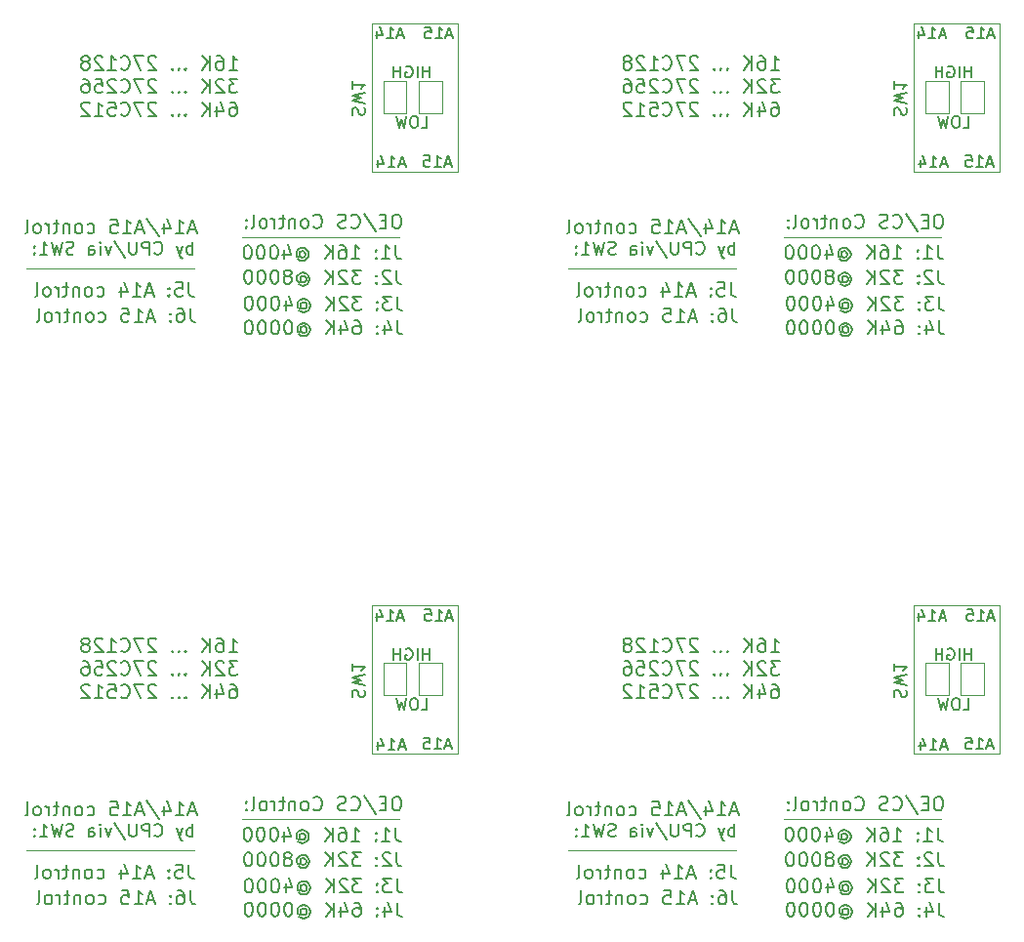
<source format=gbr>
G04 #@! TF.GenerationSoftware,KiCad,Pcbnew,(5.1.5)-3*
G04 #@! TF.CreationDate,2021-01-17T18:04:29-08:00*
G04 #@! TF.ProjectId,YamahaMSX_MiniCartridge,59616d61-6861-44d5-9358-5f4d696e6943,rev?*
G04 #@! TF.SameCoordinates,Original*
G04 #@! TF.FileFunction,Legend,Bot*
G04 #@! TF.FilePolarity,Positive*
%FSLAX46Y46*%
G04 Gerber Fmt 4.6, Leading zero omitted, Abs format (unit mm)*
G04 Created by KiCad (PCBNEW (5.1.5)-3) date 2021-01-17 18:04:29*
%MOMM*%
%LPD*%
G04 APERTURE LIST*
%ADD10C,0.120000*%
%ADD11C,0.200000*%
%ADD12C,0.150000*%
G04 APERTURE END LIST*
D10*
X130921600Y-88041200D02*
X123504800Y-88041200D01*
X83921600Y-88041200D02*
X76504800Y-88041200D01*
X130921600Y-37541200D02*
X123504800Y-37541200D01*
X108087000Y-109275600D02*
X93482000Y-109275600D01*
X61087000Y-109275600D02*
X46482000Y-109275600D01*
X108087000Y-58775600D02*
X93482000Y-58775600D01*
X123504800Y-88041200D02*
X123504800Y-100893600D01*
X76504800Y-88041200D02*
X76504800Y-100893600D01*
X123504800Y-37541200D02*
X123504800Y-50393600D01*
X123504800Y-100893600D02*
X130921600Y-100893600D01*
X76504800Y-100893600D02*
X83921600Y-100893600D01*
X123504800Y-50393600D02*
X130921600Y-50393600D01*
X130921600Y-100893600D02*
X130921600Y-88041200D01*
X83921600Y-100893600D02*
X83921600Y-88041200D01*
X130921600Y-50393600D02*
X130921600Y-37541200D01*
X125867000Y-106583200D02*
X112227200Y-106583200D01*
X78867000Y-106583200D02*
X65227200Y-106583200D01*
X125867000Y-56083200D02*
X112227200Y-56083200D01*
D11*
X107733771Y-112733257D02*
X107733771Y-113590400D01*
X107790914Y-113761828D01*
X107905200Y-113876114D01*
X108076628Y-113933257D01*
X108190914Y-113933257D01*
X106648057Y-112733257D02*
X106876628Y-112733257D01*
X106990914Y-112790400D01*
X107048057Y-112847542D01*
X107162342Y-113018971D01*
X107219485Y-113247542D01*
X107219485Y-113704685D01*
X107162342Y-113818971D01*
X107105200Y-113876114D01*
X106990914Y-113933257D01*
X106762342Y-113933257D01*
X106648057Y-113876114D01*
X106590914Y-113818971D01*
X106533771Y-113704685D01*
X106533771Y-113418971D01*
X106590914Y-113304685D01*
X106648057Y-113247542D01*
X106762342Y-113190400D01*
X106990914Y-113190400D01*
X107105200Y-113247542D01*
X107162342Y-113304685D01*
X107219485Y-113418971D01*
X106019485Y-113818971D02*
X105962342Y-113876114D01*
X106019485Y-113933257D01*
X106076628Y-113876114D01*
X106019485Y-113818971D01*
X106019485Y-113933257D01*
X106019485Y-113190400D02*
X105962342Y-113247542D01*
X106019485Y-113304685D01*
X106076628Y-113247542D01*
X106019485Y-113190400D01*
X106019485Y-113304685D01*
X104590914Y-113590400D02*
X104019485Y-113590400D01*
X104705200Y-113933257D02*
X104305200Y-112733257D01*
X103905200Y-113933257D01*
X102876628Y-113933257D02*
X103562342Y-113933257D01*
X103219485Y-113933257D02*
X103219485Y-112733257D01*
X103333771Y-112904685D01*
X103448057Y-113018971D01*
X103562342Y-113076114D01*
X101790914Y-112733257D02*
X102362342Y-112733257D01*
X102419485Y-113304685D01*
X102362342Y-113247542D01*
X102248057Y-113190400D01*
X101962342Y-113190400D01*
X101848057Y-113247542D01*
X101790914Y-113304685D01*
X101733771Y-113418971D01*
X101733771Y-113704685D01*
X101790914Y-113818971D01*
X101848057Y-113876114D01*
X101962342Y-113933257D01*
X102248057Y-113933257D01*
X102362342Y-113876114D01*
X102419485Y-113818971D01*
X99790914Y-113876114D02*
X99905200Y-113933257D01*
X100133771Y-113933257D01*
X100248057Y-113876114D01*
X100305200Y-113818971D01*
X100362342Y-113704685D01*
X100362342Y-113361828D01*
X100305200Y-113247542D01*
X100248057Y-113190400D01*
X100133771Y-113133257D01*
X99905200Y-113133257D01*
X99790914Y-113190400D01*
X99105200Y-113933257D02*
X99219485Y-113876114D01*
X99276628Y-113818971D01*
X99333771Y-113704685D01*
X99333771Y-113361828D01*
X99276628Y-113247542D01*
X99219485Y-113190400D01*
X99105200Y-113133257D01*
X98933771Y-113133257D01*
X98819485Y-113190400D01*
X98762342Y-113247542D01*
X98705200Y-113361828D01*
X98705200Y-113704685D01*
X98762342Y-113818971D01*
X98819485Y-113876114D01*
X98933771Y-113933257D01*
X99105200Y-113933257D01*
X98190914Y-113133257D02*
X98190914Y-113933257D01*
X98190914Y-113247542D02*
X98133771Y-113190400D01*
X98019485Y-113133257D01*
X97848057Y-113133257D01*
X97733771Y-113190400D01*
X97676628Y-113304685D01*
X97676628Y-113933257D01*
X97276628Y-113133257D02*
X96819485Y-113133257D01*
X97105200Y-112733257D02*
X97105200Y-113761828D01*
X97048057Y-113876114D01*
X96933771Y-113933257D01*
X96819485Y-113933257D01*
X96419485Y-113933257D02*
X96419485Y-113133257D01*
X96419485Y-113361828D02*
X96362342Y-113247542D01*
X96305200Y-113190400D01*
X96190914Y-113133257D01*
X96076628Y-113133257D01*
X95505200Y-113933257D02*
X95619485Y-113876114D01*
X95676628Y-113818971D01*
X95733771Y-113704685D01*
X95733771Y-113361828D01*
X95676628Y-113247542D01*
X95619485Y-113190400D01*
X95505200Y-113133257D01*
X95333771Y-113133257D01*
X95219485Y-113190400D01*
X95162342Y-113247542D01*
X95105200Y-113361828D01*
X95105200Y-113704685D01*
X95162342Y-113818971D01*
X95219485Y-113876114D01*
X95333771Y-113933257D01*
X95505200Y-113933257D01*
X94419485Y-113933257D02*
X94533771Y-113876114D01*
X94590914Y-113761828D01*
X94590914Y-112733257D01*
X60733771Y-112733257D02*
X60733771Y-113590400D01*
X60790914Y-113761828D01*
X60905200Y-113876114D01*
X61076628Y-113933257D01*
X61190914Y-113933257D01*
X59648057Y-112733257D02*
X59876628Y-112733257D01*
X59990914Y-112790400D01*
X60048057Y-112847542D01*
X60162342Y-113018971D01*
X60219485Y-113247542D01*
X60219485Y-113704685D01*
X60162342Y-113818971D01*
X60105200Y-113876114D01*
X59990914Y-113933257D01*
X59762342Y-113933257D01*
X59648057Y-113876114D01*
X59590914Y-113818971D01*
X59533771Y-113704685D01*
X59533771Y-113418971D01*
X59590914Y-113304685D01*
X59648057Y-113247542D01*
X59762342Y-113190400D01*
X59990914Y-113190400D01*
X60105200Y-113247542D01*
X60162342Y-113304685D01*
X60219485Y-113418971D01*
X59019485Y-113818971D02*
X58962342Y-113876114D01*
X59019485Y-113933257D01*
X59076628Y-113876114D01*
X59019485Y-113818971D01*
X59019485Y-113933257D01*
X59019485Y-113190400D02*
X58962342Y-113247542D01*
X59019485Y-113304685D01*
X59076628Y-113247542D01*
X59019485Y-113190400D01*
X59019485Y-113304685D01*
X57590914Y-113590400D02*
X57019485Y-113590400D01*
X57705200Y-113933257D02*
X57305200Y-112733257D01*
X56905200Y-113933257D01*
X55876628Y-113933257D02*
X56562342Y-113933257D01*
X56219485Y-113933257D02*
X56219485Y-112733257D01*
X56333771Y-112904685D01*
X56448057Y-113018971D01*
X56562342Y-113076114D01*
X54790914Y-112733257D02*
X55362342Y-112733257D01*
X55419485Y-113304685D01*
X55362342Y-113247542D01*
X55248057Y-113190400D01*
X54962342Y-113190400D01*
X54848057Y-113247542D01*
X54790914Y-113304685D01*
X54733771Y-113418971D01*
X54733771Y-113704685D01*
X54790914Y-113818971D01*
X54848057Y-113876114D01*
X54962342Y-113933257D01*
X55248057Y-113933257D01*
X55362342Y-113876114D01*
X55419485Y-113818971D01*
X52790914Y-113876114D02*
X52905199Y-113933257D01*
X53133771Y-113933257D01*
X53248057Y-113876114D01*
X53305199Y-113818971D01*
X53362342Y-113704685D01*
X53362342Y-113361828D01*
X53305199Y-113247542D01*
X53248057Y-113190400D01*
X53133771Y-113133257D01*
X52905199Y-113133257D01*
X52790914Y-113190400D01*
X52105199Y-113933257D02*
X52219485Y-113876114D01*
X52276628Y-113818971D01*
X52333771Y-113704685D01*
X52333771Y-113361828D01*
X52276628Y-113247542D01*
X52219485Y-113190400D01*
X52105199Y-113133257D01*
X51933771Y-113133257D01*
X51819485Y-113190400D01*
X51762342Y-113247542D01*
X51705199Y-113361828D01*
X51705199Y-113704685D01*
X51762342Y-113818971D01*
X51819485Y-113876114D01*
X51933771Y-113933257D01*
X52105199Y-113933257D01*
X51190914Y-113133257D02*
X51190914Y-113933257D01*
X51190914Y-113247542D02*
X51133771Y-113190400D01*
X51019485Y-113133257D01*
X50848057Y-113133257D01*
X50733771Y-113190400D01*
X50676628Y-113304685D01*
X50676628Y-113933257D01*
X50276628Y-113133257D02*
X49819485Y-113133257D01*
X50105200Y-112733257D02*
X50105200Y-113761828D01*
X50048057Y-113876114D01*
X49933771Y-113933257D01*
X49819485Y-113933257D01*
X49419485Y-113933257D02*
X49419485Y-113133257D01*
X49419485Y-113361828D02*
X49362342Y-113247542D01*
X49305200Y-113190400D01*
X49190914Y-113133257D01*
X49076628Y-113133257D01*
X48505200Y-113933257D02*
X48619485Y-113876114D01*
X48676628Y-113818971D01*
X48733771Y-113704685D01*
X48733771Y-113361828D01*
X48676628Y-113247542D01*
X48619485Y-113190400D01*
X48505200Y-113133257D01*
X48333771Y-113133257D01*
X48219485Y-113190400D01*
X48162342Y-113247542D01*
X48105200Y-113361828D01*
X48105200Y-113704685D01*
X48162342Y-113818971D01*
X48219485Y-113876114D01*
X48333771Y-113933257D01*
X48505200Y-113933257D01*
X47419485Y-113933257D02*
X47533771Y-113876114D01*
X47590914Y-113761828D01*
X47590914Y-112733257D01*
X107733771Y-62233257D02*
X107733771Y-63090400D01*
X107790914Y-63261828D01*
X107905200Y-63376114D01*
X108076628Y-63433257D01*
X108190914Y-63433257D01*
X106648057Y-62233257D02*
X106876628Y-62233257D01*
X106990914Y-62290400D01*
X107048057Y-62347542D01*
X107162342Y-62518971D01*
X107219485Y-62747542D01*
X107219485Y-63204685D01*
X107162342Y-63318971D01*
X107105200Y-63376114D01*
X106990914Y-63433257D01*
X106762342Y-63433257D01*
X106648057Y-63376114D01*
X106590914Y-63318971D01*
X106533771Y-63204685D01*
X106533771Y-62918971D01*
X106590914Y-62804685D01*
X106648057Y-62747542D01*
X106762342Y-62690400D01*
X106990914Y-62690400D01*
X107105200Y-62747542D01*
X107162342Y-62804685D01*
X107219485Y-62918971D01*
X106019485Y-63318971D02*
X105962342Y-63376114D01*
X106019485Y-63433257D01*
X106076628Y-63376114D01*
X106019485Y-63318971D01*
X106019485Y-63433257D01*
X106019485Y-62690400D02*
X105962342Y-62747542D01*
X106019485Y-62804685D01*
X106076628Y-62747542D01*
X106019485Y-62690400D01*
X106019485Y-62804685D01*
X104590914Y-63090400D02*
X104019485Y-63090400D01*
X104705200Y-63433257D02*
X104305200Y-62233257D01*
X103905200Y-63433257D01*
X102876628Y-63433257D02*
X103562342Y-63433257D01*
X103219485Y-63433257D02*
X103219485Y-62233257D01*
X103333771Y-62404685D01*
X103448057Y-62518971D01*
X103562342Y-62576114D01*
X101790914Y-62233257D02*
X102362342Y-62233257D01*
X102419485Y-62804685D01*
X102362342Y-62747542D01*
X102248057Y-62690400D01*
X101962342Y-62690400D01*
X101848057Y-62747542D01*
X101790914Y-62804685D01*
X101733771Y-62918971D01*
X101733771Y-63204685D01*
X101790914Y-63318971D01*
X101848057Y-63376114D01*
X101962342Y-63433257D01*
X102248057Y-63433257D01*
X102362342Y-63376114D01*
X102419485Y-63318971D01*
X99790914Y-63376114D02*
X99905200Y-63433257D01*
X100133771Y-63433257D01*
X100248057Y-63376114D01*
X100305200Y-63318971D01*
X100362342Y-63204685D01*
X100362342Y-62861828D01*
X100305200Y-62747542D01*
X100248057Y-62690400D01*
X100133771Y-62633257D01*
X99905200Y-62633257D01*
X99790914Y-62690400D01*
X99105200Y-63433257D02*
X99219485Y-63376114D01*
X99276628Y-63318971D01*
X99333771Y-63204685D01*
X99333771Y-62861828D01*
X99276628Y-62747542D01*
X99219485Y-62690400D01*
X99105200Y-62633257D01*
X98933771Y-62633257D01*
X98819485Y-62690400D01*
X98762342Y-62747542D01*
X98705200Y-62861828D01*
X98705200Y-63204685D01*
X98762342Y-63318971D01*
X98819485Y-63376114D01*
X98933771Y-63433257D01*
X99105200Y-63433257D01*
X98190914Y-62633257D02*
X98190914Y-63433257D01*
X98190914Y-62747542D02*
X98133771Y-62690400D01*
X98019485Y-62633257D01*
X97848057Y-62633257D01*
X97733771Y-62690400D01*
X97676628Y-62804685D01*
X97676628Y-63433257D01*
X97276628Y-62633257D02*
X96819485Y-62633257D01*
X97105200Y-62233257D02*
X97105200Y-63261828D01*
X97048057Y-63376114D01*
X96933771Y-63433257D01*
X96819485Y-63433257D01*
X96419485Y-63433257D02*
X96419485Y-62633257D01*
X96419485Y-62861828D02*
X96362342Y-62747542D01*
X96305200Y-62690400D01*
X96190914Y-62633257D01*
X96076628Y-62633257D01*
X95505200Y-63433257D02*
X95619485Y-63376114D01*
X95676628Y-63318971D01*
X95733771Y-63204685D01*
X95733771Y-62861828D01*
X95676628Y-62747542D01*
X95619485Y-62690400D01*
X95505200Y-62633257D01*
X95333771Y-62633257D01*
X95219485Y-62690400D01*
X95162342Y-62747542D01*
X95105200Y-62861828D01*
X95105200Y-63204685D01*
X95162342Y-63318971D01*
X95219485Y-63376114D01*
X95333771Y-63433257D01*
X95505200Y-63433257D01*
X94419485Y-63433257D02*
X94533771Y-63376114D01*
X94590914Y-63261828D01*
X94590914Y-62233257D01*
X125745542Y-104605257D02*
X125516971Y-104605257D01*
X125402685Y-104662400D01*
X125288400Y-104776685D01*
X125231257Y-105005257D01*
X125231257Y-105405257D01*
X125288400Y-105633828D01*
X125402685Y-105748114D01*
X125516971Y-105805257D01*
X125745542Y-105805257D01*
X125859828Y-105748114D01*
X125974114Y-105633828D01*
X126031257Y-105405257D01*
X126031257Y-105005257D01*
X125974114Y-104776685D01*
X125859828Y-104662400D01*
X125745542Y-104605257D01*
X124716971Y-105176685D02*
X124316971Y-105176685D01*
X124145542Y-105805257D02*
X124716971Y-105805257D01*
X124716971Y-104605257D01*
X124145542Y-104605257D01*
X122774114Y-104548114D02*
X123802685Y-106090971D01*
X121688400Y-105690971D02*
X121745542Y-105748114D01*
X121916971Y-105805257D01*
X122031257Y-105805257D01*
X122202685Y-105748114D01*
X122316971Y-105633828D01*
X122374114Y-105519542D01*
X122431257Y-105290971D01*
X122431257Y-105119542D01*
X122374114Y-104890971D01*
X122316971Y-104776685D01*
X122202685Y-104662400D01*
X122031257Y-104605257D01*
X121916971Y-104605257D01*
X121745542Y-104662400D01*
X121688400Y-104719542D01*
X121231257Y-105748114D02*
X121059828Y-105805257D01*
X120774114Y-105805257D01*
X120659828Y-105748114D01*
X120602685Y-105690971D01*
X120545542Y-105576685D01*
X120545542Y-105462400D01*
X120602685Y-105348114D01*
X120659828Y-105290971D01*
X120774114Y-105233828D01*
X121002685Y-105176685D01*
X121116971Y-105119542D01*
X121174114Y-105062400D01*
X121231257Y-104948114D01*
X121231257Y-104833828D01*
X121174114Y-104719542D01*
X121116971Y-104662400D01*
X121002685Y-104605257D01*
X120716971Y-104605257D01*
X120545542Y-104662400D01*
X118431257Y-105690971D02*
X118488400Y-105748114D01*
X118659828Y-105805257D01*
X118774114Y-105805257D01*
X118945542Y-105748114D01*
X119059828Y-105633828D01*
X119116971Y-105519542D01*
X119174114Y-105290971D01*
X119174114Y-105119542D01*
X119116971Y-104890971D01*
X119059828Y-104776685D01*
X118945542Y-104662400D01*
X118774114Y-104605257D01*
X118659828Y-104605257D01*
X118488400Y-104662400D01*
X118431257Y-104719542D01*
X117745542Y-105805257D02*
X117859828Y-105748114D01*
X117916971Y-105690971D01*
X117974114Y-105576685D01*
X117974114Y-105233828D01*
X117916971Y-105119542D01*
X117859828Y-105062400D01*
X117745542Y-105005257D01*
X117574114Y-105005257D01*
X117459828Y-105062400D01*
X117402685Y-105119542D01*
X117345542Y-105233828D01*
X117345542Y-105576685D01*
X117402685Y-105690971D01*
X117459828Y-105748114D01*
X117574114Y-105805257D01*
X117745542Y-105805257D01*
X116831257Y-105005257D02*
X116831257Y-105805257D01*
X116831257Y-105119542D02*
X116774114Y-105062400D01*
X116659828Y-105005257D01*
X116488400Y-105005257D01*
X116374114Y-105062400D01*
X116316971Y-105176685D01*
X116316971Y-105805257D01*
X115916971Y-105005257D02*
X115459828Y-105005257D01*
X115745542Y-104605257D02*
X115745542Y-105633828D01*
X115688400Y-105748114D01*
X115574114Y-105805257D01*
X115459828Y-105805257D01*
X115059828Y-105805257D02*
X115059828Y-105005257D01*
X115059828Y-105233828D02*
X115002685Y-105119542D01*
X114945542Y-105062400D01*
X114831257Y-105005257D01*
X114716971Y-105005257D01*
X114145542Y-105805257D02*
X114259828Y-105748114D01*
X114316971Y-105690971D01*
X114374114Y-105576685D01*
X114374114Y-105233828D01*
X114316971Y-105119542D01*
X114259828Y-105062400D01*
X114145542Y-105005257D01*
X113974114Y-105005257D01*
X113859828Y-105062400D01*
X113802685Y-105119542D01*
X113745542Y-105233828D01*
X113745542Y-105576685D01*
X113802685Y-105690971D01*
X113859828Y-105748114D01*
X113974114Y-105805257D01*
X114145542Y-105805257D01*
X113059828Y-105805257D02*
X113174114Y-105748114D01*
X113231257Y-105633828D01*
X113231257Y-104605257D01*
X112602685Y-105690971D02*
X112545542Y-105748114D01*
X112602685Y-105805257D01*
X112659828Y-105748114D01*
X112602685Y-105690971D01*
X112602685Y-105805257D01*
X112602685Y-105062400D02*
X112545542Y-105119542D01*
X112602685Y-105176685D01*
X112659828Y-105119542D01*
X112602685Y-105062400D01*
X112602685Y-105176685D01*
X78745542Y-104605257D02*
X78516971Y-104605257D01*
X78402685Y-104662400D01*
X78288400Y-104776685D01*
X78231257Y-105005257D01*
X78231257Y-105405257D01*
X78288400Y-105633828D01*
X78402685Y-105748114D01*
X78516971Y-105805257D01*
X78745542Y-105805257D01*
X78859828Y-105748114D01*
X78974114Y-105633828D01*
X79031257Y-105405257D01*
X79031257Y-105005257D01*
X78974114Y-104776685D01*
X78859828Y-104662400D01*
X78745542Y-104605257D01*
X77716971Y-105176685D02*
X77316971Y-105176685D01*
X77145542Y-105805257D02*
X77716971Y-105805257D01*
X77716971Y-104605257D01*
X77145542Y-104605257D01*
X75774114Y-104548114D02*
X76802685Y-106090971D01*
X74688400Y-105690971D02*
X74745542Y-105748114D01*
X74916971Y-105805257D01*
X75031257Y-105805257D01*
X75202685Y-105748114D01*
X75316971Y-105633828D01*
X75374114Y-105519542D01*
X75431257Y-105290971D01*
X75431257Y-105119542D01*
X75374114Y-104890971D01*
X75316971Y-104776685D01*
X75202685Y-104662400D01*
X75031257Y-104605257D01*
X74916971Y-104605257D01*
X74745542Y-104662400D01*
X74688400Y-104719542D01*
X74231257Y-105748114D02*
X74059828Y-105805257D01*
X73774114Y-105805257D01*
X73659828Y-105748114D01*
X73602685Y-105690971D01*
X73545542Y-105576685D01*
X73545542Y-105462400D01*
X73602685Y-105348114D01*
X73659828Y-105290971D01*
X73774114Y-105233828D01*
X74002685Y-105176685D01*
X74116971Y-105119542D01*
X74174114Y-105062400D01*
X74231257Y-104948114D01*
X74231257Y-104833828D01*
X74174114Y-104719542D01*
X74116971Y-104662400D01*
X74002685Y-104605257D01*
X73716971Y-104605257D01*
X73545542Y-104662400D01*
X71431257Y-105690971D02*
X71488400Y-105748114D01*
X71659828Y-105805257D01*
X71774114Y-105805257D01*
X71945542Y-105748114D01*
X72059828Y-105633828D01*
X72116971Y-105519542D01*
X72174114Y-105290971D01*
X72174114Y-105119542D01*
X72116971Y-104890971D01*
X72059828Y-104776685D01*
X71945542Y-104662400D01*
X71774114Y-104605257D01*
X71659828Y-104605257D01*
X71488400Y-104662400D01*
X71431257Y-104719542D01*
X70745542Y-105805257D02*
X70859828Y-105748114D01*
X70916971Y-105690971D01*
X70974114Y-105576685D01*
X70974114Y-105233828D01*
X70916971Y-105119542D01*
X70859828Y-105062400D01*
X70745542Y-105005257D01*
X70574114Y-105005257D01*
X70459828Y-105062400D01*
X70402685Y-105119542D01*
X70345542Y-105233828D01*
X70345542Y-105576685D01*
X70402685Y-105690971D01*
X70459828Y-105748114D01*
X70574114Y-105805257D01*
X70745542Y-105805257D01*
X69831257Y-105005257D02*
X69831257Y-105805257D01*
X69831257Y-105119542D02*
X69774114Y-105062400D01*
X69659828Y-105005257D01*
X69488400Y-105005257D01*
X69374114Y-105062400D01*
X69316971Y-105176685D01*
X69316971Y-105805257D01*
X68916971Y-105005257D02*
X68459828Y-105005257D01*
X68745542Y-104605257D02*
X68745542Y-105633828D01*
X68688400Y-105748114D01*
X68574114Y-105805257D01*
X68459828Y-105805257D01*
X68059828Y-105805257D02*
X68059828Y-105005257D01*
X68059828Y-105233828D02*
X68002685Y-105119542D01*
X67945542Y-105062400D01*
X67831257Y-105005257D01*
X67716971Y-105005257D01*
X67145542Y-105805257D02*
X67259828Y-105748114D01*
X67316971Y-105690971D01*
X67374114Y-105576685D01*
X67374114Y-105233828D01*
X67316971Y-105119542D01*
X67259828Y-105062400D01*
X67145542Y-105005257D01*
X66974114Y-105005257D01*
X66859828Y-105062400D01*
X66802685Y-105119542D01*
X66745542Y-105233828D01*
X66745542Y-105576685D01*
X66802685Y-105690971D01*
X66859828Y-105748114D01*
X66974114Y-105805257D01*
X67145542Y-105805257D01*
X66059828Y-105805257D02*
X66174114Y-105748114D01*
X66231257Y-105633828D01*
X66231257Y-104605257D01*
X65602685Y-105690971D02*
X65545542Y-105748114D01*
X65602685Y-105805257D01*
X65659828Y-105748114D01*
X65602685Y-105690971D01*
X65602685Y-105805257D01*
X65602685Y-105062400D02*
X65545542Y-105119542D01*
X65602685Y-105176685D01*
X65659828Y-105119542D01*
X65602685Y-105062400D01*
X65602685Y-105176685D01*
X125745542Y-54105257D02*
X125516971Y-54105257D01*
X125402685Y-54162400D01*
X125288400Y-54276685D01*
X125231257Y-54505257D01*
X125231257Y-54905257D01*
X125288400Y-55133828D01*
X125402685Y-55248114D01*
X125516971Y-55305257D01*
X125745542Y-55305257D01*
X125859828Y-55248114D01*
X125974114Y-55133828D01*
X126031257Y-54905257D01*
X126031257Y-54505257D01*
X125974114Y-54276685D01*
X125859828Y-54162400D01*
X125745542Y-54105257D01*
X124716971Y-54676685D02*
X124316971Y-54676685D01*
X124145542Y-55305257D02*
X124716971Y-55305257D01*
X124716971Y-54105257D01*
X124145542Y-54105257D01*
X122774114Y-54048114D02*
X123802685Y-55590971D01*
X121688400Y-55190971D02*
X121745542Y-55248114D01*
X121916971Y-55305257D01*
X122031257Y-55305257D01*
X122202685Y-55248114D01*
X122316971Y-55133828D01*
X122374114Y-55019542D01*
X122431257Y-54790971D01*
X122431257Y-54619542D01*
X122374114Y-54390971D01*
X122316971Y-54276685D01*
X122202685Y-54162400D01*
X122031257Y-54105257D01*
X121916971Y-54105257D01*
X121745542Y-54162400D01*
X121688400Y-54219542D01*
X121231257Y-55248114D02*
X121059828Y-55305257D01*
X120774114Y-55305257D01*
X120659828Y-55248114D01*
X120602685Y-55190971D01*
X120545542Y-55076685D01*
X120545542Y-54962400D01*
X120602685Y-54848114D01*
X120659828Y-54790971D01*
X120774114Y-54733828D01*
X121002685Y-54676685D01*
X121116971Y-54619542D01*
X121174114Y-54562400D01*
X121231257Y-54448114D01*
X121231257Y-54333828D01*
X121174114Y-54219542D01*
X121116971Y-54162400D01*
X121002685Y-54105257D01*
X120716971Y-54105257D01*
X120545542Y-54162400D01*
X118431257Y-55190971D02*
X118488400Y-55248114D01*
X118659828Y-55305257D01*
X118774114Y-55305257D01*
X118945542Y-55248114D01*
X119059828Y-55133828D01*
X119116971Y-55019542D01*
X119174114Y-54790971D01*
X119174114Y-54619542D01*
X119116971Y-54390971D01*
X119059828Y-54276685D01*
X118945542Y-54162400D01*
X118774114Y-54105257D01*
X118659828Y-54105257D01*
X118488400Y-54162400D01*
X118431257Y-54219542D01*
X117745542Y-55305257D02*
X117859828Y-55248114D01*
X117916971Y-55190971D01*
X117974114Y-55076685D01*
X117974114Y-54733828D01*
X117916971Y-54619542D01*
X117859828Y-54562400D01*
X117745542Y-54505257D01*
X117574114Y-54505257D01*
X117459828Y-54562400D01*
X117402685Y-54619542D01*
X117345542Y-54733828D01*
X117345542Y-55076685D01*
X117402685Y-55190971D01*
X117459828Y-55248114D01*
X117574114Y-55305257D01*
X117745542Y-55305257D01*
X116831257Y-54505257D02*
X116831257Y-55305257D01*
X116831257Y-54619542D02*
X116774114Y-54562400D01*
X116659828Y-54505257D01*
X116488400Y-54505257D01*
X116374114Y-54562400D01*
X116316971Y-54676685D01*
X116316971Y-55305257D01*
X115916971Y-54505257D02*
X115459828Y-54505257D01*
X115745542Y-54105257D02*
X115745542Y-55133828D01*
X115688400Y-55248114D01*
X115574114Y-55305257D01*
X115459828Y-55305257D01*
X115059828Y-55305257D02*
X115059828Y-54505257D01*
X115059828Y-54733828D02*
X115002685Y-54619542D01*
X114945542Y-54562400D01*
X114831257Y-54505257D01*
X114716971Y-54505257D01*
X114145542Y-55305257D02*
X114259828Y-55248114D01*
X114316971Y-55190971D01*
X114374114Y-55076685D01*
X114374114Y-54733828D01*
X114316971Y-54619542D01*
X114259828Y-54562400D01*
X114145542Y-54505257D01*
X113974114Y-54505257D01*
X113859828Y-54562400D01*
X113802685Y-54619542D01*
X113745542Y-54733828D01*
X113745542Y-55076685D01*
X113802685Y-55190971D01*
X113859828Y-55248114D01*
X113974114Y-55305257D01*
X114145542Y-55305257D01*
X113059828Y-55305257D02*
X113174114Y-55248114D01*
X113231257Y-55133828D01*
X113231257Y-54105257D01*
X112602685Y-55190971D02*
X112545542Y-55248114D01*
X112602685Y-55305257D01*
X112659828Y-55248114D01*
X112602685Y-55190971D01*
X112602685Y-55305257D01*
X112602685Y-54562400D02*
X112545542Y-54619542D01*
X112602685Y-54676685D01*
X112659828Y-54619542D01*
X112602685Y-54562400D01*
X112602685Y-54676685D01*
X107606771Y-110523457D02*
X107606771Y-111380600D01*
X107663914Y-111552028D01*
X107778200Y-111666314D01*
X107949628Y-111723457D01*
X108063914Y-111723457D01*
X106463914Y-110523457D02*
X107035342Y-110523457D01*
X107092485Y-111094885D01*
X107035342Y-111037742D01*
X106921057Y-110980600D01*
X106635342Y-110980600D01*
X106521057Y-111037742D01*
X106463914Y-111094885D01*
X106406771Y-111209171D01*
X106406771Y-111494885D01*
X106463914Y-111609171D01*
X106521057Y-111666314D01*
X106635342Y-111723457D01*
X106921057Y-111723457D01*
X107035342Y-111666314D01*
X107092485Y-111609171D01*
X105892485Y-111609171D02*
X105835342Y-111666314D01*
X105892485Y-111723457D01*
X105949628Y-111666314D01*
X105892485Y-111609171D01*
X105892485Y-111723457D01*
X105892485Y-110980600D02*
X105835342Y-111037742D01*
X105892485Y-111094885D01*
X105949628Y-111037742D01*
X105892485Y-110980600D01*
X105892485Y-111094885D01*
X104463914Y-111380600D02*
X103892485Y-111380600D01*
X104578200Y-111723457D02*
X104178200Y-110523457D01*
X103778200Y-111723457D01*
X102749628Y-111723457D02*
X103435342Y-111723457D01*
X103092485Y-111723457D02*
X103092485Y-110523457D01*
X103206771Y-110694885D01*
X103321057Y-110809171D01*
X103435342Y-110866314D01*
X101721057Y-110923457D02*
X101721057Y-111723457D01*
X102006771Y-110466314D02*
X102292485Y-111323457D01*
X101549628Y-111323457D01*
X99663914Y-111666314D02*
X99778200Y-111723457D01*
X100006771Y-111723457D01*
X100121057Y-111666314D01*
X100178200Y-111609171D01*
X100235342Y-111494885D01*
X100235342Y-111152028D01*
X100178200Y-111037742D01*
X100121057Y-110980600D01*
X100006771Y-110923457D01*
X99778200Y-110923457D01*
X99663914Y-110980600D01*
X98978200Y-111723457D02*
X99092485Y-111666314D01*
X99149628Y-111609171D01*
X99206771Y-111494885D01*
X99206771Y-111152028D01*
X99149628Y-111037742D01*
X99092485Y-110980600D01*
X98978200Y-110923457D01*
X98806771Y-110923457D01*
X98692485Y-110980600D01*
X98635342Y-111037742D01*
X98578200Y-111152028D01*
X98578200Y-111494885D01*
X98635342Y-111609171D01*
X98692485Y-111666314D01*
X98806771Y-111723457D01*
X98978200Y-111723457D01*
X98063914Y-110923457D02*
X98063914Y-111723457D01*
X98063914Y-111037742D02*
X98006771Y-110980600D01*
X97892485Y-110923457D01*
X97721057Y-110923457D01*
X97606771Y-110980600D01*
X97549628Y-111094885D01*
X97549628Y-111723457D01*
X97149628Y-110923457D02*
X96692485Y-110923457D01*
X96978200Y-110523457D02*
X96978200Y-111552028D01*
X96921057Y-111666314D01*
X96806771Y-111723457D01*
X96692485Y-111723457D01*
X96292485Y-111723457D02*
X96292485Y-110923457D01*
X96292485Y-111152028D02*
X96235342Y-111037742D01*
X96178200Y-110980600D01*
X96063914Y-110923457D01*
X95949628Y-110923457D01*
X95378200Y-111723457D02*
X95492485Y-111666314D01*
X95549628Y-111609171D01*
X95606771Y-111494885D01*
X95606771Y-111152028D01*
X95549628Y-111037742D01*
X95492485Y-110980600D01*
X95378200Y-110923457D01*
X95206771Y-110923457D01*
X95092485Y-110980600D01*
X95035342Y-111037742D01*
X94978200Y-111152028D01*
X94978200Y-111494885D01*
X95035342Y-111609171D01*
X95092485Y-111666314D01*
X95206771Y-111723457D01*
X95378200Y-111723457D01*
X94292485Y-111723457D02*
X94406771Y-111666314D01*
X94463914Y-111552028D01*
X94463914Y-110523457D01*
X60606771Y-110523457D02*
X60606771Y-111380600D01*
X60663914Y-111552028D01*
X60778200Y-111666314D01*
X60949628Y-111723457D01*
X61063914Y-111723457D01*
X59463914Y-110523457D02*
X60035342Y-110523457D01*
X60092485Y-111094885D01*
X60035342Y-111037742D01*
X59921057Y-110980600D01*
X59635342Y-110980600D01*
X59521057Y-111037742D01*
X59463914Y-111094885D01*
X59406771Y-111209171D01*
X59406771Y-111494885D01*
X59463914Y-111609171D01*
X59521057Y-111666314D01*
X59635342Y-111723457D01*
X59921057Y-111723457D01*
X60035342Y-111666314D01*
X60092485Y-111609171D01*
X58892485Y-111609171D02*
X58835342Y-111666314D01*
X58892485Y-111723457D01*
X58949628Y-111666314D01*
X58892485Y-111609171D01*
X58892485Y-111723457D01*
X58892485Y-110980600D02*
X58835342Y-111037742D01*
X58892485Y-111094885D01*
X58949628Y-111037742D01*
X58892485Y-110980600D01*
X58892485Y-111094885D01*
X57463914Y-111380600D02*
X56892485Y-111380600D01*
X57578200Y-111723457D02*
X57178200Y-110523457D01*
X56778200Y-111723457D01*
X55749628Y-111723457D02*
X56435342Y-111723457D01*
X56092485Y-111723457D02*
X56092485Y-110523457D01*
X56206771Y-110694885D01*
X56321057Y-110809171D01*
X56435342Y-110866314D01*
X54721057Y-110923457D02*
X54721057Y-111723457D01*
X55006771Y-110466314D02*
X55292485Y-111323457D01*
X54549628Y-111323457D01*
X52663914Y-111666314D02*
X52778199Y-111723457D01*
X53006771Y-111723457D01*
X53121057Y-111666314D01*
X53178199Y-111609171D01*
X53235342Y-111494885D01*
X53235342Y-111152028D01*
X53178199Y-111037742D01*
X53121057Y-110980600D01*
X53006771Y-110923457D01*
X52778199Y-110923457D01*
X52663914Y-110980600D01*
X51978199Y-111723457D02*
X52092485Y-111666314D01*
X52149628Y-111609171D01*
X52206771Y-111494885D01*
X52206771Y-111152028D01*
X52149628Y-111037742D01*
X52092485Y-110980600D01*
X51978199Y-110923457D01*
X51806771Y-110923457D01*
X51692485Y-110980600D01*
X51635342Y-111037742D01*
X51578199Y-111152028D01*
X51578199Y-111494885D01*
X51635342Y-111609171D01*
X51692485Y-111666314D01*
X51806771Y-111723457D01*
X51978199Y-111723457D01*
X51063914Y-110923457D02*
X51063914Y-111723457D01*
X51063914Y-111037742D02*
X51006771Y-110980600D01*
X50892485Y-110923457D01*
X50721057Y-110923457D01*
X50606771Y-110980600D01*
X50549628Y-111094885D01*
X50549628Y-111723457D01*
X50149628Y-110923457D02*
X49692485Y-110923457D01*
X49978200Y-110523457D02*
X49978200Y-111552028D01*
X49921057Y-111666314D01*
X49806771Y-111723457D01*
X49692485Y-111723457D01*
X49292485Y-111723457D02*
X49292485Y-110923457D01*
X49292485Y-111152028D02*
X49235342Y-111037742D01*
X49178200Y-110980600D01*
X49063914Y-110923457D01*
X48949628Y-110923457D01*
X48378200Y-111723457D02*
X48492485Y-111666314D01*
X48549628Y-111609171D01*
X48606771Y-111494885D01*
X48606771Y-111152028D01*
X48549628Y-111037742D01*
X48492485Y-110980600D01*
X48378200Y-110923457D01*
X48206771Y-110923457D01*
X48092485Y-110980600D01*
X48035342Y-111037742D01*
X47978200Y-111152028D01*
X47978200Y-111494885D01*
X48035342Y-111609171D01*
X48092485Y-111666314D01*
X48206771Y-111723457D01*
X48378200Y-111723457D01*
X47292485Y-111723457D02*
X47406771Y-111666314D01*
X47463914Y-111552028D01*
X47463914Y-110523457D01*
X107606771Y-60023457D02*
X107606771Y-60880600D01*
X107663914Y-61052028D01*
X107778200Y-61166314D01*
X107949628Y-61223457D01*
X108063914Y-61223457D01*
X106463914Y-60023457D02*
X107035342Y-60023457D01*
X107092485Y-60594885D01*
X107035342Y-60537742D01*
X106921057Y-60480600D01*
X106635342Y-60480600D01*
X106521057Y-60537742D01*
X106463914Y-60594885D01*
X106406771Y-60709171D01*
X106406771Y-60994885D01*
X106463914Y-61109171D01*
X106521057Y-61166314D01*
X106635342Y-61223457D01*
X106921057Y-61223457D01*
X107035342Y-61166314D01*
X107092485Y-61109171D01*
X105892485Y-61109171D02*
X105835342Y-61166314D01*
X105892485Y-61223457D01*
X105949628Y-61166314D01*
X105892485Y-61109171D01*
X105892485Y-61223457D01*
X105892485Y-60480600D02*
X105835342Y-60537742D01*
X105892485Y-60594885D01*
X105949628Y-60537742D01*
X105892485Y-60480600D01*
X105892485Y-60594885D01*
X104463914Y-60880600D02*
X103892485Y-60880600D01*
X104578200Y-61223457D02*
X104178200Y-60023457D01*
X103778200Y-61223457D01*
X102749628Y-61223457D02*
X103435342Y-61223457D01*
X103092485Y-61223457D02*
X103092485Y-60023457D01*
X103206771Y-60194885D01*
X103321057Y-60309171D01*
X103435342Y-60366314D01*
X101721057Y-60423457D02*
X101721057Y-61223457D01*
X102006771Y-59966314D02*
X102292485Y-60823457D01*
X101549628Y-60823457D01*
X99663914Y-61166314D02*
X99778200Y-61223457D01*
X100006771Y-61223457D01*
X100121057Y-61166314D01*
X100178200Y-61109171D01*
X100235342Y-60994885D01*
X100235342Y-60652028D01*
X100178200Y-60537742D01*
X100121057Y-60480600D01*
X100006771Y-60423457D01*
X99778200Y-60423457D01*
X99663914Y-60480600D01*
X98978200Y-61223457D02*
X99092485Y-61166314D01*
X99149628Y-61109171D01*
X99206771Y-60994885D01*
X99206771Y-60652028D01*
X99149628Y-60537742D01*
X99092485Y-60480600D01*
X98978200Y-60423457D01*
X98806771Y-60423457D01*
X98692485Y-60480600D01*
X98635342Y-60537742D01*
X98578200Y-60652028D01*
X98578200Y-60994885D01*
X98635342Y-61109171D01*
X98692485Y-61166314D01*
X98806771Y-61223457D01*
X98978200Y-61223457D01*
X98063914Y-60423457D02*
X98063914Y-61223457D01*
X98063914Y-60537742D02*
X98006771Y-60480600D01*
X97892485Y-60423457D01*
X97721057Y-60423457D01*
X97606771Y-60480600D01*
X97549628Y-60594885D01*
X97549628Y-61223457D01*
X97149628Y-60423457D02*
X96692485Y-60423457D01*
X96978200Y-60023457D02*
X96978200Y-61052028D01*
X96921057Y-61166314D01*
X96806771Y-61223457D01*
X96692485Y-61223457D01*
X96292485Y-61223457D02*
X96292485Y-60423457D01*
X96292485Y-60652028D02*
X96235342Y-60537742D01*
X96178200Y-60480600D01*
X96063914Y-60423457D01*
X95949628Y-60423457D01*
X95378200Y-61223457D02*
X95492485Y-61166314D01*
X95549628Y-61109171D01*
X95606771Y-60994885D01*
X95606771Y-60652028D01*
X95549628Y-60537742D01*
X95492485Y-60480600D01*
X95378200Y-60423457D01*
X95206771Y-60423457D01*
X95092485Y-60480600D01*
X95035342Y-60537742D01*
X94978200Y-60652028D01*
X94978200Y-60994885D01*
X95035342Y-61109171D01*
X95092485Y-61166314D01*
X95206771Y-61223457D01*
X95378200Y-61223457D01*
X94292485Y-61223457D02*
X94406771Y-61166314D01*
X94463914Y-61052028D01*
X94463914Y-60023457D01*
D12*
X127770314Y-97078780D02*
X128246504Y-97078780D01*
X128246504Y-96078780D01*
X127246504Y-96078780D02*
X127056028Y-96078780D01*
X126960790Y-96126400D01*
X126865552Y-96221638D01*
X126817933Y-96412114D01*
X126817933Y-96745447D01*
X126865552Y-96935923D01*
X126960790Y-97031161D01*
X127056028Y-97078780D01*
X127246504Y-97078780D01*
X127341742Y-97031161D01*
X127436980Y-96935923D01*
X127484600Y-96745447D01*
X127484600Y-96412114D01*
X127436980Y-96221638D01*
X127341742Y-96126400D01*
X127246504Y-96078780D01*
X126484600Y-96078780D02*
X126246504Y-97078780D01*
X126056028Y-96364495D01*
X125865552Y-97078780D01*
X125627457Y-96078780D01*
X80770314Y-97078780D02*
X81246504Y-97078780D01*
X81246504Y-96078780D01*
X80246504Y-96078780D02*
X80056028Y-96078780D01*
X79960790Y-96126400D01*
X79865552Y-96221638D01*
X79817933Y-96412114D01*
X79817933Y-96745447D01*
X79865552Y-96935923D01*
X79960790Y-97031161D01*
X80056028Y-97078780D01*
X80246504Y-97078780D01*
X80341742Y-97031161D01*
X80436980Y-96935923D01*
X80484600Y-96745447D01*
X80484600Y-96412114D01*
X80436980Y-96221638D01*
X80341742Y-96126400D01*
X80246504Y-96078780D01*
X79484600Y-96078780D02*
X79246504Y-97078780D01*
X79056028Y-96364495D01*
X78865552Y-97078780D01*
X78627457Y-96078780D01*
X127770314Y-46578780D02*
X128246504Y-46578780D01*
X128246504Y-45578780D01*
X127246504Y-45578780D02*
X127056028Y-45578780D01*
X126960790Y-45626400D01*
X126865552Y-45721638D01*
X126817933Y-45912114D01*
X126817933Y-46245447D01*
X126865552Y-46435923D01*
X126960790Y-46531161D01*
X127056028Y-46578780D01*
X127246504Y-46578780D01*
X127341742Y-46531161D01*
X127436980Y-46435923D01*
X127484600Y-46245447D01*
X127484600Y-45912114D01*
X127436980Y-45721638D01*
X127341742Y-45626400D01*
X127246504Y-45578780D01*
X126484600Y-45578780D02*
X126246504Y-46578780D01*
X126056028Y-45864495D01*
X125865552Y-46578780D01*
X125627457Y-45578780D01*
D11*
X108190857Y-105894200D02*
X107619428Y-105894200D01*
X108305142Y-106237057D02*
X107905142Y-105037057D01*
X107505142Y-106237057D01*
X106476571Y-106237057D02*
X107162285Y-106237057D01*
X106819428Y-106237057D02*
X106819428Y-105037057D01*
X106933714Y-105208485D01*
X107048000Y-105322771D01*
X107162285Y-105379914D01*
X105448000Y-105437057D02*
X105448000Y-106237057D01*
X105733714Y-104979914D02*
X106019428Y-105837057D01*
X105276571Y-105837057D01*
X103962285Y-104979914D02*
X104990857Y-106522771D01*
X103619428Y-105894200D02*
X103048000Y-105894200D01*
X103733714Y-106237057D02*
X103333714Y-105037057D01*
X102933714Y-106237057D01*
X101905142Y-106237057D02*
X102590857Y-106237057D01*
X102248000Y-106237057D02*
X102248000Y-105037057D01*
X102362285Y-105208485D01*
X102476571Y-105322771D01*
X102590857Y-105379914D01*
X100819428Y-105037057D02*
X101390857Y-105037057D01*
X101448000Y-105608485D01*
X101390857Y-105551342D01*
X101276571Y-105494200D01*
X100990857Y-105494200D01*
X100876571Y-105551342D01*
X100819428Y-105608485D01*
X100762285Y-105722771D01*
X100762285Y-106008485D01*
X100819428Y-106122771D01*
X100876571Y-106179914D01*
X100990857Y-106237057D01*
X101276571Y-106237057D01*
X101390857Y-106179914D01*
X101448000Y-106122771D01*
X98819428Y-106179914D02*
X98933714Y-106237057D01*
X99162285Y-106237057D01*
X99276571Y-106179914D01*
X99333714Y-106122771D01*
X99390857Y-106008485D01*
X99390857Y-105665628D01*
X99333714Y-105551342D01*
X99276571Y-105494200D01*
X99162285Y-105437057D01*
X98933714Y-105437057D01*
X98819428Y-105494200D01*
X98133714Y-106237057D02*
X98248000Y-106179914D01*
X98305142Y-106122771D01*
X98362285Y-106008485D01*
X98362285Y-105665628D01*
X98305142Y-105551342D01*
X98248000Y-105494200D01*
X98133714Y-105437057D01*
X97962285Y-105437057D01*
X97848000Y-105494200D01*
X97790857Y-105551342D01*
X97733714Y-105665628D01*
X97733714Y-106008485D01*
X97790857Y-106122771D01*
X97848000Y-106179914D01*
X97962285Y-106237057D01*
X98133714Y-106237057D01*
X97219428Y-105437057D02*
X97219428Y-106237057D01*
X97219428Y-105551342D02*
X97162285Y-105494200D01*
X97048000Y-105437057D01*
X96876571Y-105437057D01*
X96762285Y-105494200D01*
X96705142Y-105608485D01*
X96705142Y-106237057D01*
X96305142Y-105437057D02*
X95848000Y-105437057D01*
X96133714Y-105037057D02*
X96133714Y-106065628D01*
X96076571Y-106179914D01*
X95962285Y-106237057D01*
X95848000Y-106237057D01*
X95448000Y-106237057D02*
X95448000Y-105437057D01*
X95448000Y-105665628D02*
X95390857Y-105551342D01*
X95333714Y-105494200D01*
X95219428Y-105437057D01*
X95105142Y-105437057D01*
X94533714Y-106237057D02*
X94648000Y-106179914D01*
X94705142Y-106122771D01*
X94762285Y-106008485D01*
X94762285Y-105665628D01*
X94705142Y-105551342D01*
X94648000Y-105494200D01*
X94533714Y-105437057D01*
X94362285Y-105437057D01*
X94248000Y-105494200D01*
X94190857Y-105551342D01*
X94133714Y-105665628D01*
X94133714Y-106008485D01*
X94190857Y-106122771D01*
X94248000Y-106179914D01*
X94362285Y-106237057D01*
X94533714Y-106237057D01*
X93448000Y-106237057D02*
X93562285Y-106179914D01*
X93619428Y-106065628D01*
X93619428Y-105037057D01*
X61190857Y-105894200D02*
X60619428Y-105894200D01*
X61305142Y-106237057D02*
X60905142Y-105037057D01*
X60505142Y-106237057D01*
X59476571Y-106237057D02*
X60162285Y-106237057D01*
X59819428Y-106237057D02*
X59819428Y-105037057D01*
X59933714Y-105208485D01*
X60048000Y-105322771D01*
X60162285Y-105379914D01*
X58448000Y-105437057D02*
X58448000Y-106237057D01*
X58733714Y-104979914D02*
X59019428Y-105837057D01*
X58276571Y-105837057D01*
X56962285Y-104979914D02*
X57990857Y-106522771D01*
X56619428Y-105894200D02*
X56048000Y-105894200D01*
X56733714Y-106237057D02*
X56333714Y-105037057D01*
X55933714Y-106237057D01*
X54905142Y-106237057D02*
X55590857Y-106237057D01*
X55248000Y-106237057D02*
X55248000Y-105037057D01*
X55362285Y-105208485D01*
X55476571Y-105322771D01*
X55590857Y-105379914D01*
X53819428Y-105037057D02*
X54390857Y-105037057D01*
X54448000Y-105608485D01*
X54390857Y-105551342D01*
X54276571Y-105494200D01*
X53990857Y-105494200D01*
X53876571Y-105551342D01*
X53819428Y-105608485D01*
X53762285Y-105722771D01*
X53762285Y-106008485D01*
X53819428Y-106122771D01*
X53876571Y-106179914D01*
X53990857Y-106237057D01*
X54276571Y-106237057D01*
X54390857Y-106179914D01*
X54448000Y-106122771D01*
X51819428Y-106179914D02*
X51933714Y-106237057D01*
X52162285Y-106237057D01*
X52276571Y-106179914D01*
X52333714Y-106122771D01*
X52390857Y-106008485D01*
X52390857Y-105665628D01*
X52333714Y-105551342D01*
X52276571Y-105494200D01*
X52162285Y-105437057D01*
X51933714Y-105437057D01*
X51819428Y-105494200D01*
X51133714Y-106237057D02*
X51248000Y-106179914D01*
X51305142Y-106122771D01*
X51362285Y-106008485D01*
X51362285Y-105665628D01*
X51305142Y-105551342D01*
X51248000Y-105494200D01*
X51133714Y-105437057D01*
X50962285Y-105437057D01*
X50848000Y-105494200D01*
X50790857Y-105551342D01*
X50733714Y-105665628D01*
X50733714Y-106008485D01*
X50790857Y-106122771D01*
X50848000Y-106179914D01*
X50962285Y-106237057D01*
X51133714Y-106237057D01*
X50219428Y-105437057D02*
X50219428Y-106237057D01*
X50219428Y-105551342D02*
X50162285Y-105494200D01*
X50048000Y-105437057D01*
X49876571Y-105437057D01*
X49762285Y-105494200D01*
X49705142Y-105608485D01*
X49705142Y-106237057D01*
X49305142Y-105437057D02*
X48848000Y-105437057D01*
X49133714Y-105037057D02*
X49133714Y-106065628D01*
X49076571Y-106179914D01*
X48962285Y-106237057D01*
X48848000Y-106237057D01*
X48448000Y-106237057D02*
X48448000Y-105437057D01*
X48448000Y-105665628D02*
X48390857Y-105551342D01*
X48333714Y-105494200D01*
X48219428Y-105437057D01*
X48105142Y-105437057D01*
X47533714Y-106237057D02*
X47648000Y-106179914D01*
X47705142Y-106122771D01*
X47762285Y-106008485D01*
X47762285Y-105665628D01*
X47705142Y-105551342D01*
X47648000Y-105494200D01*
X47533714Y-105437057D01*
X47362285Y-105437057D01*
X47248000Y-105494200D01*
X47190857Y-105551342D01*
X47133714Y-105665628D01*
X47133714Y-106008485D01*
X47190857Y-106122771D01*
X47248000Y-106179914D01*
X47362285Y-106237057D01*
X47533714Y-106237057D01*
X46448000Y-106237057D02*
X46562285Y-106179914D01*
X46619428Y-106065628D01*
X46619428Y-105037057D01*
X108190857Y-55394200D02*
X107619428Y-55394200D01*
X108305142Y-55737057D02*
X107905142Y-54537057D01*
X107505142Y-55737057D01*
X106476571Y-55737057D02*
X107162285Y-55737057D01*
X106819428Y-55737057D02*
X106819428Y-54537057D01*
X106933714Y-54708485D01*
X107048000Y-54822771D01*
X107162285Y-54879914D01*
X105448000Y-54937057D02*
X105448000Y-55737057D01*
X105733714Y-54479914D02*
X106019428Y-55337057D01*
X105276571Y-55337057D01*
X103962285Y-54479914D02*
X104990857Y-56022771D01*
X103619428Y-55394200D02*
X103048000Y-55394200D01*
X103733714Y-55737057D02*
X103333714Y-54537057D01*
X102933714Y-55737057D01*
X101905142Y-55737057D02*
X102590857Y-55737057D01*
X102248000Y-55737057D02*
X102248000Y-54537057D01*
X102362285Y-54708485D01*
X102476571Y-54822771D01*
X102590857Y-54879914D01*
X100819428Y-54537057D02*
X101390857Y-54537057D01*
X101448000Y-55108485D01*
X101390857Y-55051342D01*
X101276571Y-54994200D01*
X100990857Y-54994200D01*
X100876571Y-55051342D01*
X100819428Y-55108485D01*
X100762285Y-55222771D01*
X100762285Y-55508485D01*
X100819428Y-55622771D01*
X100876571Y-55679914D01*
X100990857Y-55737057D01*
X101276571Y-55737057D01*
X101390857Y-55679914D01*
X101448000Y-55622771D01*
X98819428Y-55679914D02*
X98933714Y-55737057D01*
X99162285Y-55737057D01*
X99276571Y-55679914D01*
X99333714Y-55622771D01*
X99390857Y-55508485D01*
X99390857Y-55165628D01*
X99333714Y-55051342D01*
X99276571Y-54994200D01*
X99162285Y-54937057D01*
X98933714Y-54937057D01*
X98819428Y-54994200D01*
X98133714Y-55737057D02*
X98248000Y-55679914D01*
X98305142Y-55622771D01*
X98362285Y-55508485D01*
X98362285Y-55165628D01*
X98305142Y-55051342D01*
X98248000Y-54994200D01*
X98133714Y-54937057D01*
X97962285Y-54937057D01*
X97848000Y-54994200D01*
X97790857Y-55051342D01*
X97733714Y-55165628D01*
X97733714Y-55508485D01*
X97790857Y-55622771D01*
X97848000Y-55679914D01*
X97962285Y-55737057D01*
X98133714Y-55737057D01*
X97219428Y-54937057D02*
X97219428Y-55737057D01*
X97219428Y-55051342D02*
X97162285Y-54994200D01*
X97048000Y-54937057D01*
X96876571Y-54937057D01*
X96762285Y-54994200D01*
X96705142Y-55108485D01*
X96705142Y-55737057D01*
X96305142Y-54937057D02*
X95848000Y-54937057D01*
X96133714Y-54537057D02*
X96133714Y-55565628D01*
X96076571Y-55679914D01*
X95962285Y-55737057D01*
X95848000Y-55737057D01*
X95448000Y-55737057D02*
X95448000Y-54937057D01*
X95448000Y-55165628D02*
X95390857Y-55051342D01*
X95333714Y-54994200D01*
X95219428Y-54937057D01*
X95105142Y-54937057D01*
X94533714Y-55737057D02*
X94648000Y-55679914D01*
X94705142Y-55622771D01*
X94762285Y-55508485D01*
X94762285Y-55165628D01*
X94705142Y-55051342D01*
X94648000Y-54994200D01*
X94533714Y-54937057D01*
X94362285Y-54937057D01*
X94248000Y-54994200D01*
X94190857Y-55051342D01*
X94133714Y-55165628D01*
X94133714Y-55508485D01*
X94190857Y-55622771D01*
X94248000Y-55679914D01*
X94362285Y-55737057D01*
X94533714Y-55737057D01*
X93448000Y-55737057D02*
X93562285Y-55679914D01*
X93619428Y-55565628D01*
X93619428Y-54537057D01*
X107938504Y-108071419D02*
X107938504Y-106971419D01*
X107938504Y-107390466D02*
X107833742Y-107338085D01*
X107624219Y-107338085D01*
X107519457Y-107390466D01*
X107467076Y-107442847D01*
X107414695Y-107547609D01*
X107414695Y-107861895D01*
X107467076Y-107966657D01*
X107519457Y-108019038D01*
X107624219Y-108071419D01*
X107833742Y-108071419D01*
X107938504Y-108019038D01*
X107048028Y-107338085D02*
X106786123Y-108071419D01*
X106524219Y-107338085D02*
X106786123Y-108071419D01*
X106890885Y-108333323D01*
X106943266Y-108385704D01*
X107048028Y-108438085D01*
X104638504Y-107966657D02*
X104690885Y-108019038D01*
X104848028Y-108071419D01*
X104952790Y-108071419D01*
X105109933Y-108019038D01*
X105214695Y-107914276D01*
X105267076Y-107809514D01*
X105319457Y-107599990D01*
X105319457Y-107442847D01*
X105267076Y-107233323D01*
X105214695Y-107128561D01*
X105109933Y-107023800D01*
X104952790Y-106971419D01*
X104848028Y-106971419D01*
X104690885Y-107023800D01*
X104638504Y-107076180D01*
X104167076Y-108071419D02*
X104167076Y-106971419D01*
X103748028Y-106971419D01*
X103643266Y-107023800D01*
X103590885Y-107076180D01*
X103538504Y-107180942D01*
X103538504Y-107338085D01*
X103590885Y-107442847D01*
X103643266Y-107495228D01*
X103748028Y-107547609D01*
X104167076Y-107547609D01*
X103067076Y-106971419D02*
X103067076Y-107861895D01*
X103014695Y-107966657D01*
X102962314Y-108019038D01*
X102857552Y-108071419D01*
X102648028Y-108071419D01*
X102543266Y-108019038D01*
X102490885Y-107966657D01*
X102438504Y-107861895D01*
X102438504Y-106971419D01*
X101128980Y-106919038D02*
X102071838Y-108333323D01*
X100867076Y-107338085D02*
X100605171Y-108071419D01*
X100343266Y-107338085D01*
X99924219Y-108071419D02*
X99924219Y-107338085D01*
X99924219Y-106971419D02*
X99976600Y-107023800D01*
X99924219Y-107076180D01*
X99871838Y-107023800D01*
X99924219Y-106971419D01*
X99924219Y-107076180D01*
X98928980Y-108071419D02*
X98928980Y-107495228D01*
X98981361Y-107390466D01*
X99086123Y-107338085D01*
X99295647Y-107338085D01*
X99400409Y-107390466D01*
X98928980Y-108019038D02*
X99033742Y-108071419D01*
X99295647Y-108071419D01*
X99400409Y-108019038D01*
X99452790Y-107914276D01*
X99452790Y-107809514D01*
X99400409Y-107704752D01*
X99295647Y-107652371D01*
X99033742Y-107652371D01*
X98928980Y-107599990D01*
X97619457Y-108019038D02*
X97462314Y-108071419D01*
X97200409Y-108071419D01*
X97095647Y-108019038D01*
X97043266Y-107966657D01*
X96990885Y-107861895D01*
X96990885Y-107757133D01*
X97043266Y-107652371D01*
X97095647Y-107599990D01*
X97200409Y-107547609D01*
X97409933Y-107495228D01*
X97514695Y-107442847D01*
X97567076Y-107390466D01*
X97619457Y-107285704D01*
X97619457Y-107180942D01*
X97567076Y-107076180D01*
X97514695Y-107023800D01*
X97409933Y-106971419D01*
X97148028Y-106971419D01*
X96990885Y-107023800D01*
X96624219Y-106971419D02*
X96362314Y-108071419D01*
X96152790Y-107285704D01*
X95943266Y-108071419D01*
X95681361Y-106971419D01*
X94686123Y-108071419D02*
X95314695Y-108071419D01*
X95000409Y-108071419D02*
X95000409Y-106971419D01*
X95105171Y-107128561D01*
X95209933Y-107233323D01*
X95314695Y-107285704D01*
X94214695Y-107966657D02*
X94162314Y-108019038D01*
X94214695Y-108071419D01*
X94267076Y-108019038D01*
X94214695Y-107966657D01*
X94214695Y-108071419D01*
X94214695Y-107390466D02*
X94162314Y-107442847D01*
X94214695Y-107495228D01*
X94267076Y-107442847D01*
X94214695Y-107390466D01*
X94214695Y-107495228D01*
X60938504Y-108071419D02*
X60938504Y-106971419D01*
X60938504Y-107390466D02*
X60833742Y-107338085D01*
X60624219Y-107338085D01*
X60519457Y-107390466D01*
X60467076Y-107442847D01*
X60414695Y-107547609D01*
X60414695Y-107861895D01*
X60467076Y-107966657D01*
X60519457Y-108019038D01*
X60624219Y-108071419D01*
X60833742Y-108071419D01*
X60938504Y-108019038D01*
X60048028Y-107338085D02*
X59786123Y-108071419D01*
X59524219Y-107338085D02*
X59786123Y-108071419D01*
X59890885Y-108333323D01*
X59943266Y-108385704D01*
X60048028Y-108438085D01*
X57638504Y-107966657D02*
X57690885Y-108019038D01*
X57848028Y-108071419D01*
X57952790Y-108071419D01*
X58109933Y-108019038D01*
X58214695Y-107914276D01*
X58267076Y-107809514D01*
X58319457Y-107599990D01*
X58319457Y-107442847D01*
X58267076Y-107233323D01*
X58214695Y-107128561D01*
X58109933Y-107023800D01*
X57952790Y-106971419D01*
X57848028Y-106971419D01*
X57690885Y-107023800D01*
X57638504Y-107076180D01*
X57167076Y-108071419D02*
X57167076Y-106971419D01*
X56748028Y-106971419D01*
X56643266Y-107023800D01*
X56590885Y-107076180D01*
X56538504Y-107180942D01*
X56538504Y-107338085D01*
X56590885Y-107442847D01*
X56643266Y-107495228D01*
X56748028Y-107547609D01*
X57167076Y-107547609D01*
X56067076Y-106971419D02*
X56067076Y-107861895D01*
X56014695Y-107966657D01*
X55962314Y-108019038D01*
X55857552Y-108071419D01*
X55648028Y-108071419D01*
X55543266Y-108019038D01*
X55490885Y-107966657D01*
X55438504Y-107861895D01*
X55438504Y-106971419D01*
X54128980Y-106919038D02*
X55071838Y-108333323D01*
X53867076Y-107338085D02*
X53605171Y-108071419D01*
X53343266Y-107338085D01*
X52924219Y-108071419D02*
X52924219Y-107338085D01*
X52924219Y-106971419D02*
X52976600Y-107023800D01*
X52924219Y-107076180D01*
X52871838Y-107023800D01*
X52924219Y-106971419D01*
X52924219Y-107076180D01*
X51928980Y-108071419D02*
X51928980Y-107495228D01*
X51981361Y-107390466D01*
X52086123Y-107338085D01*
X52295647Y-107338085D01*
X52400409Y-107390466D01*
X51928980Y-108019038D02*
X52033742Y-108071419D01*
X52295647Y-108071419D01*
X52400409Y-108019038D01*
X52452790Y-107914276D01*
X52452790Y-107809514D01*
X52400409Y-107704752D01*
X52295647Y-107652371D01*
X52033742Y-107652371D01*
X51928980Y-107599990D01*
X50619457Y-108019038D02*
X50462314Y-108071419D01*
X50200409Y-108071419D01*
X50095647Y-108019038D01*
X50043266Y-107966657D01*
X49990885Y-107861895D01*
X49990885Y-107757133D01*
X50043266Y-107652371D01*
X50095647Y-107599990D01*
X50200409Y-107547609D01*
X50409933Y-107495228D01*
X50514695Y-107442847D01*
X50567076Y-107390466D01*
X50619457Y-107285704D01*
X50619457Y-107180942D01*
X50567076Y-107076180D01*
X50514695Y-107023800D01*
X50409933Y-106971419D01*
X50148028Y-106971419D01*
X49990885Y-107023800D01*
X49624219Y-106971419D02*
X49362314Y-108071419D01*
X49152790Y-107285704D01*
X48943266Y-108071419D01*
X48681361Y-106971419D01*
X47686123Y-108071419D02*
X48314695Y-108071419D01*
X48000409Y-108071419D02*
X48000409Y-106971419D01*
X48105171Y-107128561D01*
X48209933Y-107233323D01*
X48314695Y-107285704D01*
X47214695Y-107966657D02*
X47162314Y-108019038D01*
X47214695Y-108071419D01*
X47267076Y-108019038D01*
X47214695Y-107966657D01*
X47214695Y-108071419D01*
X47214695Y-107390466D02*
X47162314Y-107442847D01*
X47214695Y-107495228D01*
X47267076Y-107442847D01*
X47214695Y-107390466D01*
X47214695Y-107495228D01*
X107938504Y-57571419D02*
X107938504Y-56471419D01*
X107938504Y-56890466D02*
X107833742Y-56838085D01*
X107624219Y-56838085D01*
X107519457Y-56890466D01*
X107467076Y-56942847D01*
X107414695Y-57047609D01*
X107414695Y-57361895D01*
X107467076Y-57466657D01*
X107519457Y-57519038D01*
X107624219Y-57571419D01*
X107833742Y-57571419D01*
X107938504Y-57519038D01*
X107048028Y-56838085D02*
X106786123Y-57571419D01*
X106524219Y-56838085D02*
X106786123Y-57571419D01*
X106890885Y-57833323D01*
X106943266Y-57885704D01*
X107048028Y-57938085D01*
X104638504Y-57466657D02*
X104690885Y-57519038D01*
X104848028Y-57571419D01*
X104952790Y-57571419D01*
X105109933Y-57519038D01*
X105214695Y-57414276D01*
X105267076Y-57309514D01*
X105319457Y-57099990D01*
X105319457Y-56942847D01*
X105267076Y-56733323D01*
X105214695Y-56628561D01*
X105109933Y-56523800D01*
X104952790Y-56471419D01*
X104848028Y-56471419D01*
X104690885Y-56523800D01*
X104638504Y-56576180D01*
X104167076Y-57571419D02*
X104167076Y-56471419D01*
X103748028Y-56471419D01*
X103643266Y-56523800D01*
X103590885Y-56576180D01*
X103538504Y-56680942D01*
X103538504Y-56838085D01*
X103590885Y-56942847D01*
X103643266Y-56995228D01*
X103748028Y-57047609D01*
X104167076Y-57047609D01*
X103067076Y-56471419D02*
X103067076Y-57361895D01*
X103014695Y-57466657D01*
X102962314Y-57519038D01*
X102857552Y-57571419D01*
X102648028Y-57571419D01*
X102543266Y-57519038D01*
X102490885Y-57466657D01*
X102438504Y-57361895D01*
X102438504Y-56471419D01*
X101128980Y-56419038D02*
X102071838Y-57833323D01*
X100867076Y-56838085D02*
X100605171Y-57571419D01*
X100343266Y-56838085D01*
X99924219Y-57571419D02*
X99924219Y-56838085D01*
X99924219Y-56471419D02*
X99976600Y-56523800D01*
X99924219Y-56576180D01*
X99871838Y-56523800D01*
X99924219Y-56471419D01*
X99924219Y-56576180D01*
X98928980Y-57571419D02*
X98928980Y-56995228D01*
X98981361Y-56890466D01*
X99086123Y-56838085D01*
X99295647Y-56838085D01*
X99400409Y-56890466D01*
X98928980Y-57519038D02*
X99033742Y-57571419D01*
X99295647Y-57571419D01*
X99400409Y-57519038D01*
X99452790Y-57414276D01*
X99452790Y-57309514D01*
X99400409Y-57204752D01*
X99295647Y-57152371D01*
X99033742Y-57152371D01*
X98928980Y-57099990D01*
X97619457Y-57519038D02*
X97462314Y-57571419D01*
X97200409Y-57571419D01*
X97095647Y-57519038D01*
X97043266Y-57466657D01*
X96990885Y-57361895D01*
X96990885Y-57257133D01*
X97043266Y-57152371D01*
X97095647Y-57099990D01*
X97200409Y-57047609D01*
X97409933Y-56995228D01*
X97514695Y-56942847D01*
X97567076Y-56890466D01*
X97619457Y-56785704D01*
X97619457Y-56680942D01*
X97567076Y-56576180D01*
X97514695Y-56523800D01*
X97409933Y-56471419D01*
X97148028Y-56471419D01*
X96990885Y-56523800D01*
X96624219Y-56471419D02*
X96362314Y-57571419D01*
X96152790Y-56785704D01*
X95943266Y-57571419D01*
X95681361Y-56471419D01*
X94686123Y-57571419D02*
X95314695Y-57571419D01*
X95000409Y-57571419D02*
X95000409Y-56471419D01*
X95105171Y-56628561D01*
X95209933Y-56733323D01*
X95314695Y-56785704D01*
X94214695Y-57466657D02*
X94162314Y-57519038D01*
X94214695Y-57571419D01*
X94267076Y-57519038D01*
X94214695Y-57466657D01*
X94214695Y-57571419D01*
X94214695Y-56890466D02*
X94162314Y-56942847D01*
X94214695Y-56995228D01*
X94267076Y-56942847D01*
X94214695Y-56890466D01*
X94214695Y-56995228D01*
X111096142Y-92070457D02*
X111781857Y-92070457D01*
X111439000Y-92070457D02*
X111439000Y-90870457D01*
X111553285Y-91041885D01*
X111667571Y-91156171D01*
X111781857Y-91213314D01*
X110067571Y-90870457D02*
X110296142Y-90870457D01*
X110410428Y-90927600D01*
X110467571Y-90984742D01*
X110581857Y-91156171D01*
X110639000Y-91384742D01*
X110639000Y-91841885D01*
X110581857Y-91956171D01*
X110524714Y-92013314D01*
X110410428Y-92070457D01*
X110181857Y-92070457D01*
X110067571Y-92013314D01*
X110010428Y-91956171D01*
X109953285Y-91841885D01*
X109953285Y-91556171D01*
X110010428Y-91441885D01*
X110067571Y-91384742D01*
X110181857Y-91327600D01*
X110410428Y-91327600D01*
X110524714Y-91384742D01*
X110581857Y-91441885D01*
X110639000Y-91556171D01*
X109439000Y-92070457D02*
X109439000Y-90870457D01*
X108753285Y-92070457D02*
X109267571Y-91384742D01*
X108753285Y-90870457D02*
X109439000Y-91556171D01*
X107324714Y-91956171D02*
X107267571Y-92013314D01*
X107324714Y-92070457D01*
X107381857Y-92013314D01*
X107324714Y-91956171D01*
X107324714Y-92070457D01*
X106753285Y-91956171D02*
X106696142Y-92013314D01*
X106753285Y-92070457D01*
X106810428Y-92013314D01*
X106753285Y-91956171D01*
X106753285Y-92070457D01*
X106181857Y-91956171D02*
X106124714Y-92013314D01*
X106181857Y-92070457D01*
X106239000Y-92013314D01*
X106181857Y-91956171D01*
X106181857Y-92070457D01*
X104753285Y-90984742D02*
X104696142Y-90927600D01*
X104581857Y-90870457D01*
X104296142Y-90870457D01*
X104181857Y-90927600D01*
X104124714Y-90984742D01*
X104067571Y-91099028D01*
X104067571Y-91213314D01*
X104124714Y-91384742D01*
X104810428Y-92070457D01*
X104067571Y-92070457D01*
X103667571Y-90870457D02*
X102867571Y-90870457D01*
X103381857Y-92070457D01*
X101724714Y-91956171D02*
X101781857Y-92013314D01*
X101953285Y-92070457D01*
X102067571Y-92070457D01*
X102239000Y-92013314D01*
X102353285Y-91899028D01*
X102410428Y-91784742D01*
X102467571Y-91556171D01*
X102467571Y-91384742D01*
X102410428Y-91156171D01*
X102353285Y-91041885D01*
X102239000Y-90927600D01*
X102067571Y-90870457D01*
X101953285Y-90870457D01*
X101781857Y-90927600D01*
X101724714Y-90984742D01*
X100581857Y-92070457D02*
X101267571Y-92070457D01*
X100924714Y-92070457D02*
X100924714Y-90870457D01*
X101039000Y-91041885D01*
X101153285Y-91156171D01*
X101267571Y-91213314D01*
X100124714Y-90984742D02*
X100067571Y-90927600D01*
X99953285Y-90870457D01*
X99667571Y-90870457D01*
X99553285Y-90927600D01*
X99496142Y-90984742D01*
X99439000Y-91099028D01*
X99439000Y-91213314D01*
X99496142Y-91384742D01*
X100181857Y-92070457D01*
X99439000Y-92070457D01*
X98753285Y-91384742D02*
X98867571Y-91327600D01*
X98924714Y-91270457D01*
X98981857Y-91156171D01*
X98981857Y-91099028D01*
X98924714Y-90984742D01*
X98867571Y-90927600D01*
X98753285Y-90870457D01*
X98524714Y-90870457D01*
X98410428Y-90927600D01*
X98353285Y-90984742D01*
X98296142Y-91099028D01*
X98296142Y-91156171D01*
X98353285Y-91270457D01*
X98410428Y-91327600D01*
X98524714Y-91384742D01*
X98753285Y-91384742D01*
X98867571Y-91441885D01*
X98924714Y-91499028D01*
X98981857Y-91613314D01*
X98981857Y-91841885D01*
X98924714Y-91956171D01*
X98867571Y-92013314D01*
X98753285Y-92070457D01*
X98524714Y-92070457D01*
X98410428Y-92013314D01*
X98353285Y-91956171D01*
X98296142Y-91841885D01*
X98296142Y-91613314D01*
X98353285Y-91499028D01*
X98410428Y-91441885D01*
X98524714Y-91384742D01*
X111839000Y-92870457D02*
X111096142Y-92870457D01*
X111496142Y-93327600D01*
X111324714Y-93327600D01*
X111210428Y-93384742D01*
X111153285Y-93441885D01*
X111096142Y-93556171D01*
X111096142Y-93841885D01*
X111153285Y-93956171D01*
X111210428Y-94013314D01*
X111324714Y-94070457D01*
X111667571Y-94070457D01*
X111781857Y-94013314D01*
X111839000Y-93956171D01*
X110639000Y-92984742D02*
X110581857Y-92927600D01*
X110467571Y-92870457D01*
X110181857Y-92870457D01*
X110067571Y-92927600D01*
X110010428Y-92984742D01*
X109953285Y-93099028D01*
X109953285Y-93213314D01*
X110010428Y-93384742D01*
X110696142Y-94070457D01*
X109953285Y-94070457D01*
X109439000Y-94070457D02*
X109439000Y-92870457D01*
X108753285Y-94070457D02*
X109267571Y-93384742D01*
X108753285Y-92870457D02*
X109439000Y-93556171D01*
X107324714Y-93956171D02*
X107267571Y-94013314D01*
X107324714Y-94070457D01*
X107381857Y-94013314D01*
X107324714Y-93956171D01*
X107324714Y-94070457D01*
X106753285Y-93956171D02*
X106696142Y-94013314D01*
X106753285Y-94070457D01*
X106810428Y-94013314D01*
X106753285Y-93956171D01*
X106753285Y-94070457D01*
X106181857Y-93956171D02*
X106124714Y-94013314D01*
X106181857Y-94070457D01*
X106239000Y-94013314D01*
X106181857Y-93956171D01*
X106181857Y-94070457D01*
X104753285Y-92984742D02*
X104696142Y-92927600D01*
X104581857Y-92870457D01*
X104296142Y-92870457D01*
X104181857Y-92927600D01*
X104124714Y-92984742D01*
X104067571Y-93099028D01*
X104067571Y-93213314D01*
X104124714Y-93384742D01*
X104810428Y-94070457D01*
X104067571Y-94070457D01*
X103667571Y-92870457D02*
X102867571Y-92870457D01*
X103381857Y-94070457D01*
X101724714Y-93956171D02*
X101781857Y-94013314D01*
X101953285Y-94070457D01*
X102067571Y-94070457D01*
X102239000Y-94013314D01*
X102353285Y-93899028D01*
X102410428Y-93784742D01*
X102467571Y-93556171D01*
X102467571Y-93384742D01*
X102410428Y-93156171D01*
X102353285Y-93041885D01*
X102239000Y-92927600D01*
X102067571Y-92870457D01*
X101953285Y-92870457D01*
X101781857Y-92927600D01*
X101724714Y-92984742D01*
X101267571Y-92984742D02*
X101210428Y-92927600D01*
X101096142Y-92870457D01*
X100810428Y-92870457D01*
X100696142Y-92927600D01*
X100639000Y-92984742D01*
X100581857Y-93099028D01*
X100581857Y-93213314D01*
X100639000Y-93384742D01*
X101324714Y-94070457D01*
X100581857Y-94070457D01*
X99496142Y-92870457D02*
X100067571Y-92870457D01*
X100124714Y-93441885D01*
X100067571Y-93384742D01*
X99953285Y-93327600D01*
X99667571Y-93327600D01*
X99553285Y-93384742D01*
X99496142Y-93441885D01*
X99439000Y-93556171D01*
X99439000Y-93841885D01*
X99496142Y-93956171D01*
X99553285Y-94013314D01*
X99667571Y-94070457D01*
X99953285Y-94070457D01*
X100067571Y-94013314D01*
X100124714Y-93956171D01*
X98410428Y-92870457D02*
X98639000Y-92870457D01*
X98753285Y-92927600D01*
X98810428Y-92984742D01*
X98924714Y-93156171D01*
X98981857Y-93384742D01*
X98981857Y-93841885D01*
X98924714Y-93956171D01*
X98867571Y-94013314D01*
X98753285Y-94070457D01*
X98524714Y-94070457D01*
X98410428Y-94013314D01*
X98353285Y-93956171D01*
X98296142Y-93841885D01*
X98296142Y-93556171D01*
X98353285Y-93441885D01*
X98410428Y-93384742D01*
X98524714Y-93327600D01*
X98753285Y-93327600D01*
X98867571Y-93384742D01*
X98924714Y-93441885D01*
X98981857Y-93556171D01*
X111210428Y-94870457D02*
X111439000Y-94870457D01*
X111553285Y-94927600D01*
X111610428Y-94984742D01*
X111724714Y-95156171D01*
X111781857Y-95384742D01*
X111781857Y-95841885D01*
X111724714Y-95956171D01*
X111667571Y-96013314D01*
X111553285Y-96070457D01*
X111324714Y-96070457D01*
X111210428Y-96013314D01*
X111153285Y-95956171D01*
X111096142Y-95841885D01*
X111096142Y-95556171D01*
X111153285Y-95441885D01*
X111210428Y-95384742D01*
X111324714Y-95327600D01*
X111553285Y-95327600D01*
X111667571Y-95384742D01*
X111724714Y-95441885D01*
X111781857Y-95556171D01*
X110067571Y-95270457D02*
X110067571Y-96070457D01*
X110353285Y-94813314D02*
X110639000Y-95670457D01*
X109896142Y-95670457D01*
X109439000Y-96070457D02*
X109439000Y-94870457D01*
X108753285Y-96070457D02*
X109267571Y-95384742D01*
X108753285Y-94870457D02*
X109439000Y-95556171D01*
X107324714Y-95956171D02*
X107267571Y-96013314D01*
X107324714Y-96070457D01*
X107381857Y-96013314D01*
X107324714Y-95956171D01*
X107324714Y-96070457D01*
X106753285Y-95956171D02*
X106696142Y-96013314D01*
X106753285Y-96070457D01*
X106810428Y-96013314D01*
X106753285Y-95956171D01*
X106753285Y-96070457D01*
X106181857Y-95956171D02*
X106124714Y-96013314D01*
X106181857Y-96070457D01*
X106239000Y-96013314D01*
X106181857Y-95956171D01*
X106181857Y-96070457D01*
X104753285Y-94984742D02*
X104696142Y-94927600D01*
X104581857Y-94870457D01*
X104296142Y-94870457D01*
X104181857Y-94927600D01*
X104124714Y-94984742D01*
X104067571Y-95099028D01*
X104067571Y-95213314D01*
X104124714Y-95384742D01*
X104810428Y-96070457D01*
X104067571Y-96070457D01*
X103667571Y-94870457D02*
X102867571Y-94870457D01*
X103381857Y-96070457D01*
X101724714Y-95956171D02*
X101781857Y-96013314D01*
X101953285Y-96070457D01*
X102067571Y-96070457D01*
X102239000Y-96013314D01*
X102353285Y-95899028D01*
X102410428Y-95784742D01*
X102467571Y-95556171D01*
X102467571Y-95384742D01*
X102410428Y-95156171D01*
X102353285Y-95041885D01*
X102239000Y-94927600D01*
X102067571Y-94870457D01*
X101953285Y-94870457D01*
X101781857Y-94927600D01*
X101724714Y-94984742D01*
X100639000Y-94870457D02*
X101210428Y-94870457D01*
X101267571Y-95441885D01*
X101210428Y-95384742D01*
X101096142Y-95327600D01*
X100810428Y-95327600D01*
X100696142Y-95384742D01*
X100639000Y-95441885D01*
X100581857Y-95556171D01*
X100581857Y-95841885D01*
X100639000Y-95956171D01*
X100696142Y-96013314D01*
X100810428Y-96070457D01*
X101096142Y-96070457D01*
X101210428Y-96013314D01*
X101267571Y-95956171D01*
X99439000Y-96070457D02*
X100124714Y-96070457D01*
X99781857Y-96070457D02*
X99781857Y-94870457D01*
X99896142Y-95041885D01*
X100010428Y-95156171D01*
X100124714Y-95213314D01*
X98981857Y-94984742D02*
X98924714Y-94927600D01*
X98810428Y-94870457D01*
X98524714Y-94870457D01*
X98410428Y-94927600D01*
X98353285Y-94984742D01*
X98296142Y-95099028D01*
X98296142Y-95213314D01*
X98353285Y-95384742D01*
X99039000Y-96070457D01*
X98296142Y-96070457D01*
X64096142Y-92070457D02*
X64781857Y-92070457D01*
X64439000Y-92070457D02*
X64439000Y-90870457D01*
X64553285Y-91041885D01*
X64667571Y-91156171D01*
X64781857Y-91213314D01*
X63067571Y-90870457D02*
X63296142Y-90870457D01*
X63410428Y-90927600D01*
X63467571Y-90984742D01*
X63581857Y-91156171D01*
X63639000Y-91384742D01*
X63639000Y-91841885D01*
X63581857Y-91956171D01*
X63524714Y-92013314D01*
X63410428Y-92070457D01*
X63181857Y-92070457D01*
X63067571Y-92013314D01*
X63010428Y-91956171D01*
X62953285Y-91841885D01*
X62953285Y-91556171D01*
X63010428Y-91441885D01*
X63067571Y-91384742D01*
X63181857Y-91327600D01*
X63410428Y-91327600D01*
X63524714Y-91384742D01*
X63581857Y-91441885D01*
X63639000Y-91556171D01*
X62439000Y-92070457D02*
X62439000Y-90870457D01*
X61753285Y-92070457D02*
X62267571Y-91384742D01*
X61753285Y-90870457D02*
X62439000Y-91556171D01*
X60324714Y-91956171D02*
X60267571Y-92013314D01*
X60324714Y-92070457D01*
X60381857Y-92013314D01*
X60324714Y-91956171D01*
X60324714Y-92070457D01*
X59753285Y-91956171D02*
X59696142Y-92013314D01*
X59753285Y-92070457D01*
X59810428Y-92013314D01*
X59753285Y-91956171D01*
X59753285Y-92070457D01*
X59181857Y-91956171D02*
X59124714Y-92013314D01*
X59181857Y-92070457D01*
X59239000Y-92013314D01*
X59181857Y-91956171D01*
X59181857Y-92070457D01*
X57753285Y-90984742D02*
X57696142Y-90927600D01*
X57581857Y-90870457D01*
X57296142Y-90870457D01*
X57181857Y-90927600D01*
X57124714Y-90984742D01*
X57067571Y-91099028D01*
X57067571Y-91213314D01*
X57124714Y-91384742D01*
X57810428Y-92070457D01*
X57067571Y-92070457D01*
X56667571Y-90870457D02*
X55867571Y-90870457D01*
X56381857Y-92070457D01*
X54724714Y-91956171D02*
X54781857Y-92013314D01*
X54953285Y-92070457D01*
X55067571Y-92070457D01*
X55239000Y-92013314D01*
X55353285Y-91899028D01*
X55410428Y-91784742D01*
X55467571Y-91556171D01*
X55467571Y-91384742D01*
X55410428Y-91156171D01*
X55353285Y-91041885D01*
X55239000Y-90927600D01*
X55067571Y-90870457D01*
X54953285Y-90870457D01*
X54781857Y-90927600D01*
X54724714Y-90984742D01*
X53581857Y-92070457D02*
X54267571Y-92070457D01*
X53924714Y-92070457D02*
X53924714Y-90870457D01*
X54039000Y-91041885D01*
X54153285Y-91156171D01*
X54267571Y-91213314D01*
X53124714Y-90984742D02*
X53067571Y-90927600D01*
X52953285Y-90870457D01*
X52667571Y-90870457D01*
X52553285Y-90927600D01*
X52496142Y-90984742D01*
X52439000Y-91099028D01*
X52439000Y-91213314D01*
X52496142Y-91384742D01*
X53181857Y-92070457D01*
X52439000Y-92070457D01*
X51753285Y-91384742D02*
X51867571Y-91327600D01*
X51924714Y-91270457D01*
X51981857Y-91156171D01*
X51981857Y-91099028D01*
X51924714Y-90984742D01*
X51867571Y-90927600D01*
X51753285Y-90870457D01*
X51524714Y-90870457D01*
X51410428Y-90927600D01*
X51353285Y-90984742D01*
X51296142Y-91099028D01*
X51296142Y-91156171D01*
X51353285Y-91270457D01*
X51410428Y-91327600D01*
X51524714Y-91384742D01*
X51753285Y-91384742D01*
X51867571Y-91441885D01*
X51924714Y-91499028D01*
X51981857Y-91613314D01*
X51981857Y-91841885D01*
X51924714Y-91956171D01*
X51867571Y-92013314D01*
X51753285Y-92070457D01*
X51524714Y-92070457D01*
X51410428Y-92013314D01*
X51353285Y-91956171D01*
X51296142Y-91841885D01*
X51296142Y-91613314D01*
X51353285Y-91499028D01*
X51410428Y-91441885D01*
X51524714Y-91384742D01*
X64839000Y-92870457D02*
X64096142Y-92870457D01*
X64496142Y-93327600D01*
X64324714Y-93327600D01*
X64210428Y-93384742D01*
X64153285Y-93441885D01*
X64096142Y-93556171D01*
X64096142Y-93841885D01*
X64153285Y-93956171D01*
X64210428Y-94013314D01*
X64324714Y-94070457D01*
X64667571Y-94070457D01*
X64781857Y-94013314D01*
X64839000Y-93956171D01*
X63639000Y-92984742D02*
X63581857Y-92927600D01*
X63467571Y-92870457D01*
X63181857Y-92870457D01*
X63067571Y-92927600D01*
X63010428Y-92984742D01*
X62953285Y-93099028D01*
X62953285Y-93213314D01*
X63010428Y-93384742D01*
X63696142Y-94070457D01*
X62953285Y-94070457D01*
X62439000Y-94070457D02*
X62439000Y-92870457D01*
X61753285Y-94070457D02*
X62267571Y-93384742D01*
X61753285Y-92870457D02*
X62439000Y-93556171D01*
X60324714Y-93956171D02*
X60267571Y-94013314D01*
X60324714Y-94070457D01*
X60381857Y-94013314D01*
X60324714Y-93956171D01*
X60324714Y-94070457D01*
X59753285Y-93956171D02*
X59696142Y-94013314D01*
X59753285Y-94070457D01*
X59810428Y-94013314D01*
X59753285Y-93956171D01*
X59753285Y-94070457D01*
X59181857Y-93956171D02*
X59124714Y-94013314D01*
X59181857Y-94070457D01*
X59239000Y-94013314D01*
X59181857Y-93956171D01*
X59181857Y-94070457D01*
X57753285Y-92984742D02*
X57696142Y-92927600D01*
X57581857Y-92870457D01*
X57296142Y-92870457D01*
X57181857Y-92927600D01*
X57124714Y-92984742D01*
X57067571Y-93099028D01*
X57067571Y-93213314D01*
X57124714Y-93384742D01*
X57810428Y-94070457D01*
X57067571Y-94070457D01*
X56667571Y-92870457D02*
X55867571Y-92870457D01*
X56381857Y-94070457D01*
X54724714Y-93956171D02*
X54781857Y-94013314D01*
X54953285Y-94070457D01*
X55067571Y-94070457D01*
X55239000Y-94013314D01*
X55353285Y-93899028D01*
X55410428Y-93784742D01*
X55467571Y-93556171D01*
X55467571Y-93384742D01*
X55410428Y-93156171D01*
X55353285Y-93041885D01*
X55239000Y-92927600D01*
X55067571Y-92870457D01*
X54953285Y-92870457D01*
X54781857Y-92927600D01*
X54724714Y-92984742D01*
X54267571Y-92984742D02*
X54210428Y-92927600D01*
X54096142Y-92870457D01*
X53810428Y-92870457D01*
X53696142Y-92927600D01*
X53639000Y-92984742D01*
X53581857Y-93099028D01*
X53581857Y-93213314D01*
X53639000Y-93384742D01*
X54324714Y-94070457D01*
X53581857Y-94070457D01*
X52496142Y-92870457D02*
X53067571Y-92870457D01*
X53124714Y-93441885D01*
X53067571Y-93384742D01*
X52953285Y-93327600D01*
X52667571Y-93327600D01*
X52553285Y-93384742D01*
X52496142Y-93441885D01*
X52439000Y-93556171D01*
X52439000Y-93841885D01*
X52496142Y-93956171D01*
X52553285Y-94013314D01*
X52667571Y-94070457D01*
X52953285Y-94070457D01*
X53067571Y-94013314D01*
X53124714Y-93956171D01*
X51410428Y-92870457D02*
X51639000Y-92870457D01*
X51753285Y-92927600D01*
X51810428Y-92984742D01*
X51924714Y-93156171D01*
X51981857Y-93384742D01*
X51981857Y-93841885D01*
X51924714Y-93956171D01*
X51867571Y-94013314D01*
X51753285Y-94070457D01*
X51524714Y-94070457D01*
X51410428Y-94013314D01*
X51353285Y-93956171D01*
X51296142Y-93841885D01*
X51296142Y-93556171D01*
X51353285Y-93441885D01*
X51410428Y-93384742D01*
X51524714Y-93327600D01*
X51753285Y-93327600D01*
X51867571Y-93384742D01*
X51924714Y-93441885D01*
X51981857Y-93556171D01*
X64210428Y-94870457D02*
X64439000Y-94870457D01*
X64553285Y-94927600D01*
X64610428Y-94984742D01*
X64724714Y-95156171D01*
X64781857Y-95384742D01*
X64781857Y-95841885D01*
X64724714Y-95956171D01*
X64667571Y-96013314D01*
X64553285Y-96070457D01*
X64324714Y-96070457D01*
X64210428Y-96013314D01*
X64153285Y-95956171D01*
X64096142Y-95841885D01*
X64096142Y-95556171D01*
X64153285Y-95441885D01*
X64210428Y-95384742D01*
X64324714Y-95327600D01*
X64553285Y-95327600D01*
X64667571Y-95384742D01*
X64724714Y-95441885D01*
X64781857Y-95556171D01*
X63067571Y-95270457D02*
X63067571Y-96070457D01*
X63353285Y-94813314D02*
X63639000Y-95670457D01*
X62896142Y-95670457D01*
X62439000Y-96070457D02*
X62439000Y-94870457D01*
X61753285Y-96070457D02*
X62267571Y-95384742D01*
X61753285Y-94870457D02*
X62439000Y-95556171D01*
X60324714Y-95956171D02*
X60267571Y-96013314D01*
X60324714Y-96070457D01*
X60381857Y-96013314D01*
X60324714Y-95956171D01*
X60324714Y-96070457D01*
X59753285Y-95956171D02*
X59696142Y-96013314D01*
X59753285Y-96070457D01*
X59810428Y-96013314D01*
X59753285Y-95956171D01*
X59753285Y-96070457D01*
X59181857Y-95956171D02*
X59124714Y-96013314D01*
X59181857Y-96070457D01*
X59239000Y-96013314D01*
X59181857Y-95956171D01*
X59181857Y-96070457D01*
X57753285Y-94984742D02*
X57696142Y-94927600D01*
X57581857Y-94870457D01*
X57296142Y-94870457D01*
X57181857Y-94927600D01*
X57124714Y-94984742D01*
X57067571Y-95099028D01*
X57067571Y-95213314D01*
X57124714Y-95384742D01*
X57810428Y-96070457D01*
X57067571Y-96070457D01*
X56667571Y-94870457D02*
X55867571Y-94870457D01*
X56381857Y-96070457D01*
X54724714Y-95956171D02*
X54781857Y-96013314D01*
X54953285Y-96070457D01*
X55067571Y-96070457D01*
X55239000Y-96013314D01*
X55353285Y-95899028D01*
X55410428Y-95784742D01*
X55467571Y-95556171D01*
X55467571Y-95384742D01*
X55410428Y-95156171D01*
X55353285Y-95041885D01*
X55239000Y-94927600D01*
X55067571Y-94870457D01*
X54953285Y-94870457D01*
X54781857Y-94927600D01*
X54724714Y-94984742D01*
X53639000Y-94870457D02*
X54210428Y-94870457D01*
X54267571Y-95441885D01*
X54210428Y-95384742D01*
X54096142Y-95327600D01*
X53810428Y-95327600D01*
X53696142Y-95384742D01*
X53639000Y-95441885D01*
X53581857Y-95556171D01*
X53581857Y-95841885D01*
X53639000Y-95956171D01*
X53696142Y-96013314D01*
X53810428Y-96070457D01*
X54096142Y-96070457D01*
X54210428Y-96013314D01*
X54267571Y-95956171D01*
X52439000Y-96070457D02*
X53124714Y-96070457D01*
X52781857Y-96070457D02*
X52781857Y-94870457D01*
X52896142Y-95041885D01*
X53010428Y-95156171D01*
X53124714Y-95213314D01*
X51981857Y-94984742D02*
X51924714Y-94927600D01*
X51810428Y-94870457D01*
X51524714Y-94870457D01*
X51410428Y-94927600D01*
X51353285Y-94984742D01*
X51296142Y-95099028D01*
X51296142Y-95213314D01*
X51353285Y-95384742D01*
X52039000Y-96070457D01*
X51296142Y-96070457D01*
X111096142Y-41570457D02*
X111781857Y-41570457D01*
X111439000Y-41570457D02*
X111439000Y-40370457D01*
X111553285Y-40541885D01*
X111667571Y-40656171D01*
X111781857Y-40713314D01*
X110067571Y-40370457D02*
X110296142Y-40370457D01*
X110410428Y-40427600D01*
X110467571Y-40484742D01*
X110581857Y-40656171D01*
X110639000Y-40884742D01*
X110639000Y-41341885D01*
X110581857Y-41456171D01*
X110524714Y-41513314D01*
X110410428Y-41570457D01*
X110181857Y-41570457D01*
X110067571Y-41513314D01*
X110010428Y-41456171D01*
X109953285Y-41341885D01*
X109953285Y-41056171D01*
X110010428Y-40941885D01*
X110067571Y-40884742D01*
X110181857Y-40827600D01*
X110410428Y-40827600D01*
X110524714Y-40884742D01*
X110581857Y-40941885D01*
X110639000Y-41056171D01*
X109439000Y-41570457D02*
X109439000Y-40370457D01*
X108753285Y-41570457D02*
X109267571Y-40884742D01*
X108753285Y-40370457D02*
X109439000Y-41056171D01*
X107324714Y-41456171D02*
X107267571Y-41513314D01*
X107324714Y-41570457D01*
X107381857Y-41513314D01*
X107324714Y-41456171D01*
X107324714Y-41570457D01*
X106753285Y-41456171D02*
X106696142Y-41513314D01*
X106753285Y-41570457D01*
X106810428Y-41513314D01*
X106753285Y-41456171D01*
X106753285Y-41570457D01*
X106181857Y-41456171D02*
X106124714Y-41513314D01*
X106181857Y-41570457D01*
X106239000Y-41513314D01*
X106181857Y-41456171D01*
X106181857Y-41570457D01*
X104753285Y-40484742D02*
X104696142Y-40427600D01*
X104581857Y-40370457D01*
X104296142Y-40370457D01*
X104181857Y-40427600D01*
X104124714Y-40484742D01*
X104067571Y-40599028D01*
X104067571Y-40713314D01*
X104124714Y-40884742D01*
X104810428Y-41570457D01*
X104067571Y-41570457D01*
X103667571Y-40370457D02*
X102867571Y-40370457D01*
X103381857Y-41570457D01*
X101724714Y-41456171D02*
X101781857Y-41513314D01*
X101953285Y-41570457D01*
X102067571Y-41570457D01*
X102239000Y-41513314D01*
X102353285Y-41399028D01*
X102410428Y-41284742D01*
X102467571Y-41056171D01*
X102467571Y-40884742D01*
X102410428Y-40656171D01*
X102353285Y-40541885D01*
X102239000Y-40427600D01*
X102067571Y-40370457D01*
X101953285Y-40370457D01*
X101781857Y-40427600D01*
X101724714Y-40484742D01*
X100581857Y-41570457D02*
X101267571Y-41570457D01*
X100924714Y-41570457D02*
X100924714Y-40370457D01*
X101039000Y-40541885D01*
X101153285Y-40656171D01*
X101267571Y-40713314D01*
X100124714Y-40484742D02*
X100067571Y-40427600D01*
X99953285Y-40370457D01*
X99667571Y-40370457D01*
X99553285Y-40427600D01*
X99496142Y-40484742D01*
X99439000Y-40599028D01*
X99439000Y-40713314D01*
X99496142Y-40884742D01*
X100181857Y-41570457D01*
X99439000Y-41570457D01*
X98753285Y-40884742D02*
X98867571Y-40827600D01*
X98924714Y-40770457D01*
X98981857Y-40656171D01*
X98981857Y-40599028D01*
X98924714Y-40484742D01*
X98867571Y-40427600D01*
X98753285Y-40370457D01*
X98524714Y-40370457D01*
X98410428Y-40427600D01*
X98353285Y-40484742D01*
X98296142Y-40599028D01*
X98296142Y-40656171D01*
X98353285Y-40770457D01*
X98410428Y-40827600D01*
X98524714Y-40884742D01*
X98753285Y-40884742D01*
X98867571Y-40941885D01*
X98924714Y-40999028D01*
X98981857Y-41113314D01*
X98981857Y-41341885D01*
X98924714Y-41456171D01*
X98867571Y-41513314D01*
X98753285Y-41570457D01*
X98524714Y-41570457D01*
X98410428Y-41513314D01*
X98353285Y-41456171D01*
X98296142Y-41341885D01*
X98296142Y-41113314D01*
X98353285Y-40999028D01*
X98410428Y-40941885D01*
X98524714Y-40884742D01*
X111839000Y-42370457D02*
X111096142Y-42370457D01*
X111496142Y-42827600D01*
X111324714Y-42827600D01*
X111210428Y-42884742D01*
X111153285Y-42941885D01*
X111096142Y-43056171D01*
X111096142Y-43341885D01*
X111153285Y-43456171D01*
X111210428Y-43513314D01*
X111324714Y-43570457D01*
X111667571Y-43570457D01*
X111781857Y-43513314D01*
X111839000Y-43456171D01*
X110639000Y-42484742D02*
X110581857Y-42427600D01*
X110467571Y-42370457D01*
X110181857Y-42370457D01*
X110067571Y-42427600D01*
X110010428Y-42484742D01*
X109953285Y-42599028D01*
X109953285Y-42713314D01*
X110010428Y-42884742D01*
X110696142Y-43570457D01*
X109953285Y-43570457D01*
X109439000Y-43570457D02*
X109439000Y-42370457D01*
X108753285Y-43570457D02*
X109267571Y-42884742D01*
X108753285Y-42370457D02*
X109439000Y-43056171D01*
X107324714Y-43456171D02*
X107267571Y-43513314D01*
X107324714Y-43570457D01*
X107381857Y-43513314D01*
X107324714Y-43456171D01*
X107324714Y-43570457D01*
X106753285Y-43456171D02*
X106696142Y-43513314D01*
X106753285Y-43570457D01*
X106810428Y-43513314D01*
X106753285Y-43456171D01*
X106753285Y-43570457D01*
X106181857Y-43456171D02*
X106124714Y-43513314D01*
X106181857Y-43570457D01*
X106239000Y-43513314D01*
X106181857Y-43456171D01*
X106181857Y-43570457D01*
X104753285Y-42484742D02*
X104696142Y-42427600D01*
X104581857Y-42370457D01*
X104296142Y-42370457D01*
X104181857Y-42427600D01*
X104124714Y-42484742D01*
X104067571Y-42599028D01*
X104067571Y-42713314D01*
X104124714Y-42884742D01*
X104810428Y-43570457D01*
X104067571Y-43570457D01*
X103667571Y-42370457D02*
X102867571Y-42370457D01*
X103381857Y-43570457D01*
X101724714Y-43456171D02*
X101781857Y-43513314D01*
X101953285Y-43570457D01*
X102067571Y-43570457D01*
X102239000Y-43513314D01*
X102353285Y-43399028D01*
X102410428Y-43284742D01*
X102467571Y-43056171D01*
X102467571Y-42884742D01*
X102410428Y-42656171D01*
X102353285Y-42541885D01*
X102239000Y-42427600D01*
X102067571Y-42370457D01*
X101953285Y-42370457D01*
X101781857Y-42427600D01*
X101724714Y-42484742D01*
X101267571Y-42484742D02*
X101210428Y-42427600D01*
X101096142Y-42370457D01*
X100810428Y-42370457D01*
X100696142Y-42427600D01*
X100639000Y-42484742D01*
X100581857Y-42599028D01*
X100581857Y-42713314D01*
X100639000Y-42884742D01*
X101324714Y-43570457D01*
X100581857Y-43570457D01*
X99496142Y-42370457D02*
X100067571Y-42370457D01*
X100124714Y-42941885D01*
X100067571Y-42884742D01*
X99953285Y-42827600D01*
X99667571Y-42827600D01*
X99553285Y-42884742D01*
X99496142Y-42941885D01*
X99439000Y-43056171D01*
X99439000Y-43341885D01*
X99496142Y-43456171D01*
X99553285Y-43513314D01*
X99667571Y-43570457D01*
X99953285Y-43570457D01*
X100067571Y-43513314D01*
X100124714Y-43456171D01*
X98410428Y-42370457D02*
X98639000Y-42370457D01*
X98753285Y-42427600D01*
X98810428Y-42484742D01*
X98924714Y-42656171D01*
X98981857Y-42884742D01*
X98981857Y-43341885D01*
X98924714Y-43456171D01*
X98867571Y-43513314D01*
X98753285Y-43570457D01*
X98524714Y-43570457D01*
X98410428Y-43513314D01*
X98353285Y-43456171D01*
X98296142Y-43341885D01*
X98296142Y-43056171D01*
X98353285Y-42941885D01*
X98410428Y-42884742D01*
X98524714Y-42827600D01*
X98753285Y-42827600D01*
X98867571Y-42884742D01*
X98924714Y-42941885D01*
X98981857Y-43056171D01*
X111210428Y-44370457D02*
X111439000Y-44370457D01*
X111553285Y-44427600D01*
X111610428Y-44484742D01*
X111724714Y-44656171D01*
X111781857Y-44884742D01*
X111781857Y-45341885D01*
X111724714Y-45456171D01*
X111667571Y-45513314D01*
X111553285Y-45570457D01*
X111324714Y-45570457D01*
X111210428Y-45513314D01*
X111153285Y-45456171D01*
X111096142Y-45341885D01*
X111096142Y-45056171D01*
X111153285Y-44941885D01*
X111210428Y-44884742D01*
X111324714Y-44827600D01*
X111553285Y-44827600D01*
X111667571Y-44884742D01*
X111724714Y-44941885D01*
X111781857Y-45056171D01*
X110067571Y-44770457D02*
X110067571Y-45570457D01*
X110353285Y-44313314D02*
X110639000Y-45170457D01*
X109896142Y-45170457D01*
X109439000Y-45570457D02*
X109439000Y-44370457D01*
X108753285Y-45570457D02*
X109267571Y-44884742D01*
X108753285Y-44370457D02*
X109439000Y-45056171D01*
X107324714Y-45456171D02*
X107267571Y-45513314D01*
X107324714Y-45570457D01*
X107381857Y-45513314D01*
X107324714Y-45456171D01*
X107324714Y-45570457D01*
X106753285Y-45456171D02*
X106696142Y-45513314D01*
X106753285Y-45570457D01*
X106810428Y-45513314D01*
X106753285Y-45456171D01*
X106753285Y-45570457D01*
X106181857Y-45456171D02*
X106124714Y-45513314D01*
X106181857Y-45570457D01*
X106239000Y-45513314D01*
X106181857Y-45456171D01*
X106181857Y-45570457D01*
X104753285Y-44484742D02*
X104696142Y-44427600D01*
X104581857Y-44370457D01*
X104296142Y-44370457D01*
X104181857Y-44427600D01*
X104124714Y-44484742D01*
X104067571Y-44599028D01*
X104067571Y-44713314D01*
X104124714Y-44884742D01*
X104810428Y-45570457D01*
X104067571Y-45570457D01*
X103667571Y-44370457D02*
X102867571Y-44370457D01*
X103381857Y-45570457D01*
X101724714Y-45456171D02*
X101781857Y-45513314D01*
X101953285Y-45570457D01*
X102067571Y-45570457D01*
X102239000Y-45513314D01*
X102353285Y-45399028D01*
X102410428Y-45284742D01*
X102467571Y-45056171D01*
X102467571Y-44884742D01*
X102410428Y-44656171D01*
X102353285Y-44541885D01*
X102239000Y-44427600D01*
X102067571Y-44370457D01*
X101953285Y-44370457D01*
X101781857Y-44427600D01*
X101724714Y-44484742D01*
X100639000Y-44370457D02*
X101210428Y-44370457D01*
X101267571Y-44941885D01*
X101210428Y-44884742D01*
X101096142Y-44827600D01*
X100810428Y-44827600D01*
X100696142Y-44884742D01*
X100639000Y-44941885D01*
X100581857Y-45056171D01*
X100581857Y-45341885D01*
X100639000Y-45456171D01*
X100696142Y-45513314D01*
X100810428Y-45570457D01*
X101096142Y-45570457D01*
X101210428Y-45513314D01*
X101267571Y-45456171D01*
X99439000Y-45570457D02*
X100124714Y-45570457D01*
X99781857Y-45570457D02*
X99781857Y-44370457D01*
X99896142Y-44541885D01*
X100010428Y-44656171D01*
X100124714Y-44713314D01*
X98981857Y-44484742D02*
X98924714Y-44427600D01*
X98810428Y-44370457D01*
X98524714Y-44370457D01*
X98410428Y-44427600D01*
X98353285Y-44484742D01*
X98296142Y-44599028D01*
X98296142Y-44713314D01*
X98353285Y-44884742D01*
X99039000Y-45570457D01*
X98296142Y-45570457D01*
D12*
X128481419Y-92735380D02*
X128481419Y-91735380D01*
X128481419Y-92211571D02*
X127909990Y-92211571D01*
X127909990Y-92735380D02*
X127909990Y-91735380D01*
X127433800Y-92735380D02*
X127433800Y-91735380D01*
X126433800Y-91783000D02*
X126529038Y-91735380D01*
X126671895Y-91735380D01*
X126814752Y-91783000D01*
X126909990Y-91878238D01*
X126957609Y-91973476D01*
X127005228Y-92163952D01*
X127005228Y-92306809D01*
X126957609Y-92497285D01*
X126909990Y-92592523D01*
X126814752Y-92687761D01*
X126671895Y-92735380D01*
X126576657Y-92735380D01*
X126433800Y-92687761D01*
X126386180Y-92640142D01*
X126386180Y-92306809D01*
X126576657Y-92306809D01*
X125957609Y-92735380D02*
X125957609Y-91735380D01*
X125957609Y-92211571D02*
X125386180Y-92211571D01*
X125386180Y-92735380D02*
X125386180Y-91735380D01*
X81481419Y-92735380D02*
X81481419Y-91735380D01*
X81481419Y-92211571D02*
X80909990Y-92211571D01*
X80909990Y-92735380D02*
X80909990Y-91735380D01*
X80433800Y-92735380D02*
X80433800Y-91735380D01*
X79433800Y-91783000D02*
X79529038Y-91735380D01*
X79671895Y-91735380D01*
X79814752Y-91783000D01*
X79909990Y-91878238D01*
X79957609Y-91973476D01*
X80005228Y-92163952D01*
X80005228Y-92306809D01*
X79957609Y-92497285D01*
X79909990Y-92592523D01*
X79814752Y-92687761D01*
X79671895Y-92735380D01*
X79576657Y-92735380D01*
X79433800Y-92687761D01*
X79386180Y-92640142D01*
X79386180Y-92306809D01*
X79576657Y-92306809D01*
X78957609Y-92735380D02*
X78957609Y-91735380D01*
X78957609Y-92211571D02*
X78386180Y-92211571D01*
X78386180Y-92735380D02*
X78386180Y-91735380D01*
X128481419Y-42235380D02*
X128481419Y-41235380D01*
X128481419Y-41711571D02*
X127909990Y-41711571D01*
X127909990Y-42235380D02*
X127909990Y-41235380D01*
X127433800Y-42235380D02*
X127433800Y-41235380D01*
X126433800Y-41283000D02*
X126529038Y-41235380D01*
X126671895Y-41235380D01*
X126814752Y-41283000D01*
X126909990Y-41378238D01*
X126957609Y-41473476D01*
X127005228Y-41663952D01*
X127005228Y-41806809D01*
X126957609Y-41997285D01*
X126909990Y-42092523D01*
X126814752Y-42187761D01*
X126671895Y-42235380D01*
X126576657Y-42235380D01*
X126433800Y-42187761D01*
X126386180Y-42140142D01*
X126386180Y-41806809D01*
X126576657Y-41806809D01*
X125957609Y-42235380D02*
X125957609Y-41235380D01*
X125957609Y-41711571D02*
X125386180Y-41711571D01*
X125386180Y-42235380D02*
X125386180Y-41235380D01*
X126320876Y-100247466D02*
X125844685Y-100247466D01*
X126416114Y-100533180D02*
X126082780Y-99533180D01*
X125749447Y-100533180D01*
X124892304Y-100533180D02*
X125463733Y-100533180D01*
X125178019Y-100533180D02*
X125178019Y-99533180D01*
X125273257Y-99676038D01*
X125368495Y-99771276D01*
X125463733Y-99818895D01*
X124035161Y-99866514D02*
X124035161Y-100533180D01*
X124273257Y-99485561D02*
X124511352Y-100199847D01*
X123892304Y-100199847D01*
X79320876Y-100247466D02*
X78844685Y-100247466D01*
X79416114Y-100533180D02*
X79082780Y-99533180D01*
X78749447Y-100533180D01*
X77892304Y-100533180D02*
X78463733Y-100533180D01*
X78178019Y-100533180D02*
X78178019Y-99533180D01*
X78273257Y-99676038D01*
X78368495Y-99771276D01*
X78463733Y-99818895D01*
X77035161Y-99866514D02*
X77035161Y-100533180D01*
X77273257Y-99485561D02*
X77511352Y-100199847D01*
X76892304Y-100199847D01*
X126320876Y-49747466D02*
X125844685Y-49747466D01*
X126416114Y-50033180D02*
X126082780Y-49033180D01*
X125749447Y-50033180D01*
X124892304Y-50033180D02*
X125463733Y-50033180D01*
X125178019Y-50033180D02*
X125178019Y-49033180D01*
X125273257Y-49176038D01*
X125368495Y-49271276D01*
X125463733Y-49318895D01*
X124035161Y-49366514D02*
X124035161Y-50033180D01*
X124273257Y-48985561D02*
X124511352Y-49699847D01*
X123892304Y-49699847D01*
X130334076Y-100196666D02*
X129857885Y-100196666D01*
X130429314Y-100482380D02*
X130095980Y-99482380D01*
X129762647Y-100482380D01*
X128905504Y-100482380D02*
X129476933Y-100482380D01*
X129191219Y-100482380D02*
X129191219Y-99482380D01*
X129286457Y-99625238D01*
X129381695Y-99720476D01*
X129476933Y-99768095D01*
X128000742Y-99482380D02*
X128476933Y-99482380D01*
X128524552Y-99958571D01*
X128476933Y-99910952D01*
X128381695Y-99863333D01*
X128143600Y-99863333D01*
X128048361Y-99910952D01*
X128000742Y-99958571D01*
X127953123Y-100053809D01*
X127953123Y-100291904D01*
X128000742Y-100387142D01*
X128048361Y-100434761D01*
X128143600Y-100482380D01*
X128381695Y-100482380D01*
X128476933Y-100434761D01*
X128524552Y-100387142D01*
X83334076Y-100196666D02*
X82857885Y-100196666D01*
X83429314Y-100482380D02*
X83095980Y-99482380D01*
X82762647Y-100482380D01*
X81905504Y-100482380D02*
X82476933Y-100482380D01*
X82191219Y-100482380D02*
X82191219Y-99482380D01*
X82286457Y-99625238D01*
X82381695Y-99720476D01*
X82476933Y-99768095D01*
X81000742Y-99482380D02*
X81476933Y-99482380D01*
X81524552Y-99958571D01*
X81476933Y-99910952D01*
X81381695Y-99863333D01*
X81143600Y-99863333D01*
X81048361Y-99910952D01*
X81000742Y-99958571D01*
X80953123Y-100053809D01*
X80953123Y-100291904D01*
X81000742Y-100387142D01*
X81048361Y-100434761D01*
X81143600Y-100482380D01*
X81381695Y-100482380D01*
X81476933Y-100434761D01*
X81524552Y-100387142D01*
X130334076Y-49696666D02*
X129857885Y-49696666D01*
X130429314Y-49982380D02*
X130095980Y-48982380D01*
X129762647Y-49982380D01*
X128905504Y-49982380D02*
X129476933Y-49982380D01*
X129191219Y-49982380D02*
X129191219Y-48982380D01*
X129286457Y-49125238D01*
X129381695Y-49220476D01*
X129476933Y-49268095D01*
X128000742Y-48982380D02*
X128476933Y-48982380D01*
X128524552Y-49458571D01*
X128476933Y-49410952D01*
X128381695Y-49363333D01*
X128143600Y-49363333D01*
X128048361Y-49410952D01*
X128000742Y-49458571D01*
X127953123Y-49553809D01*
X127953123Y-49791904D01*
X128000742Y-49887142D01*
X128048361Y-49934761D01*
X128143600Y-49982380D01*
X128381695Y-49982380D01*
X128476933Y-49934761D01*
X128524552Y-49887142D01*
X126219276Y-89071466D02*
X125743085Y-89071466D01*
X126314514Y-89357180D02*
X125981180Y-88357180D01*
X125647847Y-89357180D01*
X124790704Y-89357180D02*
X125362133Y-89357180D01*
X125076419Y-89357180D02*
X125076419Y-88357180D01*
X125171657Y-88500038D01*
X125266895Y-88595276D01*
X125362133Y-88642895D01*
X123933561Y-88690514D02*
X123933561Y-89357180D01*
X124171657Y-88309561D02*
X124409752Y-89023847D01*
X123790704Y-89023847D01*
X79219276Y-89071466D02*
X78743085Y-89071466D01*
X79314514Y-89357180D02*
X78981180Y-88357180D01*
X78647847Y-89357180D01*
X77790704Y-89357180D02*
X78362133Y-89357180D01*
X78076419Y-89357180D02*
X78076419Y-88357180D01*
X78171657Y-88500038D01*
X78266895Y-88595276D01*
X78362133Y-88642895D01*
X76933561Y-88690514D02*
X76933561Y-89357180D01*
X77171657Y-88309561D02*
X77409752Y-89023847D01*
X76790704Y-89023847D01*
X126219276Y-38571466D02*
X125743085Y-38571466D01*
X126314514Y-38857180D02*
X125981180Y-37857180D01*
X125647847Y-38857180D01*
X124790704Y-38857180D02*
X125362133Y-38857180D01*
X125076419Y-38857180D02*
X125076419Y-37857180D01*
X125171657Y-38000038D01*
X125266895Y-38095276D01*
X125362133Y-38142895D01*
X123933561Y-38190514D02*
X123933561Y-38857180D01*
X124171657Y-37809561D02*
X124409752Y-38523847D01*
X123790704Y-38523847D01*
X130435676Y-89071466D02*
X129959485Y-89071466D01*
X130530914Y-89357180D02*
X130197580Y-88357180D01*
X129864247Y-89357180D01*
X129007104Y-89357180D02*
X129578533Y-89357180D01*
X129292819Y-89357180D02*
X129292819Y-88357180D01*
X129388057Y-88500038D01*
X129483295Y-88595276D01*
X129578533Y-88642895D01*
X128102342Y-88357180D02*
X128578533Y-88357180D01*
X128626152Y-88833371D01*
X128578533Y-88785752D01*
X128483295Y-88738133D01*
X128245200Y-88738133D01*
X128149961Y-88785752D01*
X128102342Y-88833371D01*
X128054723Y-88928609D01*
X128054723Y-89166704D01*
X128102342Y-89261942D01*
X128149961Y-89309561D01*
X128245200Y-89357180D01*
X128483295Y-89357180D01*
X128578533Y-89309561D01*
X128626152Y-89261942D01*
X83435676Y-89071466D02*
X82959485Y-89071466D01*
X83530914Y-89357180D02*
X83197580Y-88357180D01*
X82864247Y-89357180D01*
X82007104Y-89357180D02*
X82578533Y-89357180D01*
X82292819Y-89357180D02*
X82292819Y-88357180D01*
X82388057Y-88500038D01*
X82483295Y-88595276D01*
X82578533Y-88642895D01*
X81102342Y-88357180D02*
X81578533Y-88357180D01*
X81626152Y-88833371D01*
X81578533Y-88785752D01*
X81483295Y-88738133D01*
X81245200Y-88738133D01*
X81149961Y-88785752D01*
X81102342Y-88833371D01*
X81054723Y-88928609D01*
X81054723Y-89166704D01*
X81102342Y-89261942D01*
X81149961Y-89309561D01*
X81245200Y-89357180D01*
X81483295Y-89357180D01*
X81578533Y-89309561D01*
X81626152Y-89261942D01*
X130435676Y-38571466D02*
X129959485Y-38571466D01*
X130530914Y-38857180D02*
X130197580Y-37857180D01*
X129864247Y-38857180D01*
X129007104Y-38857180D02*
X129578533Y-38857180D01*
X129292819Y-38857180D02*
X129292819Y-37857180D01*
X129388057Y-38000038D01*
X129483295Y-38095276D01*
X129578533Y-38142895D01*
X128102342Y-37857180D02*
X128578533Y-37857180D01*
X128626152Y-38333371D01*
X128578533Y-38285752D01*
X128483295Y-38238133D01*
X128245200Y-38238133D01*
X128149961Y-38285752D01*
X128102342Y-38333371D01*
X128054723Y-38428609D01*
X128054723Y-38666704D01*
X128102342Y-38761942D01*
X128149961Y-38809561D01*
X128245200Y-38857180D01*
X128483295Y-38857180D01*
X128578533Y-38809561D01*
X128626152Y-38761942D01*
D11*
X121814961Y-95984866D02*
X121762580Y-95827723D01*
X121762580Y-95565819D01*
X121814961Y-95461057D01*
X121867342Y-95408676D01*
X121972104Y-95356295D01*
X122076866Y-95356295D01*
X122181628Y-95408676D01*
X122234009Y-95461057D01*
X122286390Y-95565819D01*
X122338771Y-95775342D01*
X122391152Y-95880104D01*
X122443533Y-95932485D01*
X122548295Y-95984866D01*
X122653057Y-95984866D01*
X122757819Y-95932485D01*
X122810200Y-95880104D01*
X122862580Y-95775342D01*
X122862580Y-95513438D01*
X122810200Y-95356295D01*
X122862580Y-94989628D02*
X121762580Y-94727723D01*
X122548295Y-94518200D01*
X121762580Y-94308676D01*
X122862580Y-94046771D01*
X121762580Y-93051533D02*
X121762580Y-93680104D01*
X121762580Y-93365819D02*
X122862580Y-93365819D01*
X122705438Y-93470580D01*
X122600676Y-93575342D01*
X122548295Y-93680104D01*
X74814961Y-95984866D02*
X74762580Y-95827723D01*
X74762580Y-95565819D01*
X74814961Y-95461057D01*
X74867342Y-95408676D01*
X74972104Y-95356295D01*
X75076866Y-95356295D01*
X75181628Y-95408676D01*
X75234009Y-95461057D01*
X75286390Y-95565819D01*
X75338771Y-95775342D01*
X75391152Y-95880104D01*
X75443533Y-95932485D01*
X75548295Y-95984866D01*
X75653057Y-95984866D01*
X75757819Y-95932485D01*
X75810200Y-95880104D01*
X75862580Y-95775342D01*
X75862580Y-95513438D01*
X75810200Y-95356295D01*
X75862580Y-94989628D02*
X74762580Y-94727723D01*
X75548295Y-94518200D01*
X74762580Y-94308676D01*
X75862580Y-94046771D01*
X74762580Y-93051533D02*
X74762580Y-93680104D01*
X74762580Y-93365819D02*
X75862580Y-93365819D01*
X75705438Y-93470580D01*
X75600676Y-93575342D01*
X75548295Y-93680104D01*
X121814961Y-45484866D02*
X121762580Y-45327723D01*
X121762580Y-45065819D01*
X121814961Y-44961057D01*
X121867342Y-44908676D01*
X121972104Y-44856295D01*
X122076866Y-44856295D01*
X122181628Y-44908676D01*
X122234009Y-44961057D01*
X122286390Y-45065819D01*
X122338771Y-45275342D01*
X122391152Y-45380104D01*
X122443533Y-45432485D01*
X122548295Y-45484866D01*
X122653057Y-45484866D01*
X122757819Y-45432485D01*
X122810200Y-45380104D01*
X122862580Y-45275342D01*
X122862580Y-45013438D01*
X122810200Y-44856295D01*
X122862580Y-44489628D02*
X121762580Y-44227723D01*
X122548295Y-44018200D01*
X121762580Y-43808676D01*
X122862580Y-43546771D01*
X121762580Y-42551533D02*
X121762580Y-43180104D01*
X121762580Y-42865819D02*
X122862580Y-42865819D01*
X122705438Y-42970580D01*
X122600676Y-43075342D01*
X122548295Y-43180104D01*
X125612200Y-109431257D02*
X125612200Y-110288400D01*
X125669342Y-110459828D01*
X125783628Y-110574114D01*
X125955057Y-110631257D01*
X126069342Y-110631257D01*
X125097914Y-109545542D02*
X125040771Y-109488400D01*
X124926485Y-109431257D01*
X124640771Y-109431257D01*
X124526485Y-109488400D01*
X124469342Y-109545542D01*
X124412200Y-109659828D01*
X124412200Y-109774114D01*
X124469342Y-109945542D01*
X125155057Y-110631257D01*
X124412200Y-110631257D01*
X123897914Y-110516971D02*
X123840771Y-110574114D01*
X123897914Y-110631257D01*
X123955057Y-110574114D01*
X123897914Y-110516971D01*
X123897914Y-110631257D01*
X123897914Y-109888400D02*
X123840771Y-109945542D01*
X123897914Y-110002685D01*
X123955057Y-109945542D01*
X123897914Y-109888400D01*
X123897914Y-110002685D01*
X122526485Y-109431257D02*
X121783628Y-109431257D01*
X122183628Y-109888400D01*
X122012200Y-109888400D01*
X121897914Y-109945542D01*
X121840771Y-110002685D01*
X121783628Y-110116971D01*
X121783628Y-110402685D01*
X121840771Y-110516971D01*
X121897914Y-110574114D01*
X122012200Y-110631257D01*
X122355057Y-110631257D01*
X122469342Y-110574114D01*
X122526485Y-110516971D01*
X121326485Y-109545542D02*
X121269342Y-109488400D01*
X121155057Y-109431257D01*
X120869342Y-109431257D01*
X120755057Y-109488400D01*
X120697914Y-109545542D01*
X120640771Y-109659828D01*
X120640771Y-109774114D01*
X120697914Y-109945542D01*
X121383628Y-110631257D01*
X120640771Y-110631257D01*
X120126485Y-110631257D02*
X120126485Y-109431257D01*
X119440771Y-110631257D02*
X119955057Y-109945542D01*
X119440771Y-109431257D02*
X120126485Y-110116971D01*
X117269342Y-110059828D02*
X117326485Y-110002685D01*
X117440771Y-109945542D01*
X117555057Y-109945542D01*
X117669342Y-110002685D01*
X117726485Y-110059828D01*
X117783628Y-110174114D01*
X117783628Y-110288400D01*
X117726485Y-110402685D01*
X117669342Y-110459828D01*
X117555057Y-110516971D01*
X117440771Y-110516971D01*
X117326485Y-110459828D01*
X117269342Y-110402685D01*
X117269342Y-109945542D02*
X117269342Y-110402685D01*
X117212200Y-110459828D01*
X117155057Y-110459828D01*
X117040771Y-110402685D01*
X116983628Y-110288400D01*
X116983628Y-110002685D01*
X117097914Y-109831257D01*
X117269342Y-109716971D01*
X117497914Y-109659828D01*
X117726485Y-109716971D01*
X117897914Y-109831257D01*
X118012200Y-110002685D01*
X118069342Y-110231257D01*
X118012200Y-110459828D01*
X117897914Y-110631257D01*
X117726485Y-110745542D01*
X117497914Y-110802685D01*
X117269342Y-110745542D01*
X117097914Y-110631257D01*
X116297914Y-109945542D02*
X116412200Y-109888400D01*
X116469342Y-109831257D01*
X116526485Y-109716971D01*
X116526485Y-109659828D01*
X116469342Y-109545542D01*
X116412200Y-109488400D01*
X116297914Y-109431257D01*
X116069342Y-109431257D01*
X115955057Y-109488400D01*
X115897914Y-109545542D01*
X115840771Y-109659828D01*
X115840771Y-109716971D01*
X115897914Y-109831257D01*
X115955057Y-109888400D01*
X116069342Y-109945542D01*
X116297914Y-109945542D01*
X116412200Y-110002685D01*
X116469342Y-110059828D01*
X116526485Y-110174114D01*
X116526485Y-110402685D01*
X116469342Y-110516971D01*
X116412200Y-110574114D01*
X116297914Y-110631257D01*
X116069342Y-110631257D01*
X115955057Y-110574114D01*
X115897914Y-110516971D01*
X115840771Y-110402685D01*
X115840771Y-110174114D01*
X115897914Y-110059828D01*
X115955057Y-110002685D01*
X116069342Y-109945542D01*
X115097914Y-109431257D02*
X114983628Y-109431257D01*
X114869342Y-109488400D01*
X114812200Y-109545542D01*
X114755057Y-109659828D01*
X114697914Y-109888400D01*
X114697914Y-110174114D01*
X114755057Y-110402685D01*
X114812200Y-110516971D01*
X114869342Y-110574114D01*
X114983628Y-110631257D01*
X115097914Y-110631257D01*
X115212200Y-110574114D01*
X115269342Y-110516971D01*
X115326485Y-110402685D01*
X115383628Y-110174114D01*
X115383628Y-109888400D01*
X115326485Y-109659828D01*
X115269342Y-109545542D01*
X115212200Y-109488400D01*
X115097914Y-109431257D01*
X113955057Y-109431257D02*
X113840771Y-109431257D01*
X113726485Y-109488400D01*
X113669342Y-109545542D01*
X113612200Y-109659828D01*
X113555057Y-109888400D01*
X113555057Y-110174114D01*
X113612200Y-110402685D01*
X113669342Y-110516971D01*
X113726485Y-110574114D01*
X113840771Y-110631257D01*
X113955057Y-110631257D01*
X114069342Y-110574114D01*
X114126485Y-110516971D01*
X114183628Y-110402685D01*
X114240771Y-110174114D01*
X114240771Y-109888400D01*
X114183628Y-109659828D01*
X114126485Y-109545542D01*
X114069342Y-109488400D01*
X113955057Y-109431257D01*
X112812200Y-109431257D02*
X112697914Y-109431257D01*
X112583628Y-109488400D01*
X112526485Y-109545542D01*
X112469342Y-109659828D01*
X112412200Y-109888400D01*
X112412200Y-110174114D01*
X112469342Y-110402685D01*
X112526485Y-110516971D01*
X112583628Y-110574114D01*
X112697914Y-110631257D01*
X112812200Y-110631257D01*
X112926485Y-110574114D01*
X112983628Y-110516971D01*
X113040771Y-110402685D01*
X113097914Y-110174114D01*
X113097914Y-109888400D01*
X113040771Y-109659828D01*
X112983628Y-109545542D01*
X112926485Y-109488400D01*
X112812200Y-109431257D01*
X78612200Y-109431257D02*
X78612200Y-110288400D01*
X78669342Y-110459828D01*
X78783628Y-110574114D01*
X78955057Y-110631257D01*
X79069342Y-110631257D01*
X78097914Y-109545542D02*
X78040771Y-109488400D01*
X77926485Y-109431257D01*
X77640771Y-109431257D01*
X77526485Y-109488400D01*
X77469342Y-109545542D01*
X77412200Y-109659828D01*
X77412200Y-109774114D01*
X77469342Y-109945542D01*
X78155057Y-110631257D01*
X77412200Y-110631257D01*
X76897914Y-110516971D02*
X76840771Y-110574114D01*
X76897914Y-110631257D01*
X76955057Y-110574114D01*
X76897914Y-110516971D01*
X76897914Y-110631257D01*
X76897914Y-109888400D02*
X76840771Y-109945542D01*
X76897914Y-110002685D01*
X76955057Y-109945542D01*
X76897914Y-109888400D01*
X76897914Y-110002685D01*
X75526485Y-109431257D02*
X74783628Y-109431257D01*
X75183628Y-109888400D01*
X75012200Y-109888400D01*
X74897914Y-109945542D01*
X74840771Y-110002685D01*
X74783628Y-110116971D01*
X74783628Y-110402685D01*
X74840771Y-110516971D01*
X74897914Y-110574114D01*
X75012200Y-110631257D01*
X75355057Y-110631257D01*
X75469342Y-110574114D01*
X75526485Y-110516971D01*
X74326485Y-109545542D02*
X74269342Y-109488400D01*
X74155057Y-109431257D01*
X73869342Y-109431257D01*
X73755057Y-109488400D01*
X73697914Y-109545542D01*
X73640771Y-109659828D01*
X73640771Y-109774114D01*
X73697914Y-109945542D01*
X74383628Y-110631257D01*
X73640771Y-110631257D01*
X73126485Y-110631257D02*
X73126485Y-109431257D01*
X72440771Y-110631257D02*
X72955057Y-109945542D01*
X72440771Y-109431257D02*
X73126485Y-110116971D01*
X70269342Y-110059828D02*
X70326485Y-110002685D01*
X70440771Y-109945542D01*
X70555057Y-109945542D01*
X70669342Y-110002685D01*
X70726485Y-110059828D01*
X70783628Y-110174114D01*
X70783628Y-110288400D01*
X70726485Y-110402685D01*
X70669342Y-110459828D01*
X70555057Y-110516971D01*
X70440771Y-110516971D01*
X70326485Y-110459828D01*
X70269342Y-110402685D01*
X70269342Y-109945542D02*
X70269342Y-110402685D01*
X70212200Y-110459828D01*
X70155057Y-110459828D01*
X70040771Y-110402685D01*
X69983628Y-110288400D01*
X69983628Y-110002685D01*
X70097914Y-109831257D01*
X70269342Y-109716971D01*
X70497914Y-109659828D01*
X70726485Y-109716971D01*
X70897914Y-109831257D01*
X71012200Y-110002685D01*
X71069342Y-110231257D01*
X71012200Y-110459828D01*
X70897914Y-110631257D01*
X70726485Y-110745542D01*
X70497914Y-110802685D01*
X70269342Y-110745542D01*
X70097914Y-110631257D01*
X69297914Y-109945542D02*
X69412200Y-109888400D01*
X69469342Y-109831257D01*
X69526485Y-109716971D01*
X69526485Y-109659828D01*
X69469342Y-109545542D01*
X69412200Y-109488400D01*
X69297914Y-109431257D01*
X69069342Y-109431257D01*
X68955057Y-109488400D01*
X68897914Y-109545542D01*
X68840771Y-109659828D01*
X68840771Y-109716971D01*
X68897914Y-109831257D01*
X68955057Y-109888400D01*
X69069342Y-109945542D01*
X69297914Y-109945542D01*
X69412200Y-110002685D01*
X69469342Y-110059828D01*
X69526485Y-110174114D01*
X69526485Y-110402685D01*
X69469342Y-110516971D01*
X69412200Y-110574114D01*
X69297914Y-110631257D01*
X69069342Y-110631257D01*
X68955057Y-110574114D01*
X68897914Y-110516971D01*
X68840771Y-110402685D01*
X68840771Y-110174114D01*
X68897914Y-110059828D01*
X68955057Y-110002685D01*
X69069342Y-109945542D01*
X68097914Y-109431257D02*
X67983628Y-109431257D01*
X67869342Y-109488400D01*
X67812200Y-109545542D01*
X67755057Y-109659828D01*
X67697914Y-109888400D01*
X67697914Y-110174114D01*
X67755057Y-110402685D01*
X67812200Y-110516971D01*
X67869342Y-110574114D01*
X67983628Y-110631257D01*
X68097914Y-110631257D01*
X68212200Y-110574114D01*
X68269342Y-110516971D01*
X68326485Y-110402685D01*
X68383628Y-110174114D01*
X68383628Y-109888400D01*
X68326485Y-109659828D01*
X68269342Y-109545542D01*
X68212200Y-109488400D01*
X68097914Y-109431257D01*
X66955057Y-109431257D02*
X66840771Y-109431257D01*
X66726485Y-109488400D01*
X66669342Y-109545542D01*
X66612200Y-109659828D01*
X66555057Y-109888400D01*
X66555057Y-110174114D01*
X66612200Y-110402685D01*
X66669342Y-110516971D01*
X66726485Y-110574114D01*
X66840771Y-110631257D01*
X66955057Y-110631257D01*
X67069342Y-110574114D01*
X67126485Y-110516971D01*
X67183628Y-110402685D01*
X67240771Y-110174114D01*
X67240771Y-109888400D01*
X67183628Y-109659828D01*
X67126485Y-109545542D01*
X67069342Y-109488400D01*
X66955057Y-109431257D01*
X65812200Y-109431257D02*
X65697914Y-109431257D01*
X65583628Y-109488400D01*
X65526485Y-109545542D01*
X65469342Y-109659828D01*
X65412200Y-109888400D01*
X65412200Y-110174114D01*
X65469342Y-110402685D01*
X65526485Y-110516971D01*
X65583628Y-110574114D01*
X65697914Y-110631257D01*
X65812200Y-110631257D01*
X65926485Y-110574114D01*
X65983628Y-110516971D01*
X66040771Y-110402685D01*
X66097914Y-110174114D01*
X66097914Y-109888400D01*
X66040771Y-109659828D01*
X65983628Y-109545542D01*
X65926485Y-109488400D01*
X65812200Y-109431257D01*
X125612200Y-58931257D02*
X125612200Y-59788400D01*
X125669342Y-59959828D01*
X125783628Y-60074114D01*
X125955057Y-60131257D01*
X126069342Y-60131257D01*
X125097914Y-59045542D02*
X125040771Y-58988400D01*
X124926485Y-58931257D01*
X124640771Y-58931257D01*
X124526485Y-58988400D01*
X124469342Y-59045542D01*
X124412200Y-59159828D01*
X124412200Y-59274114D01*
X124469342Y-59445542D01*
X125155057Y-60131257D01*
X124412200Y-60131257D01*
X123897914Y-60016971D02*
X123840771Y-60074114D01*
X123897914Y-60131257D01*
X123955057Y-60074114D01*
X123897914Y-60016971D01*
X123897914Y-60131257D01*
X123897914Y-59388400D02*
X123840771Y-59445542D01*
X123897914Y-59502685D01*
X123955057Y-59445542D01*
X123897914Y-59388400D01*
X123897914Y-59502685D01*
X122526485Y-58931257D02*
X121783628Y-58931257D01*
X122183628Y-59388400D01*
X122012200Y-59388400D01*
X121897914Y-59445542D01*
X121840771Y-59502685D01*
X121783628Y-59616971D01*
X121783628Y-59902685D01*
X121840771Y-60016971D01*
X121897914Y-60074114D01*
X122012200Y-60131257D01*
X122355057Y-60131257D01*
X122469342Y-60074114D01*
X122526485Y-60016971D01*
X121326485Y-59045542D02*
X121269342Y-58988400D01*
X121155057Y-58931257D01*
X120869342Y-58931257D01*
X120755057Y-58988400D01*
X120697914Y-59045542D01*
X120640771Y-59159828D01*
X120640771Y-59274114D01*
X120697914Y-59445542D01*
X121383628Y-60131257D01*
X120640771Y-60131257D01*
X120126485Y-60131257D02*
X120126485Y-58931257D01*
X119440771Y-60131257D02*
X119955057Y-59445542D01*
X119440771Y-58931257D02*
X120126485Y-59616971D01*
X117269342Y-59559828D02*
X117326485Y-59502685D01*
X117440771Y-59445542D01*
X117555057Y-59445542D01*
X117669342Y-59502685D01*
X117726485Y-59559828D01*
X117783628Y-59674114D01*
X117783628Y-59788400D01*
X117726485Y-59902685D01*
X117669342Y-59959828D01*
X117555057Y-60016971D01*
X117440771Y-60016971D01*
X117326485Y-59959828D01*
X117269342Y-59902685D01*
X117269342Y-59445542D02*
X117269342Y-59902685D01*
X117212200Y-59959828D01*
X117155057Y-59959828D01*
X117040771Y-59902685D01*
X116983628Y-59788400D01*
X116983628Y-59502685D01*
X117097914Y-59331257D01*
X117269342Y-59216971D01*
X117497914Y-59159828D01*
X117726485Y-59216971D01*
X117897914Y-59331257D01*
X118012200Y-59502685D01*
X118069342Y-59731257D01*
X118012200Y-59959828D01*
X117897914Y-60131257D01*
X117726485Y-60245542D01*
X117497914Y-60302685D01*
X117269342Y-60245542D01*
X117097914Y-60131257D01*
X116297914Y-59445542D02*
X116412200Y-59388400D01*
X116469342Y-59331257D01*
X116526485Y-59216971D01*
X116526485Y-59159828D01*
X116469342Y-59045542D01*
X116412200Y-58988400D01*
X116297914Y-58931257D01*
X116069342Y-58931257D01*
X115955057Y-58988400D01*
X115897914Y-59045542D01*
X115840771Y-59159828D01*
X115840771Y-59216971D01*
X115897914Y-59331257D01*
X115955057Y-59388400D01*
X116069342Y-59445542D01*
X116297914Y-59445542D01*
X116412200Y-59502685D01*
X116469342Y-59559828D01*
X116526485Y-59674114D01*
X116526485Y-59902685D01*
X116469342Y-60016971D01*
X116412200Y-60074114D01*
X116297914Y-60131257D01*
X116069342Y-60131257D01*
X115955057Y-60074114D01*
X115897914Y-60016971D01*
X115840771Y-59902685D01*
X115840771Y-59674114D01*
X115897914Y-59559828D01*
X115955057Y-59502685D01*
X116069342Y-59445542D01*
X115097914Y-58931257D02*
X114983628Y-58931257D01*
X114869342Y-58988400D01*
X114812200Y-59045542D01*
X114755057Y-59159828D01*
X114697914Y-59388400D01*
X114697914Y-59674114D01*
X114755057Y-59902685D01*
X114812200Y-60016971D01*
X114869342Y-60074114D01*
X114983628Y-60131257D01*
X115097914Y-60131257D01*
X115212200Y-60074114D01*
X115269342Y-60016971D01*
X115326485Y-59902685D01*
X115383628Y-59674114D01*
X115383628Y-59388400D01*
X115326485Y-59159828D01*
X115269342Y-59045542D01*
X115212200Y-58988400D01*
X115097914Y-58931257D01*
X113955057Y-58931257D02*
X113840771Y-58931257D01*
X113726485Y-58988400D01*
X113669342Y-59045542D01*
X113612200Y-59159828D01*
X113555057Y-59388400D01*
X113555057Y-59674114D01*
X113612200Y-59902685D01*
X113669342Y-60016971D01*
X113726485Y-60074114D01*
X113840771Y-60131257D01*
X113955057Y-60131257D01*
X114069342Y-60074114D01*
X114126485Y-60016971D01*
X114183628Y-59902685D01*
X114240771Y-59674114D01*
X114240771Y-59388400D01*
X114183628Y-59159828D01*
X114126485Y-59045542D01*
X114069342Y-58988400D01*
X113955057Y-58931257D01*
X112812200Y-58931257D02*
X112697914Y-58931257D01*
X112583628Y-58988400D01*
X112526485Y-59045542D01*
X112469342Y-59159828D01*
X112412200Y-59388400D01*
X112412200Y-59674114D01*
X112469342Y-59902685D01*
X112526485Y-60016971D01*
X112583628Y-60074114D01*
X112697914Y-60131257D01*
X112812200Y-60131257D01*
X112926485Y-60074114D01*
X112983628Y-60016971D01*
X113040771Y-59902685D01*
X113097914Y-59674114D01*
X113097914Y-59388400D01*
X113040771Y-59159828D01*
X112983628Y-59045542D01*
X112926485Y-58988400D01*
X112812200Y-58931257D01*
X125561400Y-107272257D02*
X125561400Y-108129400D01*
X125618542Y-108300828D01*
X125732828Y-108415114D01*
X125904257Y-108472257D01*
X126018542Y-108472257D01*
X124361400Y-108472257D02*
X125047114Y-108472257D01*
X124704257Y-108472257D02*
X124704257Y-107272257D01*
X124818542Y-107443685D01*
X124932828Y-107557971D01*
X125047114Y-107615114D01*
X123847114Y-108357971D02*
X123789971Y-108415114D01*
X123847114Y-108472257D01*
X123904257Y-108415114D01*
X123847114Y-108357971D01*
X123847114Y-108472257D01*
X123847114Y-107729400D02*
X123789971Y-107786542D01*
X123847114Y-107843685D01*
X123904257Y-107786542D01*
X123847114Y-107729400D01*
X123847114Y-107843685D01*
X121732828Y-108472257D02*
X122418542Y-108472257D01*
X122075685Y-108472257D02*
X122075685Y-107272257D01*
X122189971Y-107443685D01*
X122304257Y-107557971D01*
X122418542Y-107615114D01*
X120704257Y-107272257D02*
X120932828Y-107272257D01*
X121047114Y-107329400D01*
X121104257Y-107386542D01*
X121218542Y-107557971D01*
X121275685Y-107786542D01*
X121275685Y-108243685D01*
X121218542Y-108357971D01*
X121161400Y-108415114D01*
X121047114Y-108472257D01*
X120818542Y-108472257D01*
X120704257Y-108415114D01*
X120647114Y-108357971D01*
X120589971Y-108243685D01*
X120589971Y-107957971D01*
X120647114Y-107843685D01*
X120704257Y-107786542D01*
X120818542Y-107729400D01*
X121047114Y-107729400D01*
X121161400Y-107786542D01*
X121218542Y-107843685D01*
X121275685Y-107957971D01*
X120075685Y-108472257D02*
X120075685Y-107272257D01*
X119389971Y-108472257D02*
X119904257Y-107786542D01*
X119389971Y-107272257D02*
X120075685Y-107957971D01*
X117218542Y-107900828D02*
X117275685Y-107843685D01*
X117389971Y-107786542D01*
X117504257Y-107786542D01*
X117618542Y-107843685D01*
X117675685Y-107900828D01*
X117732828Y-108015114D01*
X117732828Y-108129400D01*
X117675685Y-108243685D01*
X117618542Y-108300828D01*
X117504257Y-108357971D01*
X117389971Y-108357971D01*
X117275685Y-108300828D01*
X117218542Y-108243685D01*
X117218542Y-107786542D02*
X117218542Y-108243685D01*
X117161400Y-108300828D01*
X117104257Y-108300828D01*
X116989971Y-108243685D01*
X116932828Y-108129400D01*
X116932828Y-107843685D01*
X117047114Y-107672257D01*
X117218542Y-107557971D01*
X117447114Y-107500828D01*
X117675685Y-107557971D01*
X117847114Y-107672257D01*
X117961400Y-107843685D01*
X118018542Y-108072257D01*
X117961400Y-108300828D01*
X117847114Y-108472257D01*
X117675685Y-108586542D01*
X117447114Y-108643685D01*
X117218542Y-108586542D01*
X117047114Y-108472257D01*
X115904257Y-107672257D02*
X115904257Y-108472257D01*
X116189971Y-107215114D02*
X116475685Y-108072257D01*
X115732828Y-108072257D01*
X115047114Y-107272257D02*
X114932828Y-107272257D01*
X114818542Y-107329400D01*
X114761400Y-107386542D01*
X114704257Y-107500828D01*
X114647114Y-107729400D01*
X114647114Y-108015114D01*
X114704257Y-108243685D01*
X114761400Y-108357971D01*
X114818542Y-108415114D01*
X114932828Y-108472257D01*
X115047114Y-108472257D01*
X115161400Y-108415114D01*
X115218542Y-108357971D01*
X115275685Y-108243685D01*
X115332828Y-108015114D01*
X115332828Y-107729400D01*
X115275685Y-107500828D01*
X115218542Y-107386542D01*
X115161400Y-107329400D01*
X115047114Y-107272257D01*
X113904257Y-107272257D02*
X113789971Y-107272257D01*
X113675685Y-107329400D01*
X113618542Y-107386542D01*
X113561400Y-107500828D01*
X113504257Y-107729400D01*
X113504257Y-108015114D01*
X113561400Y-108243685D01*
X113618542Y-108357971D01*
X113675685Y-108415114D01*
X113789971Y-108472257D01*
X113904257Y-108472257D01*
X114018542Y-108415114D01*
X114075685Y-108357971D01*
X114132828Y-108243685D01*
X114189971Y-108015114D01*
X114189971Y-107729400D01*
X114132828Y-107500828D01*
X114075685Y-107386542D01*
X114018542Y-107329400D01*
X113904257Y-107272257D01*
X112761400Y-107272257D02*
X112647114Y-107272257D01*
X112532828Y-107329400D01*
X112475685Y-107386542D01*
X112418542Y-107500828D01*
X112361400Y-107729400D01*
X112361400Y-108015114D01*
X112418542Y-108243685D01*
X112475685Y-108357971D01*
X112532828Y-108415114D01*
X112647114Y-108472257D01*
X112761400Y-108472257D01*
X112875685Y-108415114D01*
X112932828Y-108357971D01*
X112989971Y-108243685D01*
X113047114Y-108015114D01*
X113047114Y-107729400D01*
X112989971Y-107500828D01*
X112932828Y-107386542D01*
X112875685Y-107329400D01*
X112761400Y-107272257D01*
X78561400Y-107272257D02*
X78561400Y-108129400D01*
X78618542Y-108300828D01*
X78732828Y-108415114D01*
X78904257Y-108472257D01*
X79018542Y-108472257D01*
X77361400Y-108472257D02*
X78047114Y-108472257D01*
X77704257Y-108472257D02*
X77704257Y-107272257D01*
X77818542Y-107443685D01*
X77932828Y-107557971D01*
X78047114Y-107615114D01*
X76847114Y-108357971D02*
X76789971Y-108415114D01*
X76847114Y-108472257D01*
X76904257Y-108415114D01*
X76847114Y-108357971D01*
X76847114Y-108472257D01*
X76847114Y-107729400D02*
X76789971Y-107786542D01*
X76847114Y-107843685D01*
X76904257Y-107786542D01*
X76847114Y-107729400D01*
X76847114Y-107843685D01*
X74732828Y-108472257D02*
X75418542Y-108472257D01*
X75075685Y-108472257D02*
X75075685Y-107272257D01*
X75189971Y-107443685D01*
X75304257Y-107557971D01*
X75418542Y-107615114D01*
X73704257Y-107272257D02*
X73932828Y-107272257D01*
X74047114Y-107329400D01*
X74104257Y-107386542D01*
X74218542Y-107557971D01*
X74275685Y-107786542D01*
X74275685Y-108243685D01*
X74218542Y-108357971D01*
X74161400Y-108415114D01*
X74047114Y-108472257D01*
X73818542Y-108472257D01*
X73704257Y-108415114D01*
X73647114Y-108357971D01*
X73589971Y-108243685D01*
X73589971Y-107957971D01*
X73647114Y-107843685D01*
X73704257Y-107786542D01*
X73818542Y-107729400D01*
X74047114Y-107729400D01*
X74161400Y-107786542D01*
X74218542Y-107843685D01*
X74275685Y-107957971D01*
X73075685Y-108472257D02*
X73075685Y-107272257D01*
X72389971Y-108472257D02*
X72904257Y-107786542D01*
X72389971Y-107272257D02*
X73075685Y-107957971D01*
X70218542Y-107900828D02*
X70275685Y-107843685D01*
X70389971Y-107786542D01*
X70504257Y-107786542D01*
X70618542Y-107843685D01*
X70675685Y-107900828D01*
X70732828Y-108015114D01*
X70732828Y-108129400D01*
X70675685Y-108243685D01*
X70618542Y-108300828D01*
X70504257Y-108357971D01*
X70389971Y-108357971D01*
X70275685Y-108300828D01*
X70218542Y-108243685D01*
X70218542Y-107786542D02*
X70218542Y-108243685D01*
X70161400Y-108300828D01*
X70104257Y-108300828D01*
X69989971Y-108243685D01*
X69932828Y-108129400D01*
X69932828Y-107843685D01*
X70047114Y-107672257D01*
X70218542Y-107557971D01*
X70447114Y-107500828D01*
X70675685Y-107557971D01*
X70847114Y-107672257D01*
X70961400Y-107843685D01*
X71018542Y-108072257D01*
X70961400Y-108300828D01*
X70847114Y-108472257D01*
X70675685Y-108586542D01*
X70447114Y-108643685D01*
X70218542Y-108586542D01*
X70047114Y-108472257D01*
X68904257Y-107672257D02*
X68904257Y-108472257D01*
X69189971Y-107215114D02*
X69475685Y-108072257D01*
X68732828Y-108072257D01*
X68047114Y-107272257D02*
X67932828Y-107272257D01*
X67818542Y-107329400D01*
X67761400Y-107386542D01*
X67704257Y-107500828D01*
X67647114Y-107729400D01*
X67647114Y-108015114D01*
X67704257Y-108243685D01*
X67761400Y-108357971D01*
X67818542Y-108415114D01*
X67932828Y-108472257D01*
X68047114Y-108472257D01*
X68161400Y-108415114D01*
X68218542Y-108357971D01*
X68275685Y-108243685D01*
X68332828Y-108015114D01*
X68332828Y-107729400D01*
X68275685Y-107500828D01*
X68218542Y-107386542D01*
X68161400Y-107329400D01*
X68047114Y-107272257D01*
X66904257Y-107272257D02*
X66789971Y-107272257D01*
X66675685Y-107329400D01*
X66618542Y-107386542D01*
X66561400Y-107500828D01*
X66504257Y-107729400D01*
X66504257Y-108015114D01*
X66561400Y-108243685D01*
X66618542Y-108357971D01*
X66675685Y-108415114D01*
X66789971Y-108472257D01*
X66904257Y-108472257D01*
X67018542Y-108415114D01*
X67075685Y-108357971D01*
X67132828Y-108243685D01*
X67189971Y-108015114D01*
X67189971Y-107729400D01*
X67132828Y-107500828D01*
X67075685Y-107386542D01*
X67018542Y-107329400D01*
X66904257Y-107272257D01*
X65761400Y-107272257D02*
X65647114Y-107272257D01*
X65532828Y-107329400D01*
X65475685Y-107386542D01*
X65418542Y-107500828D01*
X65361400Y-107729400D01*
X65361400Y-108015114D01*
X65418542Y-108243685D01*
X65475685Y-108357971D01*
X65532828Y-108415114D01*
X65647114Y-108472257D01*
X65761400Y-108472257D01*
X65875685Y-108415114D01*
X65932828Y-108357971D01*
X65989971Y-108243685D01*
X66047114Y-108015114D01*
X66047114Y-107729400D01*
X65989971Y-107500828D01*
X65932828Y-107386542D01*
X65875685Y-107329400D01*
X65761400Y-107272257D01*
X125561400Y-56772257D02*
X125561400Y-57629400D01*
X125618542Y-57800828D01*
X125732828Y-57915114D01*
X125904257Y-57972257D01*
X126018542Y-57972257D01*
X124361400Y-57972257D02*
X125047114Y-57972257D01*
X124704257Y-57972257D02*
X124704257Y-56772257D01*
X124818542Y-56943685D01*
X124932828Y-57057971D01*
X125047114Y-57115114D01*
X123847114Y-57857971D02*
X123789971Y-57915114D01*
X123847114Y-57972257D01*
X123904257Y-57915114D01*
X123847114Y-57857971D01*
X123847114Y-57972257D01*
X123847114Y-57229400D02*
X123789971Y-57286542D01*
X123847114Y-57343685D01*
X123904257Y-57286542D01*
X123847114Y-57229400D01*
X123847114Y-57343685D01*
X121732828Y-57972257D02*
X122418542Y-57972257D01*
X122075685Y-57972257D02*
X122075685Y-56772257D01*
X122189971Y-56943685D01*
X122304257Y-57057971D01*
X122418542Y-57115114D01*
X120704257Y-56772257D02*
X120932828Y-56772257D01*
X121047114Y-56829400D01*
X121104257Y-56886542D01*
X121218542Y-57057971D01*
X121275685Y-57286542D01*
X121275685Y-57743685D01*
X121218542Y-57857971D01*
X121161400Y-57915114D01*
X121047114Y-57972257D01*
X120818542Y-57972257D01*
X120704257Y-57915114D01*
X120647114Y-57857971D01*
X120589971Y-57743685D01*
X120589971Y-57457971D01*
X120647114Y-57343685D01*
X120704257Y-57286542D01*
X120818542Y-57229400D01*
X121047114Y-57229400D01*
X121161400Y-57286542D01*
X121218542Y-57343685D01*
X121275685Y-57457971D01*
X120075685Y-57972257D02*
X120075685Y-56772257D01*
X119389971Y-57972257D02*
X119904257Y-57286542D01*
X119389971Y-56772257D02*
X120075685Y-57457971D01*
X117218542Y-57400828D02*
X117275685Y-57343685D01*
X117389971Y-57286542D01*
X117504257Y-57286542D01*
X117618542Y-57343685D01*
X117675685Y-57400828D01*
X117732828Y-57515114D01*
X117732828Y-57629400D01*
X117675685Y-57743685D01*
X117618542Y-57800828D01*
X117504257Y-57857971D01*
X117389971Y-57857971D01*
X117275685Y-57800828D01*
X117218542Y-57743685D01*
X117218542Y-57286542D02*
X117218542Y-57743685D01*
X117161400Y-57800828D01*
X117104257Y-57800828D01*
X116989971Y-57743685D01*
X116932828Y-57629400D01*
X116932828Y-57343685D01*
X117047114Y-57172257D01*
X117218542Y-57057971D01*
X117447114Y-57000828D01*
X117675685Y-57057971D01*
X117847114Y-57172257D01*
X117961400Y-57343685D01*
X118018542Y-57572257D01*
X117961400Y-57800828D01*
X117847114Y-57972257D01*
X117675685Y-58086542D01*
X117447114Y-58143685D01*
X117218542Y-58086542D01*
X117047114Y-57972257D01*
X115904257Y-57172257D02*
X115904257Y-57972257D01*
X116189971Y-56715114D02*
X116475685Y-57572257D01*
X115732828Y-57572257D01*
X115047114Y-56772257D02*
X114932828Y-56772257D01*
X114818542Y-56829400D01*
X114761400Y-56886542D01*
X114704257Y-57000828D01*
X114647114Y-57229400D01*
X114647114Y-57515114D01*
X114704257Y-57743685D01*
X114761400Y-57857971D01*
X114818542Y-57915114D01*
X114932828Y-57972257D01*
X115047114Y-57972257D01*
X115161400Y-57915114D01*
X115218542Y-57857971D01*
X115275685Y-57743685D01*
X115332828Y-57515114D01*
X115332828Y-57229400D01*
X115275685Y-57000828D01*
X115218542Y-56886542D01*
X115161400Y-56829400D01*
X115047114Y-56772257D01*
X113904257Y-56772257D02*
X113789971Y-56772257D01*
X113675685Y-56829400D01*
X113618542Y-56886542D01*
X113561400Y-57000828D01*
X113504257Y-57229400D01*
X113504257Y-57515114D01*
X113561400Y-57743685D01*
X113618542Y-57857971D01*
X113675685Y-57915114D01*
X113789971Y-57972257D01*
X113904257Y-57972257D01*
X114018542Y-57915114D01*
X114075685Y-57857971D01*
X114132828Y-57743685D01*
X114189971Y-57515114D01*
X114189971Y-57229400D01*
X114132828Y-57000828D01*
X114075685Y-56886542D01*
X114018542Y-56829400D01*
X113904257Y-56772257D01*
X112761400Y-56772257D02*
X112647114Y-56772257D01*
X112532828Y-56829400D01*
X112475685Y-56886542D01*
X112418542Y-57000828D01*
X112361400Y-57229400D01*
X112361400Y-57515114D01*
X112418542Y-57743685D01*
X112475685Y-57857971D01*
X112532828Y-57915114D01*
X112647114Y-57972257D01*
X112761400Y-57972257D01*
X112875685Y-57915114D01*
X112932828Y-57857971D01*
X112989971Y-57743685D01*
X113047114Y-57515114D01*
X113047114Y-57229400D01*
X112989971Y-57000828D01*
X112932828Y-56886542D01*
X112875685Y-56829400D01*
X112761400Y-56772257D01*
X125663000Y-113800057D02*
X125663000Y-114657200D01*
X125720142Y-114828628D01*
X125834428Y-114942914D01*
X126005857Y-115000057D01*
X126120142Y-115000057D01*
X124577285Y-114200057D02*
X124577285Y-115000057D01*
X124863000Y-113742914D02*
X125148714Y-114600057D01*
X124405857Y-114600057D01*
X123948714Y-114885771D02*
X123891571Y-114942914D01*
X123948714Y-115000057D01*
X124005857Y-114942914D01*
X123948714Y-114885771D01*
X123948714Y-115000057D01*
X123948714Y-114257200D02*
X123891571Y-114314342D01*
X123948714Y-114371485D01*
X124005857Y-114314342D01*
X123948714Y-114257200D01*
X123948714Y-114371485D01*
X121948714Y-113800057D02*
X122177285Y-113800057D01*
X122291571Y-113857200D01*
X122348714Y-113914342D01*
X122463000Y-114085771D01*
X122520142Y-114314342D01*
X122520142Y-114771485D01*
X122463000Y-114885771D01*
X122405857Y-114942914D01*
X122291571Y-115000057D01*
X122063000Y-115000057D01*
X121948714Y-114942914D01*
X121891571Y-114885771D01*
X121834428Y-114771485D01*
X121834428Y-114485771D01*
X121891571Y-114371485D01*
X121948714Y-114314342D01*
X122063000Y-114257200D01*
X122291571Y-114257200D01*
X122405857Y-114314342D01*
X122463000Y-114371485D01*
X122520142Y-114485771D01*
X120805857Y-114200057D02*
X120805857Y-115000057D01*
X121091571Y-113742914D02*
X121377285Y-114600057D01*
X120634428Y-114600057D01*
X120177285Y-115000057D02*
X120177285Y-113800057D01*
X119491571Y-115000057D02*
X120005857Y-114314342D01*
X119491571Y-113800057D02*
X120177285Y-114485771D01*
X117320142Y-114428628D02*
X117377285Y-114371485D01*
X117491571Y-114314342D01*
X117605857Y-114314342D01*
X117720142Y-114371485D01*
X117777285Y-114428628D01*
X117834428Y-114542914D01*
X117834428Y-114657200D01*
X117777285Y-114771485D01*
X117720142Y-114828628D01*
X117605857Y-114885771D01*
X117491571Y-114885771D01*
X117377285Y-114828628D01*
X117320142Y-114771485D01*
X117320142Y-114314342D02*
X117320142Y-114771485D01*
X117263000Y-114828628D01*
X117205857Y-114828628D01*
X117091571Y-114771485D01*
X117034428Y-114657200D01*
X117034428Y-114371485D01*
X117148714Y-114200057D01*
X117320142Y-114085771D01*
X117548714Y-114028628D01*
X117777285Y-114085771D01*
X117948714Y-114200057D01*
X118063000Y-114371485D01*
X118120142Y-114600057D01*
X118063000Y-114828628D01*
X117948714Y-115000057D01*
X117777285Y-115114342D01*
X117548714Y-115171485D01*
X117320142Y-115114342D01*
X117148714Y-115000057D01*
X116291571Y-113800057D02*
X116177285Y-113800057D01*
X116063000Y-113857200D01*
X116005857Y-113914342D01*
X115948714Y-114028628D01*
X115891571Y-114257200D01*
X115891571Y-114542914D01*
X115948714Y-114771485D01*
X116005857Y-114885771D01*
X116063000Y-114942914D01*
X116177285Y-115000057D01*
X116291571Y-115000057D01*
X116405857Y-114942914D01*
X116463000Y-114885771D01*
X116520142Y-114771485D01*
X116577285Y-114542914D01*
X116577285Y-114257200D01*
X116520142Y-114028628D01*
X116463000Y-113914342D01*
X116405857Y-113857200D01*
X116291571Y-113800057D01*
X115148714Y-113800057D02*
X115034428Y-113800057D01*
X114920142Y-113857200D01*
X114863000Y-113914342D01*
X114805857Y-114028628D01*
X114748714Y-114257200D01*
X114748714Y-114542914D01*
X114805857Y-114771485D01*
X114863000Y-114885771D01*
X114920142Y-114942914D01*
X115034428Y-115000057D01*
X115148714Y-115000057D01*
X115263000Y-114942914D01*
X115320142Y-114885771D01*
X115377285Y-114771485D01*
X115434428Y-114542914D01*
X115434428Y-114257200D01*
X115377285Y-114028628D01*
X115320142Y-113914342D01*
X115263000Y-113857200D01*
X115148714Y-113800057D01*
X114005857Y-113800057D02*
X113891571Y-113800057D01*
X113777285Y-113857200D01*
X113720142Y-113914342D01*
X113663000Y-114028628D01*
X113605857Y-114257200D01*
X113605857Y-114542914D01*
X113663000Y-114771485D01*
X113720142Y-114885771D01*
X113777285Y-114942914D01*
X113891571Y-115000057D01*
X114005857Y-115000057D01*
X114120142Y-114942914D01*
X114177285Y-114885771D01*
X114234428Y-114771485D01*
X114291571Y-114542914D01*
X114291571Y-114257200D01*
X114234428Y-114028628D01*
X114177285Y-113914342D01*
X114120142Y-113857200D01*
X114005857Y-113800057D01*
X112863000Y-113800057D02*
X112748714Y-113800057D01*
X112634428Y-113857200D01*
X112577285Y-113914342D01*
X112520142Y-114028628D01*
X112463000Y-114257200D01*
X112463000Y-114542914D01*
X112520142Y-114771485D01*
X112577285Y-114885771D01*
X112634428Y-114942914D01*
X112748714Y-115000057D01*
X112863000Y-115000057D01*
X112977285Y-114942914D01*
X113034428Y-114885771D01*
X113091571Y-114771485D01*
X113148714Y-114542914D01*
X113148714Y-114257200D01*
X113091571Y-114028628D01*
X113034428Y-113914342D01*
X112977285Y-113857200D01*
X112863000Y-113800057D01*
X78663000Y-113800057D02*
X78663000Y-114657200D01*
X78720142Y-114828628D01*
X78834428Y-114942914D01*
X79005857Y-115000057D01*
X79120142Y-115000057D01*
X77577285Y-114200057D02*
X77577285Y-115000057D01*
X77863000Y-113742914D02*
X78148714Y-114600057D01*
X77405857Y-114600057D01*
X76948714Y-114885771D02*
X76891571Y-114942914D01*
X76948714Y-115000057D01*
X77005857Y-114942914D01*
X76948714Y-114885771D01*
X76948714Y-115000057D01*
X76948714Y-114257200D02*
X76891571Y-114314342D01*
X76948714Y-114371485D01*
X77005857Y-114314342D01*
X76948714Y-114257200D01*
X76948714Y-114371485D01*
X74948714Y-113800057D02*
X75177285Y-113800057D01*
X75291571Y-113857200D01*
X75348714Y-113914342D01*
X75463000Y-114085771D01*
X75520142Y-114314342D01*
X75520142Y-114771485D01*
X75463000Y-114885771D01*
X75405857Y-114942914D01*
X75291571Y-115000057D01*
X75063000Y-115000057D01*
X74948714Y-114942914D01*
X74891571Y-114885771D01*
X74834428Y-114771485D01*
X74834428Y-114485771D01*
X74891571Y-114371485D01*
X74948714Y-114314342D01*
X75063000Y-114257200D01*
X75291571Y-114257200D01*
X75405857Y-114314342D01*
X75463000Y-114371485D01*
X75520142Y-114485771D01*
X73805857Y-114200057D02*
X73805857Y-115000057D01*
X74091571Y-113742914D02*
X74377285Y-114600057D01*
X73634428Y-114600057D01*
X73177285Y-115000057D02*
X73177285Y-113800057D01*
X72491571Y-115000057D02*
X73005857Y-114314342D01*
X72491571Y-113800057D02*
X73177285Y-114485771D01*
X70320142Y-114428628D02*
X70377285Y-114371485D01*
X70491571Y-114314342D01*
X70605857Y-114314342D01*
X70720142Y-114371485D01*
X70777285Y-114428628D01*
X70834428Y-114542914D01*
X70834428Y-114657200D01*
X70777285Y-114771485D01*
X70720142Y-114828628D01*
X70605857Y-114885771D01*
X70491571Y-114885771D01*
X70377285Y-114828628D01*
X70320142Y-114771485D01*
X70320142Y-114314342D02*
X70320142Y-114771485D01*
X70263000Y-114828628D01*
X70205857Y-114828628D01*
X70091571Y-114771485D01*
X70034428Y-114657200D01*
X70034428Y-114371485D01*
X70148714Y-114200057D01*
X70320142Y-114085771D01*
X70548714Y-114028628D01*
X70777285Y-114085771D01*
X70948714Y-114200057D01*
X71063000Y-114371485D01*
X71120142Y-114600057D01*
X71063000Y-114828628D01*
X70948714Y-115000057D01*
X70777285Y-115114342D01*
X70548714Y-115171485D01*
X70320142Y-115114342D01*
X70148714Y-115000057D01*
X69291571Y-113800057D02*
X69177285Y-113800057D01*
X69063000Y-113857200D01*
X69005857Y-113914342D01*
X68948714Y-114028628D01*
X68891571Y-114257200D01*
X68891571Y-114542914D01*
X68948714Y-114771485D01*
X69005857Y-114885771D01*
X69063000Y-114942914D01*
X69177285Y-115000057D01*
X69291571Y-115000057D01*
X69405857Y-114942914D01*
X69463000Y-114885771D01*
X69520142Y-114771485D01*
X69577285Y-114542914D01*
X69577285Y-114257200D01*
X69520142Y-114028628D01*
X69463000Y-113914342D01*
X69405857Y-113857200D01*
X69291571Y-113800057D01*
X68148714Y-113800057D02*
X68034428Y-113800057D01*
X67920142Y-113857200D01*
X67863000Y-113914342D01*
X67805857Y-114028628D01*
X67748714Y-114257200D01*
X67748714Y-114542914D01*
X67805857Y-114771485D01*
X67863000Y-114885771D01*
X67920142Y-114942914D01*
X68034428Y-115000057D01*
X68148714Y-115000057D01*
X68263000Y-114942914D01*
X68320142Y-114885771D01*
X68377285Y-114771485D01*
X68434428Y-114542914D01*
X68434428Y-114257200D01*
X68377285Y-114028628D01*
X68320142Y-113914342D01*
X68263000Y-113857200D01*
X68148714Y-113800057D01*
X67005857Y-113800057D02*
X66891571Y-113800057D01*
X66777285Y-113857200D01*
X66720142Y-113914342D01*
X66663000Y-114028628D01*
X66605857Y-114257200D01*
X66605857Y-114542914D01*
X66663000Y-114771485D01*
X66720142Y-114885771D01*
X66777285Y-114942914D01*
X66891571Y-115000057D01*
X67005857Y-115000057D01*
X67120142Y-114942914D01*
X67177285Y-114885771D01*
X67234428Y-114771485D01*
X67291571Y-114542914D01*
X67291571Y-114257200D01*
X67234428Y-114028628D01*
X67177285Y-113914342D01*
X67120142Y-113857200D01*
X67005857Y-113800057D01*
X65863000Y-113800057D02*
X65748714Y-113800057D01*
X65634428Y-113857200D01*
X65577285Y-113914342D01*
X65520142Y-114028628D01*
X65463000Y-114257200D01*
X65463000Y-114542914D01*
X65520142Y-114771485D01*
X65577285Y-114885771D01*
X65634428Y-114942914D01*
X65748714Y-115000057D01*
X65863000Y-115000057D01*
X65977285Y-114942914D01*
X66034428Y-114885771D01*
X66091571Y-114771485D01*
X66148714Y-114542914D01*
X66148714Y-114257200D01*
X66091571Y-114028628D01*
X66034428Y-113914342D01*
X65977285Y-113857200D01*
X65863000Y-113800057D01*
X125663000Y-63300057D02*
X125663000Y-64157200D01*
X125720142Y-64328628D01*
X125834428Y-64442914D01*
X126005857Y-64500057D01*
X126120142Y-64500057D01*
X124577285Y-63700057D02*
X124577285Y-64500057D01*
X124863000Y-63242914D02*
X125148714Y-64100057D01*
X124405857Y-64100057D01*
X123948714Y-64385771D02*
X123891571Y-64442914D01*
X123948714Y-64500057D01*
X124005857Y-64442914D01*
X123948714Y-64385771D01*
X123948714Y-64500057D01*
X123948714Y-63757200D02*
X123891571Y-63814342D01*
X123948714Y-63871485D01*
X124005857Y-63814342D01*
X123948714Y-63757200D01*
X123948714Y-63871485D01*
X121948714Y-63300057D02*
X122177285Y-63300057D01*
X122291571Y-63357200D01*
X122348714Y-63414342D01*
X122463000Y-63585771D01*
X122520142Y-63814342D01*
X122520142Y-64271485D01*
X122463000Y-64385771D01*
X122405857Y-64442914D01*
X122291571Y-64500057D01*
X122063000Y-64500057D01*
X121948714Y-64442914D01*
X121891571Y-64385771D01*
X121834428Y-64271485D01*
X121834428Y-63985771D01*
X121891571Y-63871485D01*
X121948714Y-63814342D01*
X122063000Y-63757200D01*
X122291571Y-63757200D01*
X122405857Y-63814342D01*
X122463000Y-63871485D01*
X122520142Y-63985771D01*
X120805857Y-63700057D02*
X120805857Y-64500057D01*
X121091571Y-63242914D02*
X121377285Y-64100057D01*
X120634428Y-64100057D01*
X120177285Y-64500057D02*
X120177285Y-63300057D01*
X119491571Y-64500057D02*
X120005857Y-63814342D01*
X119491571Y-63300057D02*
X120177285Y-63985771D01*
X117320142Y-63928628D02*
X117377285Y-63871485D01*
X117491571Y-63814342D01*
X117605857Y-63814342D01*
X117720142Y-63871485D01*
X117777285Y-63928628D01*
X117834428Y-64042914D01*
X117834428Y-64157200D01*
X117777285Y-64271485D01*
X117720142Y-64328628D01*
X117605857Y-64385771D01*
X117491571Y-64385771D01*
X117377285Y-64328628D01*
X117320142Y-64271485D01*
X117320142Y-63814342D02*
X117320142Y-64271485D01*
X117263000Y-64328628D01*
X117205857Y-64328628D01*
X117091571Y-64271485D01*
X117034428Y-64157200D01*
X117034428Y-63871485D01*
X117148714Y-63700057D01*
X117320142Y-63585771D01*
X117548714Y-63528628D01*
X117777285Y-63585771D01*
X117948714Y-63700057D01*
X118063000Y-63871485D01*
X118120142Y-64100057D01*
X118063000Y-64328628D01*
X117948714Y-64500057D01*
X117777285Y-64614342D01*
X117548714Y-64671485D01*
X117320142Y-64614342D01*
X117148714Y-64500057D01*
X116291571Y-63300057D02*
X116177285Y-63300057D01*
X116063000Y-63357200D01*
X116005857Y-63414342D01*
X115948714Y-63528628D01*
X115891571Y-63757200D01*
X115891571Y-64042914D01*
X115948714Y-64271485D01*
X116005857Y-64385771D01*
X116063000Y-64442914D01*
X116177285Y-64500057D01*
X116291571Y-64500057D01*
X116405857Y-64442914D01*
X116463000Y-64385771D01*
X116520142Y-64271485D01*
X116577285Y-64042914D01*
X116577285Y-63757200D01*
X116520142Y-63528628D01*
X116463000Y-63414342D01*
X116405857Y-63357200D01*
X116291571Y-63300057D01*
X115148714Y-63300057D02*
X115034428Y-63300057D01*
X114920142Y-63357200D01*
X114863000Y-63414342D01*
X114805857Y-63528628D01*
X114748714Y-63757200D01*
X114748714Y-64042914D01*
X114805857Y-64271485D01*
X114863000Y-64385771D01*
X114920142Y-64442914D01*
X115034428Y-64500057D01*
X115148714Y-64500057D01*
X115263000Y-64442914D01*
X115320142Y-64385771D01*
X115377285Y-64271485D01*
X115434428Y-64042914D01*
X115434428Y-63757200D01*
X115377285Y-63528628D01*
X115320142Y-63414342D01*
X115263000Y-63357200D01*
X115148714Y-63300057D01*
X114005857Y-63300057D02*
X113891571Y-63300057D01*
X113777285Y-63357200D01*
X113720142Y-63414342D01*
X113663000Y-63528628D01*
X113605857Y-63757200D01*
X113605857Y-64042914D01*
X113663000Y-64271485D01*
X113720142Y-64385771D01*
X113777285Y-64442914D01*
X113891571Y-64500057D01*
X114005857Y-64500057D01*
X114120142Y-64442914D01*
X114177285Y-64385771D01*
X114234428Y-64271485D01*
X114291571Y-64042914D01*
X114291571Y-63757200D01*
X114234428Y-63528628D01*
X114177285Y-63414342D01*
X114120142Y-63357200D01*
X114005857Y-63300057D01*
X112863000Y-63300057D02*
X112748714Y-63300057D01*
X112634428Y-63357200D01*
X112577285Y-63414342D01*
X112520142Y-63528628D01*
X112463000Y-63757200D01*
X112463000Y-64042914D01*
X112520142Y-64271485D01*
X112577285Y-64385771D01*
X112634428Y-64442914D01*
X112748714Y-64500057D01*
X112863000Y-64500057D01*
X112977285Y-64442914D01*
X113034428Y-64385771D01*
X113091571Y-64271485D01*
X113148714Y-64042914D01*
X113148714Y-63757200D01*
X113091571Y-63528628D01*
X113034428Y-63414342D01*
X112977285Y-63357200D01*
X112863000Y-63300057D01*
X125663000Y-111717257D02*
X125663000Y-112574400D01*
X125720142Y-112745828D01*
X125834428Y-112860114D01*
X126005857Y-112917257D01*
X126120142Y-112917257D01*
X125205857Y-111717257D02*
X124463000Y-111717257D01*
X124863000Y-112174400D01*
X124691571Y-112174400D01*
X124577285Y-112231542D01*
X124520142Y-112288685D01*
X124463000Y-112402971D01*
X124463000Y-112688685D01*
X124520142Y-112802971D01*
X124577285Y-112860114D01*
X124691571Y-112917257D01*
X125034428Y-112917257D01*
X125148714Y-112860114D01*
X125205857Y-112802971D01*
X123948714Y-112802971D02*
X123891571Y-112860114D01*
X123948714Y-112917257D01*
X124005857Y-112860114D01*
X123948714Y-112802971D01*
X123948714Y-112917257D01*
X123948714Y-112174400D02*
X123891571Y-112231542D01*
X123948714Y-112288685D01*
X124005857Y-112231542D01*
X123948714Y-112174400D01*
X123948714Y-112288685D01*
X122577285Y-111717257D02*
X121834428Y-111717257D01*
X122234428Y-112174400D01*
X122063000Y-112174400D01*
X121948714Y-112231542D01*
X121891571Y-112288685D01*
X121834428Y-112402971D01*
X121834428Y-112688685D01*
X121891571Y-112802971D01*
X121948714Y-112860114D01*
X122063000Y-112917257D01*
X122405857Y-112917257D01*
X122520142Y-112860114D01*
X122577285Y-112802971D01*
X121377285Y-111831542D02*
X121320142Y-111774400D01*
X121205857Y-111717257D01*
X120920142Y-111717257D01*
X120805857Y-111774400D01*
X120748714Y-111831542D01*
X120691571Y-111945828D01*
X120691571Y-112060114D01*
X120748714Y-112231542D01*
X121434428Y-112917257D01*
X120691571Y-112917257D01*
X120177285Y-112917257D02*
X120177285Y-111717257D01*
X119491571Y-112917257D02*
X120005857Y-112231542D01*
X119491571Y-111717257D02*
X120177285Y-112402971D01*
X117320142Y-112345828D02*
X117377285Y-112288685D01*
X117491571Y-112231542D01*
X117605857Y-112231542D01*
X117720142Y-112288685D01*
X117777285Y-112345828D01*
X117834428Y-112460114D01*
X117834428Y-112574400D01*
X117777285Y-112688685D01*
X117720142Y-112745828D01*
X117605857Y-112802971D01*
X117491571Y-112802971D01*
X117377285Y-112745828D01*
X117320142Y-112688685D01*
X117320142Y-112231542D02*
X117320142Y-112688685D01*
X117263000Y-112745828D01*
X117205857Y-112745828D01*
X117091571Y-112688685D01*
X117034428Y-112574400D01*
X117034428Y-112288685D01*
X117148714Y-112117257D01*
X117320142Y-112002971D01*
X117548714Y-111945828D01*
X117777285Y-112002971D01*
X117948714Y-112117257D01*
X118063000Y-112288685D01*
X118120142Y-112517257D01*
X118063000Y-112745828D01*
X117948714Y-112917257D01*
X117777285Y-113031542D01*
X117548714Y-113088685D01*
X117320142Y-113031542D01*
X117148714Y-112917257D01*
X116005857Y-112117257D02*
X116005857Y-112917257D01*
X116291571Y-111660114D02*
X116577285Y-112517257D01*
X115834428Y-112517257D01*
X115148714Y-111717257D02*
X115034428Y-111717257D01*
X114920142Y-111774400D01*
X114863000Y-111831542D01*
X114805857Y-111945828D01*
X114748714Y-112174400D01*
X114748714Y-112460114D01*
X114805857Y-112688685D01*
X114863000Y-112802971D01*
X114920142Y-112860114D01*
X115034428Y-112917257D01*
X115148714Y-112917257D01*
X115263000Y-112860114D01*
X115320142Y-112802971D01*
X115377285Y-112688685D01*
X115434428Y-112460114D01*
X115434428Y-112174400D01*
X115377285Y-111945828D01*
X115320142Y-111831542D01*
X115263000Y-111774400D01*
X115148714Y-111717257D01*
X114005857Y-111717257D02*
X113891571Y-111717257D01*
X113777285Y-111774400D01*
X113720142Y-111831542D01*
X113663000Y-111945828D01*
X113605857Y-112174400D01*
X113605857Y-112460114D01*
X113663000Y-112688685D01*
X113720142Y-112802971D01*
X113777285Y-112860114D01*
X113891571Y-112917257D01*
X114005857Y-112917257D01*
X114120142Y-112860114D01*
X114177285Y-112802971D01*
X114234428Y-112688685D01*
X114291571Y-112460114D01*
X114291571Y-112174400D01*
X114234428Y-111945828D01*
X114177285Y-111831542D01*
X114120142Y-111774400D01*
X114005857Y-111717257D01*
X112863000Y-111717257D02*
X112748714Y-111717257D01*
X112634428Y-111774400D01*
X112577285Y-111831542D01*
X112520142Y-111945828D01*
X112463000Y-112174400D01*
X112463000Y-112460114D01*
X112520142Y-112688685D01*
X112577285Y-112802971D01*
X112634428Y-112860114D01*
X112748714Y-112917257D01*
X112863000Y-112917257D01*
X112977285Y-112860114D01*
X113034428Y-112802971D01*
X113091571Y-112688685D01*
X113148714Y-112460114D01*
X113148714Y-112174400D01*
X113091571Y-111945828D01*
X113034428Y-111831542D01*
X112977285Y-111774400D01*
X112863000Y-111717257D01*
X78663000Y-111717257D02*
X78663000Y-112574400D01*
X78720142Y-112745828D01*
X78834428Y-112860114D01*
X79005857Y-112917257D01*
X79120142Y-112917257D01*
X78205857Y-111717257D02*
X77463000Y-111717257D01*
X77863000Y-112174400D01*
X77691571Y-112174400D01*
X77577285Y-112231542D01*
X77520142Y-112288685D01*
X77463000Y-112402971D01*
X77463000Y-112688685D01*
X77520142Y-112802971D01*
X77577285Y-112860114D01*
X77691571Y-112917257D01*
X78034428Y-112917257D01*
X78148714Y-112860114D01*
X78205857Y-112802971D01*
X76948714Y-112802971D02*
X76891571Y-112860114D01*
X76948714Y-112917257D01*
X77005857Y-112860114D01*
X76948714Y-112802971D01*
X76948714Y-112917257D01*
X76948714Y-112174400D02*
X76891571Y-112231542D01*
X76948714Y-112288685D01*
X77005857Y-112231542D01*
X76948714Y-112174400D01*
X76948714Y-112288685D01*
X75577285Y-111717257D02*
X74834428Y-111717257D01*
X75234428Y-112174400D01*
X75063000Y-112174400D01*
X74948714Y-112231542D01*
X74891571Y-112288685D01*
X74834428Y-112402971D01*
X74834428Y-112688685D01*
X74891571Y-112802971D01*
X74948714Y-112860114D01*
X75063000Y-112917257D01*
X75405857Y-112917257D01*
X75520142Y-112860114D01*
X75577285Y-112802971D01*
X74377285Y-111831542D02*
X74320142Y-111774400D01*
X74205857Y-111717257D01*
X73920142Y-111717257D01*
X73805857Y-111774400D01*
X73748714Y-111831542D01*
X73691571Y-111945828D01*
X73691571Y-112060114D01*
X73748714Y-112231542D01*
X74434428Y-112917257D01*
X73691571Y-112917257D01*
X73177285Y-112917257D02*
X73177285Y-111717257D01*
X72491571Y-112917257D02*
X73005857Y-112231542D01*
X72491571Y-111717257D02*
X73177285Y-112402971D01*
X70320142Y-112345828D02*
X70377285Y-112288685D01*
X70491571Y-112231542D01*
X70605857Y-112231542D01*
X70720142Y-112288685D01*
X70777285Y-112345828D01*
X70834428Y-112460114D01*
X70834428Y-112574400D01*
X70777285Y-112688685D01*
X70720142Y-112745828D01*
X70605857Y-112802971D01*
X70491571Y-112802971D01*
X70377285Y-112745828D01*
X70320142Y-112688685D01*
X70320142Y-112231542D02*
X70320142Y-112688685D01*
X70263000Y-112745828D01*
X70205857Y-112745828D01*
X70091571Y-112688685D01*
X70034428Y-112574400D01*
X70034428Y-112288685D01*
X70148714Y-112117257D01*
X70320142Y-112002971D01*
X70548714Y-111945828D01*
X70777285Y-112002971D01*
X70948714Y-112117257D01*
X71063000Y-112288685D01*
X71120142Y-112517257D01*
X71063000Y-112745828D01*
X70948714Y-112917257D01*
X70777285Y-113031542D01*
X70548714Y-113088685D01*
X70320142Y-113031542D01*
X70148714Y-112917257D01*
X69005857Y-112117257D02*
X69005857Y-112917257D01*
X69291571Y-111660114D02*
X69577285Y-112517257D01*
X68834428Y-112517257D01*
X68148714Y-111717257D02*
X68034428Y-111717257D01*
X67920142Y-111774400D01*
X67863000Y-111831542D01*
X67805857Y-111945828D01*
X67748714Y-112174400D01*
X67748714Y-112460114D01*
X67805857Y-112688685D01*
X67863000Y-112802971D01*
X67920142Y-112860114D01*
X68034428Y-112917257D01*
X68148714Y-112917257D01*
X68263000Y-112860114D01*
X68320142Y-112802971D01*
X68377285Y-112688685D01*
X68434428Y-112460114D01*
X68434428Y-112174400D01*
X68377285Y-111945828D01*
X68320142Y-111831542D01*
X68263000Y-111774400D01*
X68148714Y-111717257D01*
X67005857Y-111717257D02*
X66891571Y-111717257D01*
X66777285Y-111774400D01*
X66720142Y-111831542D01*
X66663000Y-111945828D01*
X66605857Y-112174400D01*
X66605857Y-112460114D01*
X66663000Y-112688685D01*
X66720142Y-112802971D01*
X66777285Y-112860114D01*
X66891571Y-112917257D01*
X67005857Y-112917257D01*
X67120142Y-112860114D01*
X67177285Y-112802971D01*
X67234428Y-112688685D01*
X67291571Y-112460114D01*
X67291571Y-112174400D01*
X67234428Y-111945828D01*
X67177285Y-111831542D01*
X67120142Y-111774400D01*
X67005857Y-111717257D01*
X65863000Y-111717257D02*
X65748714Y-111717257D01*
X65634428Y-111774400D01*
X65577285Y-111831542D01*
X65520142Y-111945828D01*
X65463000Y-112174400D01*
X65463000Y-112460114D01*
X65520142Y-112688685D01*
X65577285Y-112802971D01*
X65634428Y-112860114D01*
X65748714Y-112917257D01*
X65863000Y-112917257D01*
X65977285Y-112860114D01*
X66034428Y-112802971D01*
X66091571Y-112688685D01*
X66148714Y-112460114D01*
X66148714Y-112174400D01*
X66091571Y-111945828D01*
X66034428Y-111831542D01*
X65977285Y-111774400D01*
X65863000Y-111717257D01*
X125663000Y-61217257D02*
X125663000Y-62074400D01*
X125720142Y-62245828D01*
X125834428Y-62360114D01*
X126005857Y-62417257D01*
X126120142Y-62417257D01*
X125205857Y-61217257D02*
X124463000Y-61217257D01*
X124863000Y-61674400D01*
X124691571Y-61674400D01*
X124577285Y-61731542D01*
X124520142Y-61788685D01*
X124463000Y-61902971D01*
X124463000Y-62188685D01*
X124520142Y-62302971D01*
X124577285Y-62360114D01*
X124691571Y-62417257D01*
X125034428Y-62417257D01*
X125148714Y-62360114D01*
X125205857Y-62302971D01*
X123948714Y-62302971D02*
X123891571Y-62360114D01*
X123948714Y-62417257D01*
X124005857Y-62360114D01*
X123948714Y-62302971D01*
X123948714Y-62417257D01*
X123948714Y-61674400D02*
X123891571Y-61731542D01*
X123948714Y-61788685D01*
X124005857Y-61731542D01*
X123948714Y-61674400D01*
X123948714Y-61788685D01*
X122577285Y-61217257D02*
X121834428Y-61217257D01*
X122234428Y-61674400D01*
X122063000Y-61674400D01*
X121948714Y-61731542D01*
X121891571Y-61788685D01*
X121834428Y-61902971D01*
X121834428Y-62188685D01*
X121891571Y-62302971D01*
X121948714Y-62360114D01*
X122063000Y-62417257D01*
X122405857Y-62417257D01*
X122520142Y-62360114D01*
X122577285Y-62302971D01*
X121377285Y-61331542D02*
X121320142Y-61274400D01*
X121205857Y-61217257D01*
X120920142Y-61217257D01*
X120805857Y-61274400D01*
X120748714Y-61331542D01*
X120691571Y-61445828D01*
X120691571Y-61560114D01*
X120748714Y-61731542D01*
X121434428Y-62417257D01*
X120691571Y-62417257D01*
X120177285Y-62417257D02*
X120177285Y-61217257D01*
X119491571Y-62417257D02*
X120005857Y-61731542D01*
X119491571Y-61217257D02*
X120177285Y-61902971D01*
X117320142Y-61845828D02*
X117377285Y-61788685D01*
X117491571Y-61731542D01*
X117605857Y-61731542D01*
X117720142Y-61788685D01*
X117777285Y-61845828D01*
X117834428Y-61960114D01*
X117834428Y-62074400D01*
X117777285Y-62188685D01*
X117720142Y-62245828D01*
X117605857Y-62302971D01*
X117491571Y-62302971D01*
X117377285Y-62245828D01*
X117320142Y-62188685D01*
X117320142Y-61731542D02*
X117320142Y-62188685D01*
X117263000Y-62245828D01*
X117205857Y-62245828D01*
X117091571Y-62188685D01*
X117034428Y-62074400D01*
X117034428Y-61788685D01*
X117148714Y-61617257D01*
X117320142Y-61502971D01*
X117548714Y-61445828D01*
X117777285Y-61502971D01*
X117948714Y-61617257D01*
X118063000Y-61788685D01*
X118120142Y-62017257D01*
X118063000Y-62245828D01*
X117948714Y-62417257D01*
X117777285Y-62531542D01*
X117548714Y-62588685D01*
X117320142Y-62531542D01*
X117148714Y-62417257D01*
X116005857Y-61617257D02*
X116005857Y-62417257D01*
X116291571Y-61160114D02*
X116577285Y-62017257D01*
X115834428Y-62017257D01*
X115148714Y-61217257D02*
X115034428Y-61217257D01*
X114920142Y-61274400D01*
X114863000Y-61331542D01*
X114805857Y-61445828D01*
X114748714Y-61674400D01*
X114748714Y-61960114D01*
X114805857Y-62188685D01*
X114863000Y-62302971D01*
X114920142Y-62360114D01*
X115034428Y-62417257D01*
X115148714Y-62417257D01*
X115263000Y-62360114D01*
X115320142Y-62302971D01*
X115377285Y-62188685D01*
X115434428Y-61960114D01*
X115434428Y-61674400D01*
X115377285Y-61445828D01*
X115320142Y-61331542D01*
X115263000Y-61274400D01*
X115148714Y-61217257D01*
X114005857Y-61217257D02*
X113891571Y-61217257D01*
X113777285Y-61274400D01*
X113720142Y-61331542D01*
X113663000Y-61445828D01*
X113605857Y-61674400D01*
X113605857Y-61960114D01*
X113663000Y-62188685D01*
X113720142Y-62302971D01*
X113777285Y-62360114D01*
X113891571Y-62417257D01*
X114005857Y-62417257D01*
X114120142Y-62360114D01*
X114177285Y-62302971D01*
X114234428Y-62188685D01*
X114291571Y-61960114D01*
X114291571Y-61674400D01*
X114234428Y-61445828D01*
X114177285Y-61331542D01*
X114120142Y-61274400D01*
X114005857Y-61217257D01*
X112863000Y-61217257D02*
X112748714Y-61217257D01*
X112634428Y-61274400D01*
X112577285Y-61331542D01*
X112520142Y-61445828D01*
X112463000Y-61674400D01*
X112463000Y-61960114D01*
X112520142Y-62188685D01*
X112577285Y-62302971D01*
X112634428Y-62360114D01*
X112748714Y-62417257D01*
X112863000Y-62417257D01*
X112977285Y-62360114D01*
X113034428Y-62302971D01*
X113091571Y-62188685D01*
X113148714Y-61960114D01*
X113148714Y-61674400D01*
X113091571Y-61445828D01*
X113034428Y-61331542D01*
X112977285Y-61274400D01*
X112863000Y-61217257D01*
D10*
X61087000Y-58775600D02*
X46482000Y-58775600D01*
X78867000Y-56083200D02*
X65227200Y-56083200D01*
D11*
X74814961Y-45484866D02*
X74762580Y-45327723D01*
X74762580Y-45065819D01*
X74814961Y-44961057D01*
X74867342Y-44908676D01*
X74972104Y-44856295D01*
X75076866Y-44856295D01*
X75181628Y-44908676D01*
X75234009Y-44961057D01*
X75286390Y-45065819D01*
X75338771Y-45275342D01*
X75391152Y-45380104D01*
X75443533Y-45432485D01*
X75548295Y-45484866D01*
X75653057Y-45484866D01*
X75757819Y-45432485D01*
X75810200Y-45380104D01*
X75862580Y-45275342D01*
X75862580Y-45013438D01*
X75810200Y-44856295D01*
X75862580Y-44489628D02*
X74762580Y-44227723D01*
X75548295Y-44018200D01*
X74762580Y-43808676D01*
X75862580Y-43546771D01*
X74762580Y-42551533D02*
X74762580Y-43180104D01*
X74762580Y-42865819D02*
X75862580Y-42865819D01*
X75705438Y-42970580D01*
X75600676Y-43075342D01*
X75548295Y-43180104D01*
D10*
X83921600Y-50393600D02*
X83921600Y-37541200D01*
X76504800Y-50393600D02*
X83921600Y-50393600D01*
X76504800Y-37541200D02*
X76504800Y-50393600D01*
X83921600Y-37541200D02*
X76504800Y-37541200D01*
D12*
X83435676Y-38571466D02*
X82959485Y-38571466D01*
X83530914Y-38857180D02*
X83197580Y-37857180D01*
X82864247Y-38857180D01*
X82007104Y-38857180D02*
X82578533Y-38857180D01*
X82292819Y-38857180D02*
X82292819Y-37857180D01*
X82388057Y-38000038D01*
X82483295Y-38095276D01*
X82578533Y-38142895D01*
X81102342Y-37857180D02*
X81578533Y-37857180D01*
X81626152Y-38333371D01*
X81578533Y-38285752D01*
X81483295Y-38238133D01*
X81245200Y-38238133D01*
X81149961Y-38285752D01*
X81102342Y-38333371D01*
X81054723Y-38428609D01*
X81054723Y-38666704D01*
X81102342Y-38761942D01*
X81149961Y-38809561D01*
X81245200Y-38857180D01*
X81483295Y-38857180D01*
X81578533Y-38809561D01*
X81626152Y-38761942D01*
X79219276Y-38571466D02*
X78743085Y-38571466D01*
X79314514Y-38857180D02*
X78981180Y-37857180D01*
X78647847Y-38857180D01*
X77790704Y-38857180D02*
X78362133Y-38857180D01*
X78076419Y-38857180D02*
X78076419Y-37857180D01*
X78171657Y-38000038D01*
X78266895Y-38095276D01*
X78362133Y-38142895D01*
X76933561Y-38190514D02*
X76933561Y-38857180D01*
X77171657Y-37809561D02*
X77409752Y-38523847D01*
X76790704Y-38523847D01*
X83334076Y-49696666D02*
X82857885Y-49696666D01*
X83429314Y-49982380D02*
X83095980Y-48982380D01*
X82762647Y-49982380D01*
X81905504Y-49982380D02*
X82476933Y-49982380D01*
X82191219Y-49982380D02*
X82191219Y-48982380D01*
X82286457Y-49125238D01*
X82381695Y-49220476D01*
X82476933Y-49268095D01*
X81000742Y-48982380D02*
X81476933Y-48982380D01*
X81524552Y-49458571D01*
X81476933Y-49410952D01*
X81381695Y-49363333D01*
X81143600Y-49363333D01*
X81048361Y-49410952D01*
X81000742Y-49458571D01*
X80953123Y-49553809D01*
X80953123Y-49791904D01*
X81000742Y-49887142D01*
X81048361Y-49934761D01*
X81143600Y-49982380D01*
X81381695Y-49982380D01*
X81476933Y-49934761D01*
X81524552Y-49887142D01*
X79320876Y-49747466D02*
X78844685Y-49747466D01*
X79416114Y-50033180D02*
X79082780Y-49033180D01*
X78749447Y-50033180D01*
X77892304Y-50033180D02*
X78463733Y-50033180D01*
X78178019Y-50033180D02*
X78178019Y-49033180D01*
X78273257Y-49176038D01*
X78368495Y-49271276D01*
X78463733Y-49318895D01*
X77035161Y-49366514D02*
X77035161Y-50033180D01*
X77273257Y-48985561D02*
X77511352Y-49699847D01*
X76892304Y-49699847D01*
X80770314Y-46578780D02*
X81246504Y-46578780D01*
X81246504Y-45578780D01*
X80246504Y-45578780D02*
X80056028Y-45578780D01*
X79960790Y-45626400D01*
X79865552Y-45721638D01*
X79817933Y-45912114D01*
X79817933Y-46245447D01*
X79865552Y-46435923D01*
X79960790Y-46531161D01*
X80056028Y-46578780D01*
X80246504Y-46578780D01*
X80341742Y-46531161D01*
X80436980Y-46435923D01*
X80484600Y-46245447D01*
X80484600Y-45912114D01*
X80436980Y-45721638D01*
X80341742Y-45626400D01*
X80246504Y-45578780D01*
X79484600Y-45578780D02*
X79246504Y-46578780D01*
X79056028Y-45864495D01*
X78865552Y-46578780D01*
X78627457Y-45578780D01*
X81481419Y-42235380D02*
X81481419Y-41235380D01*
X81481419Y-41711571D02*
X80909990Y-41711571D01*
X80909990Y-42235380D02*
X80909990Y-41235380D01*
X80433800Y-42235380D02*
X80433800Y-41235380D01*
X79433800Y-41283000D02*
X79529038Y-41235380D01*
X79671895Y-41235380D01*
X79814752Y-41283000D01*
X79909990Y-41378238D01*
X79957609Y-41473476D01*
X80005228Y-41663952D01*
X80005228Y-41806809D01*
X79957609Y-41997285D01*
X79909990Y-42092523D01*
X79814752Y-42187761D01*
X79671895Y-42235380D01*
X79576657Y-42235380D01*
X79433800Y-42187761D01*
X79386180Y-42140142D01*
X79386180Y-41806809D01*
X79576657Y-41806809D01*
X78957609Y-42235380D02*
X78957609Y-41235380D01*
X78957609Y-41711571D02*
X78386180Y-41711571D01*
X78386180Y-42235380D02*
X78386180Y-41235380D01*
D11*
X64096142Y-41570457D02*
X64781857Y-41570457D01*
X64439000Y-41570457D02*
X64439000Y-40370457D01*
X64553285Y-40541885D01*
X64667571Y-40656171D01*
X64781857Y-40713314D01*
X63067571Y-40370457D02*
X63296142Y-40370457D01*
X63410428Y-40427600D01*
X63467571Y-40484742D01*
X63581857Y-40656171D01*
X63639000Y-40884742D01*
X63639000Y-41341885D01*
X63581857Y-41456171D01*
X63524714Y-41513314D01*
X63410428Y-41570457D01*
X63181857Y-41570457D01*
X63067571Y-41513314D01*
X63010428Y-41456171D01*
X62953285Y-41341885D01*
X62953285Y-41056171D01*
X63010428Y-40941885D01*
X63067571Y-40884742D01*
X63181857Y-40827600D01*
X63410428Y-40827600D01*
X63524714Y-40884742D01*
X63581857Y-40941885D01*
X63639000Y-41056171D01*
X62439000Y-41570457D02*
X62439000Y-40370457D01*
X61753285Y-41570457D02*
X62267571Y-40884742D01*
X61753285Y-40370457D02*
X62439000Y-41056171D01*
X60324714Y-41456171D02*
X60267571Y-41513314D01*
X60324714Y-41570457D01*
X60381857Y-41513314D01*
X60324714Y-41456171D01*
X60324714Y-41570457D01*
X59753285Y-41456171D02*
X59696142Y-41513314D01*
X59753285Y-41570457D01*
X59810428Y-41513314D01*
X59753285Y-41456171D01*
X59753285Y-41570457D01*
X59181857Y-41456171D02*
X59124714Y-41513314D01*
X59181857Y-41570457D01*
X59239000Y-41513314D01*
X59181857Y-41456171D01*
X59181857Y-41570457D01*
X57753285Y-40484742D02*
X57696142Y-40427600D01*
X57581857Y-40370457D01*
X57296142Y-40370457D01*
X57181857Y-40427600D01*
X57124714Y-40484742D01*
X57067571Y-40599028D01*
X57067571Y-40713314D01*
X57124714Y-40884742D01*
X57810428Y-41570457D01*
X57067571Y-41570457D01*
X56667571Y-40370457D02*
X55867571Y-40370457D01*
X56381857Y-41570457D01*
X54724714Y-41456171D02*
X54781857Y-41513314D01*
X54953285Y-41570457D01*
X55067571Y-41570457D01*
X55239000Y-41513314D01*
X55353285Y-41399028D01*
X55410428Y-41284742D01*
X55467571Y-41056171D01*
X55467571Y-40884742D01*
X55410428Y-40656171D01*
X55353285Y-40541885D01*
X55239000Y-40427600D01*
X55067571Y-40370457D01*
X54953285Y-40370457D01*
X54781857Y-40427600D01*
X54724714Y-40484742D01*
X53581857Y-41570457D02*
X54267571Y-41570457D01*
X53924714Y-41570457D02*
X53924714Y-40370457D01*
X54039000Y-40541885D01*
X54153285Y-40656171D01*
X54267571Y-40713314D01*
X53124714Y-40484742D02*
X53067571Y-40427600D01*
X52953285Y-40370457D01*
X52667571Y-40370457D01*
X52553285Y-40427600D01*
X52496142Y-40484742D01*
X52439000Y-40599028D01*
X52439000Y-40713314D01*
X52496142Y-40884742D01*
X53181857Y-41570457D01*
X52439000Y-41570457D01*
X51753285Y-40884742D02*
X51867571Y-40827600D01*
X51924714Y-40770457D01*
X51981857Y-40656171D01*
X51981857Y-40599028D01*
X51924714Y-40484742D01*
X51867571Y-40427600D01*
X51753285Y-40370457D01*
X51524714Y-40370457D01*
X51410428Y-40427600D01*
X51353285Y-40484742D01*
X51296142Y-40599028D01*
X51296142Y-40656171D01*
X51353285Y-40770457D01*
X51410428Y-40827600D01*
X51524714Y-40884742D01*
X51753285Y-40884742D01*
X51867571Y-40941885D01*
X51924714Y-40999028D01*
X51981857Y-41113314D01*
X51981857Y-41341885D01*
X51924714Y-41456171D01*
X51867571Y-41513314D01*
X51753285Y-41570457D01*
X51524714Y-41570457D01*
X51410428Y-41513314D01*
X51353285Y-41456171D01*
X51296142Y-41341885D01*
X51296142Y-41113314D01*
X51353285Y-40999028D01*
X51410428Y-40941885D01*
X51524714Y-40884742D01*
X64839000Y-42370457D02*
X64096142Y-42370457D01*
X64496142Y-42827600D01*
X64324714Y-42827600D01*
X64210428Y-42884742D01*
X64153285Y-42941885D01*
X64096142Y-43056171D01*
X64096142Y-43341885D01*
X64153285Y-43456171D01*
X64210428Y-43513314D01*
X64324714Y-43570457D01*
X64667571Y-43570457D01*
X64781857Y-43513314D01*
X64839000Y-43456171D01*
X63639000Y-42484742D02*
X63581857Y-42427600D01*
X63467571Y-42370457D01*
X63181857Y-42370457D01*
X63067571Y-42427600D01*
X63010428Y-42484742D01*
X62953285Y-42599028D01*
X62953285Y-42713314D01*
X63010428Y-42884742D01*
X63696142Y-43570457D01*
X62953285Y-43570457D01*
X62439000Y-43570457D02*
X62439000Y-42370457D01*
X61753285Y-43570457D02*
X62267571Y-42884742D01*
X61753285Y-42370457D02*
X62439000Y-43056171D01*
X60324714Y-43456171D02*
X60267571Y-43513314D01*
X60324714Y-43570457D01*
X60381857Y-43513314D01*
X60324714Y-43456171D01*
X60324714Y-43570457D01*
X59753285Y-43456171D02*
X59696142Y-43513314D01*
X59753285Y-43570457D01*
X59810428Y-43513314D01*
X59753285Y-43456171D01*
X59753285Y-43570457D01*
X59181857Y-43456171D02*
X59124714Y-43513314D01*
X59181857Y-43570457D01*
X59239000Y-43513314D01*
X59181857Y-43456171D01*
X59181857Y-43570457D01*
X57753285Y-42484742D02*
X57696142Y-42427600D01*
X57581857Y-42370457D01*
X57296142Y-42370457D01*
X57181857Y-42427600D01*
X57124714Y-42484742D01*
X57067571Y-42599028D01*
X57067571Y-42713314D01*
X57124714Y-42884742D01*
X57810428Y-43570457D01*
X57067571Y-43570457D01*
X56667571Y-42370457D02*
X55867571Y-42370457D01*
X56381857Y-43570457D01*
X54724714Y-43456171D02*
X54781857Y-43513314D01*
X54953285Y-43570457D01*
X55067571Y-43570457D01*
X55239000Y-43513314D01*
X55353285Y-43399028D01*
X55410428Y-43284742D01*
X55467571Y-43056171D01*
X55467571Y-42884742D01*
X55410428Y-42656171D01*
X55353285Y-42541885D01*
X55239000Y-42427600D01*
X55067571Y-42370457D01*
X54953285Y-42370457D01*
X54781857Y-42427600D01*
X54724714Y-42484742D01*
X54267571Y-42484742D02*
X54210428Y-42427600D01*
X54096142Y-42370457D01*
X53810428Y-42370457D01*
X53696142Y-42427600D01*
X53639000Y-42484742D01*
X53581857Y-42599028D01*
X53581857Y-42713314D01*
X53639000Y-42884742D01*
X54324714Y-43570457D01*
X53581857Y-43570457D01*
X52496142Y-42370457D02*
X53067571Y-42370457D01*
X53124714Y-42941885D01*
X53067571Y-42884742D01*
X52953285Y-42827600D01*
X52667571Y-42827600D01*
X52553285Y-42884742D01*
X52496142Y-42941885D01*
X52439000Y-43056171D01*
X52439000Y-43341885D01*
X52496142Y-43456171D01*
X52553285Y-43513314D01*
X52667571Y-43570457D01*
X52953285Y-43570457D01*
X53067571Y-43513314D01*
X53124714Y-43456171D01*
X51410428Y-42370457D02*
X51639000Y-42370457D01*
X51753285Y-42427600D01*
X51810428Y-42484742D01*
X51924714Y-42656171D01*
X51981857Y-42884742D01*
X51981857Y-43341885D01*
X51924714Y-43456171D01*
X51867571Y-43513314D01*
X51753285Y-43570457D01*
X51524714Y-43570457D01*
X51410428Y-43513314D01*
X51353285Y-43456171D01*
X51296142Y-43341885D01*
X51296142Y-43056171D01*
X51353285Y-42941885D01*
X51410428Y-42884742D01*
X51524714Y-42827600D01*
X51753285Y-42827600D01*
X51867571Y-42884742D01*
X51924714Y-42941885D01*
X51981857Y-43056171D01*
X64210428Y-44370457D02*
X64439000Y-44370457D01*
X64553285Y-44427600D01*
X64610428Y-44484742D01*
X64724714Y-44656171D01*
X64781857Y-44884742D01*
X64781857Y-45341885D01*
X64724714Y-45456171D01*
X64667571Y-45513314D01*
X64553285Y-45570457D01*
X64324714Y-45570457D01*
X64210428Y-45513314D01*
X64153285Y-45456171D01*
X64096142Y-45341885D01*
X64096142Y-45056171D01*
X64153285Y-44941885D01*
X64210428Y-44884742D01*
X64324714Y-44827600D01*
X64553285Y-44827600D01*
X64667571Y-44884742D01*
X64724714Y-44941885D01*
X64781857Y-45056171D01*
X63067571Y-44770457D02*
X63067571Y-45570457D01*
X63353285Y-44313314D02*
X63639000Y-45170457D01*
X62896142Y-45170457D01*
X62439000Y-45570457D02*
X62439000Y-44370457D01*
X61753285Y-45570457D02*
X62267571Y-44884742D01*
X61753285Y-44370457D02*
X62439000Y-45056171D01*
X60324714Y-45456171D02*
X60267571Y-45513314D01*
X60324714Y-45570457D01*
X60381857Y-45513314D01*
X60324714Y-45456171D01*
X60324714Y-45570457D01*
X59753285Y-45456171D02*
X59696142Y-45513314D01*
X59753285Y-45570457D01*
X59810428Y-45513314D01*
X59753285Y-45456171D01*
X59753285Y-45570457D01*
X59181857Y-45456171D02*
X59124714Y-45513314D01*
X59181857Y-45570457D01*
X59239000Y-45513314D01*
X59181857Y-45456171D01*
X59181857Y-45570457D01*
X57753285Y-44484742D02*
X57696142Y-44427600D01*
X57581857Y-44370457D01*
X57296142Y-44370457D01*
X57181857Y-44427600D01*
X57124714Y-44484742D01*
X57067571Y-44599028D01*
X57067571Y-44713314D01*
X57124714Y-44884742D01*
X57810428Y-45570457D01*
X57067571Y-45570457D01*
X56667571Y-44370457D02*
X55867571Y-44370457D01*
X56381857Y-45570457D01*
X54724714Y-45456171D02*
X54781857Y-45513314D01*
X54953285Y-45570457D01*
X55067571Y-45570457D01*
X55239000Y-45513314D01*
X55353285Y-45399028D01*
X55410428Y-45284742D01*
X55467571Y-45056171D01*
X55467571Y-44884742D01*
X55410428Y-44656171D01*
X55353285Y-44541885D01*
X55239000Y-44427600D01*
X55067571Y-44370457D01*
X54953285Y-44370457D01*
X54781857Y-44427600D01*
X54724714Y-44484742D01*
X53639000Y-44370457D02*
X54210428Y-44370457D01*
X54267571Y-44941885D01*
X54210428Y-44884742D01*
X54096142Y-44827600D01*
X53810428Y-44827600D01*
X53696142Y-44884742D01*
X53639000Y-44941885D01*
X53581857Y-45056171D01*
X53581857Y-45341885D01*
X53639000Y-45456171D01*
X53696142Y-45513314D01*
X53810428Y-45570457D01*
X54096142Y-45570457D01*
X54210428Y-45513314D01*
X54267571Y-45456171D01*
X52439000Y-45570457D02*
X53124714Y-45570457D01*
X52781857Y-45570457D02*
X52781857Y-44370457D01*
X52896142Y-44541885D01*
X53010428Y-44656171D01*
X53124714Y-44713314D01*
X51981857Y-44484742D02*
X51924714Y-44427600D01*
X51810428Y-44370457D01*
X51524714Y-44370457D01*
X51410428Y-44427600D01*
X51353285Y-44484742D01*
X51296142Y-44599028D01*
X51296142Y-44713314D01*
X51353285Y-44884742D01*
X52039000Y-45570457D01*
X51296142Y-45570457D01*
X60938504Y-57571419D02*
X60938504Y-56471419D01*
X60938504Y-56890466D02*
X60833742Y-56838085D01*
X60624219Y-56838085D01*
X60519457Y-56890466D01*
X60467076Y-56942847D01*
X60414695Y-57047609D01*
X60414695Y-57361895D01*
X60467076Y-57466657D01*
X60519457Y-57519038D01*
X60624219Y-57571419D01*
X60833742Y-57571419D01*
X60938504Y-57519038D01*
X60048028Y-56838085D02*
X59786123Y-57571419D01*
X59524219Y-56838085D02*
X59786123Y-57571419D01*
X59890885Y-57833323D01*
X59943266Y-57885704D01*
X60048028Y-57938085D01*
X57638504Y-57466657D02*
X57690885Y-57519038D01*
X57848028Y-57571419D01*
X57952790Y-57571419D01*
X58109933Y-57519038D01*
X58214695Y-57414276D01*
X58267076Y-57309514D01*
X58319457Y-57099990D01*
X58319457Y-56942847D01*
X58267076Y-56733323D01*
X58214695Y-56628561D01*
X58109933Y-56523800D01*
X57952790Y-56471419D01*
X57848028Y-56471419D01*
X57690885Y-56523800D01*
X57638504Y-56576180D01*
X57167076Y-57571419D02*
X57167076Y-56471419D01*
X56748028Y-56471419D01*
X56643266Y-56523800D01*
X56590885Y-56576180D01*
X56538504Y-56680942D01*
X56538504Y-56838085D01*
X56590885Y-56942847D01*
X56643266Y-56995228D01*
X56748028Y-57047609D01*
X57167076Y-57047609D01*
X56067076Y-56471419D02*
X56067076Y-57361895D01*
X56014695Y-57466657D01*
X55962314Y-57519038D01*
X55857552Y-57571419D01*
X55648028Y-57571419D01*
X55543266Y-57519038D01*
X55490885Y-57466657D01*
X55438504Y-57361895D01*
X55438504Y-56471419D01*
X54128980Y-56419038D02*
X55071838Y-57833323D01*
X53867076Y-56838085D02*
X53605171Y-57571419D01*
X53343266Y-56838085D01*
X52924219Y-57571419D02*
X52924219Y-56838085D01*
X52924219Y-56471419D02*
X52976600Y-56523800D01*
X52924219Y-56576180D01*
X52871838Y-56523800D01*
X52924219Y-56471419D01*
X52924219Y-56576180D01*
X51928980Y-57571419D02*
X51928980Y-56995228D01*
X51981361Y-56890466D01*
X52086123Y-56838085D01*
X52295647Y-56838085D01*
X52400409Y-56890466D01*
X51928980Y-57519038D02*
X52033742Y-57571419D01*
X52295647Y-57571419D01*
X52400409Y-57519038D01*
X52452790Y-57414276D01*
X52452790Y-57309514D01*
X52400409Y-57204752D01*
X52295647Y-57152371D01*
X52033742Y-57152371D01*
X51928980Y-57099990D01*
X50619457Y-57519038D02*
X50462314Y-57571419D01*
X50200409Y-57571419D01*
X50095647Y-57519038D01*
X50043266Y-57466657D01*
X49990885Y-57361895D01*
X49990885Y-57257133D01*
X50043266Y-57152371D01*
X50095647Y-57099990D01*
X50200409Y-57047609D01*
X50409933Y-56995228D01*
X50514695Y-56942847D01*
X50567076Y-56890466D01*
X50619457Y-56785704D01*
X50619457Y-56680942D01*
X50567076Y-56576180D01*
X50514695Y-56523800D01*
X50409933Y-56471419D01*
X50148028Y-56471419D01*
X49990885Y-56523800D01*
X49624219Y-56471419D02*
X49362314Y-57571419D01*
X49152790Y-56785704D01*
X48943266Y-57571419D01*
X48681361Y-56471419D01*
X47686123Y-57571419D02*
X48314695Y-57571419D01*
X48000409Y-57571419D02*
X48000409Y-56471419D01*
X48105171Y-56628561D01*
X48209933Y-56733323D01*
X48314695Y-56785704D01*
X47214695Y-57466657D02*
X47162314Y-57519038D01*
X47214695Y-57571419D01*
X47267076Y-57519038D01*
X47214695Y-57466657D01*
X47214695Y-57571419D01*
X47214695Y-56890466D02*
X47162314Y-56942847D01*
X47214695Y-56995228D01*
X47267076Y-56942847D01*
X47214695Y-56890466D01*
X47214695Y-56995228D01*
X61190857Y-55394200D02*
X60619428Y-55394200D01*
X61305142Y-55737057D02*
X60905142Y-54537057D01*
X60505142Y-55737057D01*
X59476571Y-55737057D02*
X60162285Y-55737057D01*
X59819428Y-55737057D02*
X59819428Y-54537057D01*
X59933714Y-54708485D01*
X60048000Y-54822771D01*
X60162285Y-54879914D01*
X58448000Y-54937057D02*
X58448000Y-55737057D01*
X58733714Y-54479914D02*
X59019428Y-55337057D01*
X58276571Y-55337057D01*
X56962285Y-54479914D02*
X57990857Y-56022771D01*
X56619428Y-55394200D02*
X56048000Y-55394200D01*
X56733714Y-55737057D02*
X56333714Y-54537057D01*
X55933714Y-55737057D01*
X54905142Y-55737057D02*
X55590857Y-55737057D01*
X55248000Y-55737057D02*
X55248000Y-54537057D01*
X55362285Y-54708485D01*
X55476571Y-54822771D01*
X55590857Y-54879914D01*
X53819428Y-54537057D02*
X54390857Y-54537057D01*
X54448000Y-55108485D01*
X54390857Y-55051342D01*
X54276571Y-54994200D01*
X53990857Y-54994200D01*
X53876571Y-55051342D01*
X53819428Y-55108485D01*
X53762285Y-55222771D01*
X53762285Y-55508485D01*
X53819428Y-55622771D01*
X53876571Y-55679914D01*
X53990857Y-55737057D01*
X54276571Y-55737057D01*
X54390857Y-55679914D01*
X54448000Y-55622771D01*
X51819428Y-55679914D02*
X51933714Y-55737057D01*
X52162285Y-55737057D01*
X52276571Y-55679914D01*
X52333714Y-55622771D01*
X52390857Y-55508485D01*
X52390857Y-55165628D01*
X52333714Y-55051342D01*
X52276571Y-54994200D01*
X52162285Y-54937057D01*
X51933714Y-54937057D01*
X51819428Y-54994200D01*
X51133714Y-55737057D02*
X51248000Y-55679914D01*
X51305142Y-55622771D01*
X51362285Y-55508485D01*
X51362285Y-55165628D01*
X51305142Y-55051342D01*
X51248000Y-54994200D01*
X51133714Y-54937057D01*
X50962285Y-54937057D01*
X50848000Y-54994200D01*
X50790857Y-55051342D01*
X50733714Y-55165628D01*
X50733714Y-55508485D01*
X50790857Y-55622771D01*
X50848000Y-55679914D01*
X50962285Y-55737057D01*
X51133714Y-55737057D01*
X50219428Y-54937057D02*
X50219428Y-55737057D01*
X50219428Y-55051342D02*
X50162285Y-54994200D01*
X50048000Y-54937057D01*
X49876571Y-54937057D01*
X49762285Y-54994200D01*
X49705142Y-55108485D01*
X49705142Y-55737057D01*
X49305142Y-54937057D02*
X48848000Y-54937057D01*
X49133714Y-54537057D02*
X49133714Y-55565628D01*
X49076571Y-55679914D01*
X48962285Y-55737057D01*
X48848000Y-55737057D01*
X48448000Y-55737057D02*
X48448000Y-54937057D01*
X48448000Y-55165628D02*
X48390857Y-55051342D01*
X48333714Y-54994200D01*
X48219428Y-54937057D01*
X48105142Y-54937057D01*
X47533714Y-55737057D02*
X47648000Y-55679914D01*
X47705142Y-55622771D01*
X47762285Y-55508485D01*
X47762285Y-55165628D01*
X47705142Y-55051342D01*
X47648000Y-54994200D01*
X47533714Y-54937057D01*
X47362285Y-54937057D01*
X47248000Y-54994200D01*
X47190857Y-55051342D01*
X47133714Y-55165628D01*
X47133714Y-55508485D01*
X47190857Y-55622771D01*
X47248000Y-55679914D01*
X47362285Y-55737057D01*
X47533714Y-55737057D01*
X46448000Y-55737057D02*
X46562285Y-55679914D01*
X46619428Y-55565628D01*
X46619428Y-54537057D01*
X60733771Y-62233257D02*
X60733771Y-63090400D01*
X60790914Y-63261828D01*
X60905200Y-63376114D01*
X61076628Y-63433257D01*
X61190914Y-63433257D01*
X59648057Y-62233257D02*
X59876628Y-62233257D01*
X59990914Y-62290400D01*
X60048057Y-62347542D01*
X60162342Y-62518971D01*
X60219485Y-62747542D01*
X60219485Y-63204685D01*
X60162342Y-63318971D01*
X60105200Y-63376114D01*
X59990914Y-63433257D01*
X59762342Y-63433257D01*
X59648057Y-63376114D01*
X59590914Y-63318971D01*
X59533771Y-63204685D01*
X59533771Y-62918971D01*
X59590914Y-62804685D01*
X59648057Y-62747542D01*
X59762342Y-62690400D01*
X59990914Y-62690400D01*
X60105200Y-62747542D01*
X60162342Y-62804685D01*
X60219485Y-62918971D01*
X59019485Y-63318971D02*
X58962342Y-63376114D01*
X59019485Y-63433257D01*
X59076628Y-63376114D01*
X59019485Y-63318971D01*
X59019485Y-63433257D01*
X59019485Y-62690400D02*
X58962342Y-62747542D01*
X59019485Y-62804685D01*
X59076628Y-62747542D01*
X59019485Y-62690400D01*
X59019485Y-62804685D01*
X57590914Y-63090400D02*
X57019485Y-63090400D01*
X57705200Y-63433257D02*
X57305200Y-62233257D01*
X56905200Y-63433257D01*
X55876628Y-63433257D02*
X56562342Y-63433257D01*
X56219485Y-63433257D02*
X56219485Y-62233257D01*
X56333771Y-62404685D01*
X56448057Y-62518971D01*
X56562342Y-62576114D01*
X54790914Y-62233257D02*
X55362342Y-62233257D01*
X55419485Y-62804685D01*
X55362342Y-62747542D01*
X55248057Y-62690400D01*
X54962342Y-62690400D01*
X54848057Y-62747542D01*
X54790914Y-62804685D01*
X54733771Y-62918971D01*
X54733771Y-63204685D01*
X54790914Y-63318971D01*
X54848057Y-63376114D01*
X54962342Y-63433257D01*
X55248057Y-63433257D01*
X55362342Y-63376114D01*
X55419485Y-63318971D01*
X52790914Y-63376114D02*
X52905199Y-63433257D01*
X53133771Y-63433257D01*
X53248057Y-63376114D01*
X53305199Y-63318971D01*
X53362342Y-63204685D01*
X53362342Y-62861828D01*
X53305199Y-62747542D01*
X53248057Y-62690400D01*
X53133771Y-62633257D01*
X52905199Y-62633257D01*
X52790914Y-62690400D01*
X52105199Y-63433257D02*
X52219485Y-63376114D01*
X52276628Y-63318971D01*
X52333771Y-63204685D01*
X52333771Y-62861828D01*
X52276628Y-62747542D01*
X52219485Y-62690400D01*
X52105199Y-62633257D01*
X51933771Y-62633257D01*
X51819485Y-62690400D01*
X51762342Y-62747542D01*
X51705199Y-62861828D01*
X51705199Y-63204685D01*
X51762342Y-63318971D01*
X51819485Y-63376114D01*
X51933771Y-63433257D01*
X52105199Y-63433257D01*
X51190914Y-62633257D02*
X51190914Y-63433257D01*
X51190914Y-62747542D02*
X51133771Y-62690400D01*
X51019485Y-62633257D01*
X50848057Y-62633257D01*
X50733771Y-62690400D01*
X50676628Y-62804685D01*
X50676628Y-63433257D01*
X50276628Y-62633257D02*
X49819485Y-62633257D01*
X50105200Y-62233257D02*
X50105200Y-63261828D01*
X50048057Y-63376114D01*
X49933771Y-63433257D01*
X49819485Y-63433257D01*
X49419485Y-63433257D02*
X49419485Y-62633257D01*
X49419485Y-62861828D02*
X49362342Y-62747542D01*
X49305200Y-62690400D01*
X49190914Y-62633257D01*
X49076628Y-62633257D01*
X48505200Y-63433257D02*
X48619485Y-63376114D01*
X48676628Y-63318971D01*
X48733771Y-63204685D01*
X48733771Y-62861828D01*
X48676628Y-62747542D01*
X48619485Y-62690400D01*
X48505200Y-62633257D01*
X48333771Y-62633257D01*
X48219485Y-62690400D01*
X48162342Y-62747542D01*
X48105200Y-62861828D01*
X48105200Y-63204685D01*
X48162342Y-63318971D01*
X48219485Y-63376114D01*
X48333771Y-63433257D01*
X48505200Y-63433257D01*
X47419485Y-63433257D02*
X47533771Y-63376114D01*
X47590914Y-63261828D01*
X47590914Y-62233257D01*
X60606771Y-60023457D02*
X60606771Y-60880600D01*
X60663914Y-61052028D01*
X60778200Y-61166314D01*
X60949628Y-61223457D01*
X61063914Y-61223457D01*
X59463914Y-60023457D02*
X60035342Y-60023457D01*
X60092485Y-60594885D01*
X60035342Y-60537742D01*
X59921057Y-60480600D01*
X59635342Y-60480600D01*
X59521057Y-60537742D01*
X59463914Y-60594885D01*
X59406771Y-60709171D01*
X59406771Y-60994885D01*
X59463914Y-61109171D01*
X59521057Y-61166314D01*
X59635342Y-61223457D01*
X59921057Y-61223457D01*
X60035342Y-61166314D01*
X60092485Y-61109171D01*
X58892485Y-61109171D02*
X58835342Y-61166314D01*
X58892485Y-61223457D01*
X58949628Y-61166314D01*
X58892485Y-61109171D01*
X58892485Y-61223457D01*
X58892485Y-60480600D02*
X58835342Y-60537742D01*
X58892485Y-60594885D01*
X58949628Y-60537742D01*
X58892485Y-60480600D01*
X58892485Y-60594885D01*
X57463914Y-60880600D02*
X56892485Y-60880600D01*
X57578200Y-61223457D02*
X57178200Y-60023457D01*
X56778200Y-61223457D01*
X55749628Y-61223457D02*
X56435342Y-61223457D01*
X56092485Y-61223457D02*
X56092485Y-60023457D01*
X56206771Y-60194885D01*
X56321057Y-60309171D01*
X56435342Y-60366314D01*
X54721057Y-60423457D02*
X54721057Y-61223457D01*
X55006771Y-59966314D02*
X55292485Y-60823457D01*
X54549628Y-60823457D01*
X52663914Y-61166314D02*
X52778199Y-61223457D01*
X53006771Y-61223457D01*
X53121057Y-61166314D01*
X53178199Y-61109171D01*
X53235342Y-60994885D01*
X53235342Y-60652028D01*
X53178199Y-60537742D01*
X53121057Y-60480600D01*
X53006771Y-60423457D01*
X52778199Y-60423457D01*
X52663914Y-60480600D01*
X51978199Y-61223457D02*
X52092485Y-61166314D01*
X52149628Y-61109171D01*
X52206771Y-60994885D01*
X52206771Y-60652028D01*
X52149628Y-60537742D01*
X52092485Y-60480600D01*
X51978199Y-60423457D01*
X51806771Y-60423457D01*
X51692485Y-60480600D01*
X51635342Y-60537742D01*
X51578199Y-60652028D01*
X51578199Y-60994885D01*
X51635342Y-61109171D01*
X51692485Y-61166314D01*
X51806771Y-61223457D01*
X51978199Y-61223457D01*
X51063914Y-60423457D02*
X51063914Y-61223457D01*
X51063914Y-60537742D02*
X51006771Y-60480600D01*
X50892485Y-60423457D01*
X50721057Y-60423457D01*
X50606771Y-60480600D01*
X50549628Y-60594885D01*
X50549628Y-61223457D01*
X50149628Y-60423457D02*
X49692485Y-60423457D01*
X49978200Y-60023457D02*
X49978200Y-61052028D01*
X49921057Y-61166314D01*
X49806771Y-61223457D01*
X49692485Y-61223457D01*
X49292485Y-61223457D02*
X49292485Y-60423457D01*
X49292485Y-60652028D02*
X49235342Y-60537742D01*
X49178200Y-60480600D01*
X49063914Y-60423457D01*
X48949628Y-60423457D01*
X48378200Y-61223457D02*
X48492485Y-61166314D01*
X48549628Y-61109171D01*
X48606771Y-60994885D01*
X48606771Y-60652028D01*
X48549628Y-60537742D01*
X48492485Y-60480600D01*
X48378200Y-60423457D01*
X48206771Y-60423457D01*
X48092485Y-60480600D01*
X48035342Y-60537742D01*
X47978200Y-60652028D01*
X47978200Y-60994885D01*
X48035342Y-61109171D01*
X48092485Y-61166314D01*
X48206771Y-61223457D01*
X48378200Y-61223457D01*
X47292485Y-61223457D02*
X47406771Y-61166314D01*
X47463914Y-61052028D01*
X47463914Y-60023457D01*
X78745542Y-54105257D02*
X78516971Y-54105257D01*
X78402685Y-54162400D01*
X78288400Y-54276685D01*
X78231257Y-54505257D01*
X78231257Y-54905257D01*
X78288400Y-55133828D01*
X78402685Y-55248114D01*
X78516971Y-55305257D01*
X78745542Y-55305257D01*
X78859828Y-55248114D01*
X78974114Y-55133828D01*
X79031257Y-54905257D01*
X79031257Y-54505257D01*
X78974114Y-54276685D01*
X78859828Y-54162400D01*
X78745542Y-54105257D01*
X77716971Y-54676685D02*
X77316971Y-54676685D01*
X77145542Y-55305257D02*
X77716971Y-55305257D01*
X77716971Y-54105257D01*
X77145542Y-54105257D01*
X75774114Y-54048114D02*
X76802685Y-55590971D01*
X74688400Y-55190971D02*
X74745542Y-55248114D01*
X74916971Y-55305257D01*
X75031257Y-55305257D01*
X75202685Y-55248114D01*
X75316971Y-55133828D01*
X75374114Y-55019542D01*
X75431257Y-54790971D01*
X75431257Y-54619542D01*
X75374114Y-54390971D01*
X75316971Y-54276685D01*
X75202685Y-54162400D01*
X75031257Y-54105257D01*
X74916971Y-54105257D01*
X74745542Y-54162400D01*
X74688400Y-54219542D01*
X74231257Y-55248114D02*
X74059828Y-55305257D01*
X73774114Y-55305257D01*
X73659828Y-55248114D01*
X73602685Y-55190971D01*
X73545542Y-55076685D01*
X73545542Y-54962400D01*
X73602685Y-54848114D01*
X73659828Y-54790971D01*
X73774114Y-54733828D01*
X74002685Y-54676685D01*
X74116971Y-54619542D01*
X74174114Y-54562400D01*
X74231257Y-54448114D01*
X74231257Y-54333828D01*
X74174114Y-54219542D01*
X74116971Y-54162400D01*
X74002685Y-54105257D01*
X73716971Y-54105257D01*
X73545542Y-54162400D01*
X71431257Y-55190971D02*
X71488400Y-55248114D01*
X71659828Y-55305257D01*
X71774114Y-55305257D01*
X71945542Y-55248114D01*
X72059828Y-55133828D01*
X72116971Y-55019542D01*
X72174114Y-54790971D01*
X72174114Y-54619542D01*
X72116971Y-54390971D01*
X72059828Y-54276685D01*
X71945542Y-54162400D01*
X71774114Y-54105257D01*
X71659828Y-54105257D01*
X71488400Y-54162400D01*
X71431257Y-54219542D01*
X70745542Y-55305257D02*
X70859828Y-55248114D01*
X70916971Y-55190971D01*
X70974114Y-55076685D01*
X70974114Y-54733828D01*
X70916971Y-54619542D01*
X70859828Y-54562400D01*
X70745542Y-54505257D01*
X70574114Y-54505257D01*
X70459828Y-54562400D01*
X70402685Y-54619542D01*
X70345542Y-54733828D01*
X70345542Y-55076685D01*
X70402685Y-55190971D01*
X70459828Y-55248114D01*
X70574114Y-55305257D01*
X70745542Y-55305257D01*
X69831257Y-54505257D02*
X69831257Y-55305257D01*
X69831257Y-54619542D02*
X69774114Y-54562400D01*
X69659828Y-54505257D01*
X69488400Y-54505257D01*
X69374114Y-54562400D01*
X69316971Y-54676685D01*
X69316971Y-55305257D01*
X68916971Y-54505257D02*
X68459828Y-54505257D01*
X68745542Y-54105257D02*
X68745542Y-55133828D01*
X68688400Y-55248114D01*
X68574114Y-55305257D01*
X68459828Y-55305257D01*
X68059828Y-55305257D02*
X68059828Y-54505257D01*
X68059828Y-54733828D02*
X68002685Y-54619542D01*
X67945542Y-54562400D01*
X67831257Y-54505257D01*
X67716971Y-54505257D01*
X67145542Y-55305257D02*
X67259828Y-55248114D01*
X67316971Y-55190971D01*
X67374114Y-55076685D01*
X67374114Y-54733828D01*
X67316971Y-54619542D01*
X67259828Y-54562400D01*
X67145542Y-54505257D01*
X66974114Y-54505257D01*
X66859828Y-54562400D01*
X66802685Y-54619542D01*
X66745542Y-54733828D01*
X66745542Y-55076685D01*
X66802685Y-55190971D01*
X66859828Y-55248114D01*
X66974114Y-55305257D01*
X67145542Y-55305257D01*
X66059828Y-55305257D02*
X66174114Y-55248114D01*
X66231257Y-55133828D01*
X66231257Y-54105257D01*
X65602685Y-55190971D02*
X65545542Y-55248114D01*
X65602685Y-55305257D01*
X65659828Y-55248114D01*
X65602685Y-55190971D01*
X65602685Y-55305257D01*
X65602685Y-54562400D02*
X65545542Y-54619542D01*
X65602685Y-54676685D01*
X65659828Y-54619542D01*
X65602685Y-54562400D01*
X65602685Y-54676685D01*
X78663000Y-63300057D02*
X78663000Y-64157200D01*
X78720142Y-64328628D01*
X78834428Y-64442914D01*
X79005857Y-64500057D01*
X79120142Y-64500057D01*
X77577285Y-63700057D02*
X77577285Y-64500057D01*
X77863000Y-63242914D02*
X78148714Y-64100057D01*
X77405857Y-64100057D01*
X76948714Y-64385771D02*
X76891571Y-64442914D01*
X76948714Y-64500057D01*
X77005857Y-64442914D01*
X76948714Y-64385771D01*
X76948714Y-64500057D01*
X76948714Y-63757200D02*
X76891571Y-63814342D01*
X76948714Y-63871485D01*
X77005857Y-63814342D01*
X76948714Y-63757200D01*
X76948714Y-63871485D01*
X74948714Y-63300057D02*
X75177285Y-63300057D01*
X75291571Y-63357200D01*
X75348714Y-63414342D01*
X75463000Y-63585771D01*
X75520142Y-63814342D01*
X75520142Y-64271485D01*
X75463000Y-64385771D01*
X75405857Y-64442914D01*
X75291571Y-64500057D01*
X75063000Y-64500057D01*
X74948714Y-64442914D01*
X74891571Y-64385771D01*
X74834428Y-64271485D01*
X74834428Y-63985771D01*
X74891571Y-63871485D01*
X74948714Y-63814342D01*
X75063000Y-63757200D01*
X75291571Y-63757200D01*
X75405857Y-63814342D01*
X75463000Y-63871485D01*
X75520142Y-63985771D01*
X73805857Y-63700057D02*
X73805857Y-64500057D01*
X74091571Y-63242914D02*
X74377285Y-64100057D01*
X73634428Y-64100057D01*
X73177285Y-64500057D02*
X73177285Y-63300057D01*
X72491571Y-64500057D02*
X73005857Y-63814342D01*
X72491571Y-63300057D02*
X73177285Y-63985771D01*
X70320142Y-63928628D02*
X70377285Y-63871485D01*
X70491571Y-63814342D01*
X70605857Y-63814342D01*
X70720142Y-63871485D01*
X70777285Y-63928628D01*
X70834428Y-64042914D01*
X70834428Y-64157200D01*
X70777285Y-64271485D01*
X70720142Y-64328628D01*
X70605857Y-64385771D01*
X70491571Y-64385771D01*
X70377285Y-64328628D01*
X70320142Y-64271485D01*
X70320142Y-63814342D02*
X70320142Y-64271485D01*
X70263000Y-64328628D01*
X70205857Y-64328628D01*
X70091571Y-64271485D01*
X70034428Y-64157200D01*
X70034428Y-63871485D01*
X70148714Y-63700057D01*
X70320142Y-63585771D01*
X70548714Y-63528628D01*
X70777285Y-63585771D01*
X70948714Y-63700057D01*
X71063000Y-63871485D01*
X71120142Y-64100057D01*
X71063000Y-64328628D01*
X70948714Y-64500057D01*
X70777285Y-64614342D01*
X70548714Y-64671485D01*
X70320142Y-64614342D01*
X70148714Y-64500057D01*
X69291571Y-63300057D02*
X69177285Y-63300057D01*
X69063000Y-63357200D01*
X69005857Y-63414342D01*
X68948714Y-63528628D01*
X68891571Y-63757200D01*
X68891571Y-64042914D01*
X68948714Y-64271485D01*
X69005857Y-64385771D01*
X69063000Y-64442914D01*
X69177285Y-64500057D01*
X69291571Y-64500057D01*
X69405857Y-64442914D01*
X69463000Y-64385771D01*
X69520142Y-64271485D01*
X69577285Y-64042914D01*
X69577285Y-63757200D01*
X69520142Y-63528628D01*
X69463000Y-63414342D01*
X69405857Y-63357200D01*
X69291571Y-63300057D01*
X68148714Y-63300057D02*
X68034428Y-63300057D01*
X67920142Y-63357200D01*
X67863000Y-63414342D01*
X67805857Y-63528628D01*
X67748714Y-63757200D01*
X67748714Y-64042914D01*
X67805857Y-64271485D01*
X67863000Y-64385771D01*
X67920142Y-64442914D01*
X68034428Y-64500057D01*
X68148714Y-64500057D01*
X68263000Y-64442914D01*
X68320142Y-64385771D01*
X68377285Y-64271485D01*
X68434428Y-64042914D01*
X68434428Y-63757200D01*
X68377285Y-63528628D01*
X68320142Y-63414342D01*
X68263000Y-63357200D01*
X68148714Y-63300057D01*
X67005857Y-63300057D02*
X66891571Y-63300057D01*
X66777285Y-63357200D01*
X66720142Y-63414342D01*
X66663000Y-63528628D01*
X66605857Y-63757200D01*
X66605857Y-64042914D01*
X66663000Y-64271485D01*
X66720142Y-64385771D01*
X66777285Y-64442914D01*
X66891571Y-64500057D01*
X67005857Y-64500057D01*
X67120142Y-64442914D01*
X67177285Y-64385771D01*
X67234428Y-64271485D01*
X67291571Y-64042914D01*
X67291571Y-63757200D01*
X67234428Y-63528628D01*
X67177285Y-63414342D01*
X67120142Y-63357200D01*
X67005857Y-63300057D01*
X65863000Y-63300057D02*
X65748714Y-63300057D01*
X65634428Y-63357200D01*
X65577285Y-63414342D01*
X65520142Y-63528628D01*
X65463000Y-63757200D01*
X65463000Y-64042914D01*
X65520142Y-64271485D01*
X65577285Y-64385771D01*
X65634428Y-64442914D01*
X65748714Y-64500057D01*
X65863000Y-64500057D01*
X65977285Y-64442914D01*
X66034428Y-64385771D01*
X66091571Y-64271485D01*
X66148714Y-64042914D01*
X66148714Y-63757200D01*
X66091571Y-63528628D01*
X66034428Y-63414342D01*
X65977285Y-63357200D01*
X65863000Y-63300057D01*
X78663000Y-61217257D02*
X78663000Y-62074400D01*
X78720142Y-62245828D01*
X78834428Y-62360114D01*
X79005857Y-62417257D01*
X79120142Y-62417257D01*
X78205857Y-61217257D02*
X77463000Y-61217257D01*
X77863000Y-61674400D01*
X77691571Y-61674400D01*
X77577285Y-61731542D01*
X77520142Y-61788685D01*
X77463000Y-61902971D01*
X77463000Y-62188685D01*
X77520142Y-62302971D01*
X77577285Y-62360114D01*
X77691571Y-62417257D01*
X78034428Y-62417257D01*
X78148714Y-62360114D01*
X78205857Y-62302971D01*
X76948714Y-62302971D02*
X76891571Y-62360114D01*
X76948714Y-62417257D01*
X77005857Y-62360114D01*
X76948714Y-62302971D01*
X76948714Y-62417257D01*
X76948714Y-61674400D02*
X76891571Y-61731542D01*
X76948714Y-61788685D01*
X77005857Y-61731542D01*
X76948714Y-61674400D01*
X76948714Y-61788685D01*
X75577285Y-61217257D02*
X74834428Y-61217257D01*
X75234428Y-61674400D01*
X75063000Y-61674400D01*
X74948714Y-61731542D01*
X74891571Y-61788685D01*
X74834428Y-61902971D01*
X74834428Y-62188685D01*
X74891571Y-62302971D01*
X74948714Y-62360114D01*
X75063000Y-62417257D01*
X75405857Y-62417257D01*
X75520142Y-62360114D01*
X75577285Y-62302971D01*
X74377285Y-61331542D02*
X74320142Y-61274400D01*
X74205857Y-61217257D01*
X73920142Y-61217257D01*
X73805857Y-61274400D01*
X73748714Y-61331542D01*
X73691571Y-61445828D01*
X73691571Y-61560114D01*
X73748714Y-61731542D01*
X74434428Y-62417257D01*
X73691571Y-62417257D01*
X73177285Y-62417257D02*
X73177285Y-61217257D01*
X72491571Y-62417257D02*
X73005857Y-61731542D01*
X72491571Y-61217257D02*
X73177285Y-61902971D01*
X70320142Y-61845828D02*
X70377285Y-61788685D01*
X70491571Y-61731542D01*
X70605857Y-61731542D01*
X70720142Y-61788685D01*
X70777285Y-61845828D01*
X70834428Y-61960114D01*
X70834428Y-62074400D01*
X70777285Y-62188685D01*
X70720142Y-62245828D01*
X70605857Y-62302971D01*
X70491571Y-62302971D01*
X70377285Y-62245828D01*
X70320142Y-62188685D01*
X70320142Y-61731542D02*
X70320142Y-62188685D01*
X70263000Y-62245828D01*
X70205857Y-62245828D01*
X70091571Y-62188685D01*
X70034428Y-62074400D01*
X70034428Y-61788685D01*
X70148714Y-61617257D01*
X70320142Y-61502971D01*
X70548714Y-61445828D01*
X70777285Y-61502971D01*
X70948714Y-61617257D01*
X71063000Y-61788685D01*
X71120142Y-62017257D01*
X71063000Y-62245828D01*
X70948714Y-62417257D01*
X70777285Y-62531542D01*
X70548714Y-62588685D01*
X70320142Y-62531542D01*
X70148714Y-62417257D01*
X69005857Y-61617257D02*
X69005857Y-62417257D01*
X69291571Y-61160114D02*
X69577285Y-62017257D01*
X68834428Y-62017257D01*
X68148714Y-61217257D02*
X68034428Y-61217257D01*
X67920142Y-61274400D01*
X67863000Y-61331542D01*
X67805857Y-61445828D01*
X67748714Y-61674400D01*
X67748714Y-61960114D01*
X67805857Y-62188685D01*
X67863000Y-62302971D01*
X67920142Y-62360114D01*
X68034428Y-62417257D01*
X68148714Y-62417257D01*
X68263000Y-62360114D01*
X68320142Y-62302971D01*
X68377285Y-62188685D01*
X68434428Y-61960114D01*
X68434428Y-61674400D01*
X68377285Y-61445828D01*
X68320142Y-61331542D01*
X68263000Y-61274400D01*
X68148714Y-61217257D01*
X67005857Y-61217257D02*
X66891571Y-61217257D01*
X66777285Y-61274400D01*
X66720142Y-61331542D01*
X66663000Y-61445828D01*
X66605857Y-61674400D01*
X66605857Y-61960114D01*
X66663000Y-62188685D01*
X66720142Y-62302971D01*
X66777285Y-62360114D01*
X66891571Y-62417257D01*
X67005857Y-62417257D01*
X67120142Y-62360114D01*
X67177285Y-62302971D01*
X67234428Y-62188685D01*
X67291571Y-61960114D01*
X67291571Y-61674400D01*
X67234428Y-61445828D01*
X67177285Y-61331542D01*
X67120142Y-61274400D01*
X67005857Y-61217257D01*
X65863000Y-61217257D02*
X65748714Y-61217257D01*
X65634428Y-61274400D01*
X65577285Y-61331542D01*
X65520142Y-61445828D01*
X65463000Y-61674400D01*
X65463000Y-61960114D01*
X65520142Y-62188685D01*
X65577285Y-62302971D01*
X65634428Y-62360114D01*
X65748714Y-62417257D01*
X65863000Y-62417257D01*
X65977285Y-62360114D01*
X66034428Y-62302971D01*
X66091571Y-62188685D01*
X66148714Y-61960114D01*
X66148714Y-61674400D01*
X66091571Y-61445828D01*
X66034428Y-61331542D01*
X65977285Y-61274400D01*
X65863000Y-61217257D01*
X78612200Y-58931257D02*
X78612200Y-59788400D01*
X78669342Y-59959828D01*
X78783628Y-60074114D01*
X78955057Y-60131257D01*
X79069342Y-60131257D01*
X78097914Y-59045542D02*
X78040771Y-58988400D01*
X77926485Y-58931257D01*
X77640771Y-58931257D01*
X77526485Y-58988400D01*
X77469342Y-59045542D01*
X77412200Y-59159828D01*
X77412200Y-59274114D01*
X77469342Y-59445542D01*
X78155057Y-60131257D01*
X77412200Y-60131257D01*
X76897914Y-60016971D02*
X76840771Y-60074114D01*
X76897914Y-60131257D01*
X76955057Y-60074114D01*
X76897914Y-60016971D01*
X76897914Y-60131257D01*
X76897914Y-59388400D02*
X76840771Y-59445542D01*
X76897914Y-59502685D01*
X76955057Y-59445542D01*
X76897914Y-59388400D01*
X76897914Y-59502685D01*
X75526485Y-58931257D02*
X74783628Y-58931257D01*
X75183628Y-59388400D01*
X75012200Y-59388400D01*
X74897914Y-59445542D01*
X74840771Y-59502685D01*
X74783628Y-59616971D01*
X74783628Y-59902685D01*
X74840771Y-60016971D01*
X74897914Y-60074114D01*
X75012200Y-60131257D01*
X75355057Y-60131257D01*
X75469342Y-60074114D01*
X75526485Y-60016971D01*
X74326485Y-59045542D02*
X74269342Y-58988400D01*
X74155057Y-58931257D01*
X73869342Y-58931257D01*
X73755057Y-58988400D01*
X73697914Y-59045542D01*
X73640771Y-59159828D01*
X73640771Y-59274114D01*
X73697914Y-59445542D01*
X74383628Y-60131257D01*
X73640771Y-60131257D01*
X73126485Y-60131257D02*
X73126485Y-58931257D01*
X72440771Y-60131257D02*
X72955057Y-59445542D01*
X72440771Y-58931257D02*
X73126485Y-59616971D01*
X70269342Y-59559828D02*
X70326485Y-59502685D01*
X70440771Y-59445542D01*
X70555057Y-59445542D01*
X70669342Y-59502685D01*
X70726485Y-59559828D01*
X70783628Y-59674114D01*
X70783628Y-59788400D01*
X70726485Y-59902685D01*
X70669342Y-59959828D01*
X70555057Y-60016971D01*
X70440771Y-60016971D01*
X70326485Y-59959828D01*
X70269342Y-59902685D01*
X70269342Y-59445542D02*
X70269342Y-59902685D01*
X70212200Y-59959828D01*
X70155057Y-59959828D01*
X70040771Y-59902685D01*
X69983628Y-59788400D01*
X69983628Y-59502685D01*
X70097914Y-59331257D01*
X70269342Y-59216971D01*
X70497914Y-59159828D01*
X70726485Y-59216971D01*
X70897914Y-59331257D01*
X71012200Y-59502685D01*
X71069342Y-59731257D01*
X71012200Y-59959828D01*
X70897914Y-60131257D01*
X70726485Y-60245542D01*
X70497914Y-60302685D01*
X70269342Y-60245542D01*
X70097914Y-60131257D01*
X69297914Y-59445542D02*
X69412200Y-59388400D01*
X69469342Y-59331257D01*
X69526485Y-59216971D01*
X69526485Y-59159828D01*
X69469342Y-59045542D01*
X69412200Y-58988400D01*
X69297914Y-58931257D01*
X69069342Y-58931257D01*
X68955057Y-58988400D01*
X68897914Y-59045542D01*
X68840771Y-59159828D01*
X68840771Y-59216971D01*
X68897914Y-59331257D01*
X68955057Y-59388400D01*
X69069342Y-59445542D01*
X69297914Y-59445542D01*
X69412200Y-59502685D01*
X69469342Y-59559828D01*
X69526485Y-59674114D01*
X69526485Y-59902685D01*
X69469342Y-60016971D01*
X69412200Y-60074114D01*
X69297914Y-60131257D01*
X69069342Y-60131257D01*
X68955057Y-60074114D01*
X68897914Y-60016971D01*
X68840771Y-59902685D01*
X68840771Y-59674114D01*
X68897914Y-59559828D01*
X68955057Y-59502685D01*
X69069342Y-59445542D01*
X68097914Y-58931257D02*
X67983628Y-58931257D01*
X67869342Y-58988400D01*
X67812200Y-59045542D01*
X67755057Y-59159828D01*
X67697914Y-59388400D01*
X67697914Y-59674114D01*
X67755057Y-59902685D01*
X67812200Y-60016971D01*
X67869342Y-60074114D01*
X67983628Y-60131257D01*
X68097914Y-60131257D01*
X68212200Y-60074114D01*
X68269342Y-60016971D01*
X68326485Y-59902685D01*
X68383628Y-59674114D01*
X68383628Y-59388400D01*
X68326485Y-59159828D01*
X68269342Y-59045542D01*
X68212200Y-58988400D01*
X68097914Y-58931257D01*
X66955057Y-58931257D02*
X66840771Y-58931257D01*
X66726485Y-58988400D01*
X66669342Y-59045542D01*
X66612200Y-59159828D01*
X66555057Y-59388400D01*
X66555057Y-59674114D01*
X66612200Y-59902685D01*
X66669342Y-60016971D01*
X66726485Y-60074114D01*
X66840771Y-60131257D01*
X66955057Y-60131257D01*
X67069342Y-60074114D01*
X67126485Y-60016971D01*
X67183628Y-59902685D01*
X67240771Y-59674114D01*
X67240771Y-59388400D01*
X67183628Y-59159828D01*
X67126485Y-59045542D01*
X67069342Y-58988400D01*
X66955057Y-58931257D01*
X65812200Y-58931257D02*
X65697914Y-58931257D01*
X65583628Y-58988400D01*
X65526485Y-59045542D01*
X65469342Y-59159828D01*
X65412200Y-59388400D01*
X65412200Y-59674114D01*
X65469342Y-59902685D01*
X65526485Y-60016971D01*
X65583628Y-60074114D01*
X65697914Y-60131257D01*
X65812200Y-60131257D01*
X65926485Y-60074114D01*
X65983628Y-60016971D01*
X66040771Y-59902685D01*
X66097914Y-59674114D01*
X66097914Y-59388400D01*
X66040771Y-59159828D01*
X65983628Y-59045542D01*
X65926485Y-58988400D01*
X65812200Y-58931257D01*
X78561400Y-56772257D02*
X78561400Y-57629400D01*
X78618542Y-57800828D01*
X78732828Y-57915114D01*
X78904257Y-57972257D01*
X79018542Y-57972257D01*
X77361400Y-57972257D02*
X78047114Y-57972257D01*
X77704257Y-57972257D02*
X77704257Y-56772257D01*
X77818542Y-56943685D01*
X77932828Y-57057971D01*
X78047114Y-57115114D01*
X76847114Y-57857971D02*
X76789971Y-57915114D01*
X76847114Y-57972257D01*
X76904257Y-57915114D01*
X76847114Y-57857971D01*
X76847114Y-57972257D01*
X76847114Y-57229400D02*
X76789971Y-57286542D01*
X76847114Y-57343685D01*
X76904257Y-57286542D01*
X76847114Y-57229400D01*
X76847114Y-57343685D01*
X74732828Y-57972257D02*
X75418542Y-57972257D01*
X75075685Y-57972257D02*
X75075685Y-56772257D01*
X75189971Y-56943685D01*
X75304257Y-57057971D01*
X75418542Y-57115114D01*
X73704257Y-56772257D02*
X73932828Y-56772257D01*
X74047114Y-56829400D01*
X74104257Y-56886542D01*
X74218542Y-57057971D01*
X74275685Y-57286542D01*
X74275685Y-57743685D01*
X74218542Y-57857971D01*
X74161400Y-57915114D01*
X74047114Y-57972257D01*
X73818542Y-57972257D01*
X73704257Y-57915114D01*
X73647114Y-57857971D01*
X73589971Y-57743685D01*
X73589971Y-57457971D01*
X73647114Y-57343685D01*
X73704257Y-57286542D01*
X73818542Y-57229400D01*
X74047114Y-57229400D01*
X74161400Y-57286542D01*
X74218542Y-57343685D01*
X74275685Y-57457971D01*
X73075685Y-57972257D02*
X73075685Y-56772257D01*
X72389971Y-57972257D02*
X72904257Y-57286542D01*
X72389971Y-56772257D02*
X73075685Y-57457971D01*
X70218542Y-57400828D02*
X70275685Y-57343685D01*
X70389971Y-57286542D01*
X70504257Y-57286542D01*
X70618542Y-57343685D01*
X70675685Y-57400828D01*
X70732828Y-57515114D01*
X70732828Y-57629400D01*
X70675685Y-57743685D01*
X70618542Y-57800828D01*
X70504257Y-57857971D01*
X70389971Y-57857971D01*
X70275685Y-57800828D01*
X70218542Y-57743685D01*
X70218542Y-57286542D02*
X70218542Y-57743685D01*
X70161400Y-57800828D01*
X70104257Y-57800828D01*
X69989971Y-57743685D01*
X69932828Y-57629400D01*
X69932828Y-57343685D01*
X70047114Y-57172257D01*
X70218542Y-57057971D01*
X70447114Y-57000828D01*
X70675685Y-57057971D01*
X70847114Y-57172257D01*
X70961400Y-57343685D01*
X71018542Y-57572257D01*
X70961400Y-57800828D01*
X70847114Y-57972257D01*
X70675685Y-58086542D01*
X70447114Y-58143685D01*
X70218542Y-58086542D01*
X70047114Y-57972257D01*
X68904257Y-57172257D02*
X68904257Y-57972257D01*
X69189971Y-56715114D02*
X69475685Y-57572257D01*
X68732828Y-57572257D01*
X68047114Y-56772257D02*
X67932828Y-56772257D01*
X67818542Y-56829400D01*
X67761400Y-56886542D01*
X67704257Y-57000828D01*
X67647114Y-57229400D01*
X67647114Y-57515114D01*
X67704257Y-57743685D01*
X67761400Y-57857971D01*
X67818542Y-57915114D01*
X67932828Y-57972257D01*
X68047114Y-57972257D01*
X68161400Y-57915114D01*
X68218542Y-57857971D01*
X68275685Y-57743685D01*
X68332828Y-57515114D01*
X68332828Y-57229400D01*
X68275685Y-57000828D01*
X68218542Y-56886542D01*
X68161400Y-56829400D01*
X68047114Y-56772257D01*
X66904257Y-56772257D02*
X66789971Y-56772257D01*
X66675685Y-56829400D01*
X66618542Y-56886542D01*
X66561400Y-57000828D01*
X66504257Y-57229400D01*
X66504257Y-57515114D01*
X66561400Y-57743685D01*
X66618542Y-57857971D01*
X66675685Y-57915114D01*
X66789971Y-57972257D01*
X66904257Y-57972257D01*
X67018542Y-57915114D01*
X67075685Y-57857971D01*
X67132828Y-57743685D01*
X67189971Y-57515114D01*
X67189971Y-57229400D01*
X67132828Y-57000828D01*
X67075685Y-56886542D01*
X67018542Y-56829400D01*
X66904257Y-56772257D01*
X65761400Y-56772257D02*
X65647114Y-56772257D01*
X65532828Y-56829400D01*
X65475685Y-56886542D01*
X65418542Y-57000828D01*
X65361400Y-57229400D01*
X65361400Y-57515114D01*
X65418542Y-57743685D01*
X65475685Y-57857971D01*
X65532828Y-57915114D01*
X65647114Y-57972257D01*
X65761400Y-57972257D01*
X65875685Y-57915114D01*
X65932828Y-57857971D01*
X65989971Y-57743685D01*
X66047114Y-57515114D01*
X66047114Y-57229400D01*
X65989971Y-57000828D01*
X65932828Y-56886542D01*
X65875685Y-56829400D01*
X65761400Y-56772257D01*
D10*
X127584800Y-95816600D02*
X129584800Y-95816600D01*
X127584800Y-93016600D02*
X127584800Y-95816600D01*
X129584800Y-93016600D02*
X127584800Y-93016600D01*
X129584800Y-95816600D02*
X129584800Y-93016600D01*
X80584800Y-95816600D02*
X82584800Y-95816600D01*
X80584800Y-93016600D02*
X80584800Y-95816600D01*
X82584800Y-93016600D02*
X80584800Y-93016600D01*
X82584800Y-95816600D02*
X82584800Y-93016600D01*
X127584800Y-45316600D02*
X129584800Y-45316600D01*
X127584800Y-42516600D02*
X127584800Y-45316600D01*
X129584800Y-42516600D02*
X127584800Y-42516600D01*
X129584800Y-45316600D02*
X129584800Y-42516600D01*
X124486000Y-95816600D02*
X126486000Y-95816600D01*
X124486000Y-93016600D02*
X124486000Y-95816600D01*
X126486000Y-93016600D02*
X124486000Y-93016600D01*
X126486000Y-95816600D02*
X126486000Y-93016600D01*
X77486000Y-95816600D02*
X79486000Y-95816600D01*
X77486000Y-93016600D02*
X77486000Y-95816600D01*
X79486000Y-93016600D02*
X77486000Y-93016600D01*
X79486000Y-95816600D02*
X79486000Y-93016600D01*
X124486000Y-45316600D02*
X126486000Y-45316600D01*
X124486000Y-42516600D02*
X124486000Y-45316600D01*
X126486000Y-42516600D02*
X124486000Y-42516600D01*
X126486000Y-45316600D02*
X126486000Y-42516600D01*
X82584800Y-45316600D
... [386 chars truncated]
</source>
